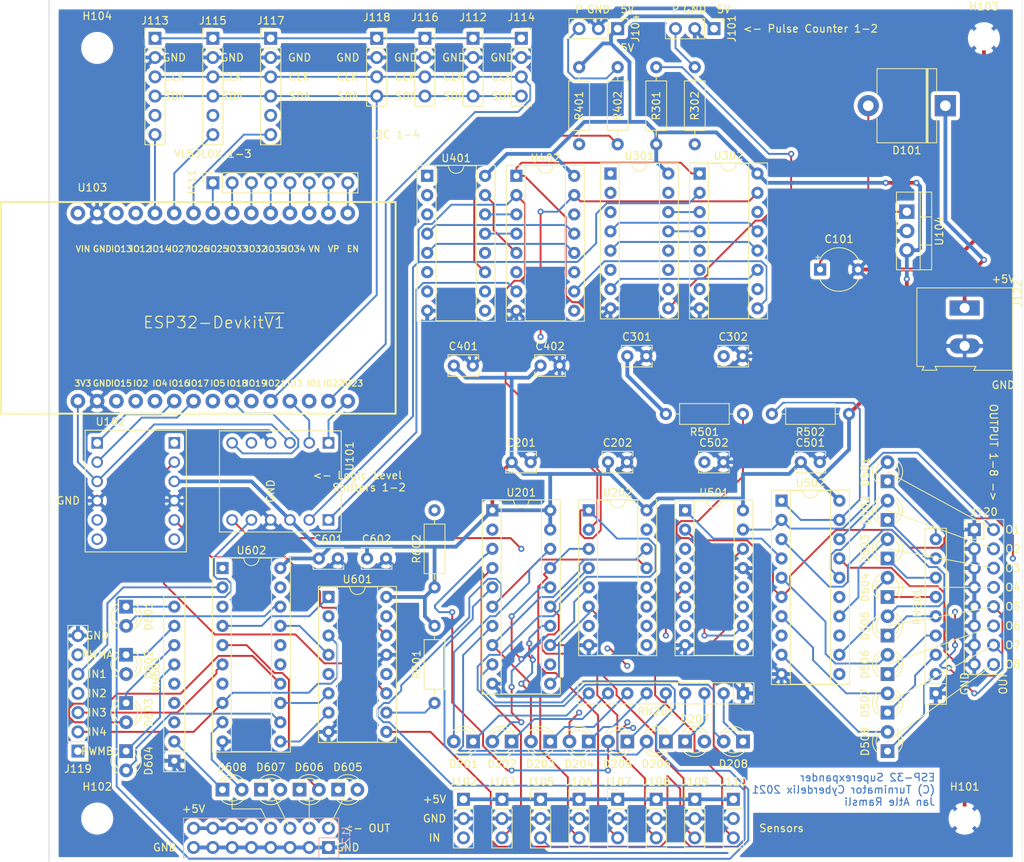
<source format=kicad_pcb>
(kicad_pcb (version 20171130) (host pcbnew 5.1.5+dfsg1-2build2)
  (layers (0 F.Cu signal) (1 In1.Cu signal) (2 In2.Cu signal) (31 B.Cu signal hide) (35 F.Paste user hide) (37 F.SilkS user) (39 F.Mask user hide) (44 Edge.Cuts user hide))
  (net 0 "")
  (net 1 GND)
  (net 2 5V)
  (net 3 I2C_SDA)
  (net 4 I2C_SCL)
  (net 5 +3V)
  (net 6 XSHUT1)
  (net 7 XSHUT2)
  (net 8 M_PWMA)
  (net 9 IN1)
  (net 10 IN2)
  (net 11 IN3)
  (net 12 IN4)
  (net 13 M_PWMB)
  (net 14 XSHUT3)
  (net 15 EN)
  (net 16 VP)
  (net 17 VN)
  (net 18 IO34)
  (net 19 IO35)
  (net 20 IO32)
  (net 21 IO33)
  (net 22 IO25)
  (net 23 CNT1_IN)
  (net 24 S2P_LATCH)
  (net 25 S2P_SCL)
  (net 26 S2P_SDA)
  (net 27 3VCNT_RESET)
  (net 28 3VP2S_SDA)
  (net 29 3VP2S_SCK)
  (net 30 3VP2S_SHLD)
  (net 31 3VP2S_CE)
  (net 32 3VS2P_SCL)
  (net 33 3VS2P_LATCH)
  (net 34 3VS2P_SDA)
  (net 35 P2S_CE)
  (net 36 P2S_SHLD)
  (net 37 P2S_SCK)
  (net 38 P2S_SDA)
  (net 39 CNT_RESET)
  (net 40 CNT2_IN)
  (net 41 "Net-(D201-Pad2)")
  (net 42 "Net-(D201-Pad1)")
  (net 43 "Net-(D202-Pad2)")
  (net 44 "Net-(D202-Pad1)")
  (net 45 "Net-(D203-Pad2)")
  (net 46 "Net-(D203-Pad1)")
  (net 47 "Net-(D204-Pad2)")
  (net 48 "Net-(D204-Pad1)")
  (net 49 "Net-(D205-Pad2)")
  (net 50 "Net-(D205-Pad1)")
  (net 51 "Net-(D206-Pad2)")
  (net 52 "Net-(D206-Pad1)")
  (net 53 "Net-(D207-Pad2)")
  (net 54 "Net-(D207-Pad1)")
  (net 55 "Net-(D208-Pad2)")
  (net 56 "Net-(D208-Pad1)")
  (net 57 "Net-(R301-Pad2)")
  (net 58 "Net-(R302-Pad2)")
  (net 59 "Net-(U301-Pad15)")
  (net 60 "Net-(U301-Pad7)")
  (net 61 "Net-(U301-Pad14)")
  (net 62 "Net-(U301-Pad6)")
  (net 63 "Net-(U301-Pad13)")
  (net 64 "Net-(U301-Pad5)")
  (net 65 "Net-(U301-Pad4)")
  (net 66 "Net-(U301-Pad1)")
  (net 67 /Counter1/CASC_IN)
  (net 68 "Net-(R401-Pad2)")
  (net 69 "Net-(R402-Pad2)")
  (net 70 "Net-(U401-Pad15)")
  (net 71 "Net-(U401-Pad7)")
  (net 72 "Net-(U401-Pad14)")
  (net 73 "Net-(U401-Pad6)")
  (net 74 "Net-(U401-Pad13)")
  (net 75 "Net-(U401-Pad5)")
  (net 76 "Net-(U401-Pad4)")
  (net 77 "Net-(U401-Pad1)")
  (net 78 /Counter2/CASC_IN)
  (net 79 "Net-(D501-Pad2)")
  (net 80 "Net-(D501-Pad1)")
  (net 81 "Net-(D502-Pad2)")
  (net 82 "Net-(D502-Pad1)")
  (net 83 "Net-(D503-Pad2)")
  (net 84 "Net-(D503-Pad1)")
  (net 85 "Net-(D504-Pad2)")
  (net 86 "Net-(D504-Pad1)")
  (net 87 "Net-(D505-Pad2)")
  (net 88 "Net-(D505-Pad1)")
  (net 89 "Net-(D506-Pad2)")
  (net 90 "Net-(D506-Pad1)")
  (net 91 "Net-(D507-Pad2)")
  (net 92 "Net-(D507-Pad1)")
  (net 93 "Net-(D508-Pad2)")
  (net 94 "Net-(D508-Pad1)")
  (net 95 SENSOR0)
  (net 96 SENSOR1)
  (net 97 SENSOR2)
  (net 98 SENSOR3)
  (net 99 SENSOR4)
  (net 100 SENSOR5)
  (net 101 SENSOR6)
  (net 102 SENSOR7)
  (net 103 "Net-(R501-Pad1)")
  (net 104 "Net-(R502-Pad2)")
  (net 105 /Actuator1/OUT0)
  (net 106 /Actuator1/OUT7)
  (net 107 /Actuator1/SER_IN)
  (net 108 /Actuator1/OUT6)
  (net 109 /Actuator1/OUT5)
  (net 110 /Actuator1/OUT4)
  (net 111 /Actuator1/OUT3)
  (net 112 /Actuator1/OUT2)
  (net 113 /Actuator1/OUT1)
  (net 114 "Net-(D601-Pad2)")
  (net 115 "Net-(D601-Pad1)")
  (net 116 "Net-(D602-Pad2)")
  (net 117 "Net-(D602-Pad1)")
  (net 118 "Net-(D603-Pad2)")
  (net 119 "Net-(D603-Pad1)")
  (net 120 "Net-(D604-Pad2)")
  (net 121 "Net-(D604-Pad1)")
  (net 122 "Net-(D605-Pad2)")
  (net 123 "Net-(D605-Pad1)")
  (net 124 "Net-(D606-Pad2)")
  (net 125 "Net-(D606-Pad1)")
  (net 126 "Net-(D607-Pad2)")
  (net 127 "Net-(D607-Pad1)")
  (net 128 "Net-(D608-Pad2)")
  (net 129 "Net-(D608-Pad1)")
  (net 130 "Net-(R601-Pad1)")
  (net 131 "Net-(R602-Pad2)")
  (net 132 "/Motor Control/OUT7")
  (net 133 "/Motor Control/OUT6")
  (net 134 "/Motor Control/OUT5")
  (net 135 "/Motor Control/OUT4")
  (net 136 +5V)
  (net 137 "Net-(C101-Pad1)")
  (module Package_TO_SOT_THT:TO-220-3_Vertical (layer F.Cu) (at 125.73 41.91 270)
    (fp_text reference U104 (at 2.54 -4.27 90) (layer F.SilkS))
    (fp_text value L7805)
    (pad 3 thru_hole oval (at 5.08 0 270) (size 1.905 2) (drill 1.1) (layers *.Cu *.Mask) (net 2 5V))
    (pad 2 thru_hole oval (at 2.54 0 270) (size 1.905 2) (drill 1.1) (layers *.Cu *.Mask) (net 1 GND))
    (pad 1 thru_hole rect (at 0 0 270) (size 1.905 2) (drill 1.1) (layers *.Cu *.Mask) (net 137 "Net-(C101-Pad1)"))
  )
  (module Connector_PinHeader_2.54mm:PinHeader_2x08_P2.54mm_Vertical (layer B.Cu) (at 49.53 125.73 90)
    (fp_text reference J121 (at 1.27 2.33 270) (layer B.SilkS) (effects (justify mirror)))
    (fp_text value Conn_02x08_Odd_Even)
    (pad 16 thru_hole oval (at 2.54 -17.78 90) (size 1.7 1.7) (drill 1) (layers *.Cu *.Mask) (net 2 5V))
    (pad 15 thru_hole oval (at 0 -17.78 90) (size 1.7 1.7) (drill 1) (layers *.Cu *.Mask) (net 1 GND))
    (pad 14 thru_hole oval (at 2.54 -15.24 90) (size 1.7 1.7) (drill 1) (layers *.Cu *.Mask) (net 2 5V))
    (pad 13 thru_hole oval (at 0 -15.24 90) (size 1.7 1.7) (drill 1) (layers *.Cu *.Mask) (net 1 GND))
    (pad 12 thru_hole oval (at 2.54 -12.7 90) (size 1.7 1.7) (drill 1) (layers *.Cu *.Mask) (net 2 5V))
    (pad 11 thru_hole oval (at 0 -12.7 90) (size 1.7 1.7) (drill 1) (layers *.Cu *.Mask) (net 1 GND))
    (pad 10 thru_hole oval (at 2.54 -10.16 90) (size 1.7 1.7) (drill 1) (layers *.Cu *.Mask) (net 2 5V))
    (pad 9 thru_hole oval (at 0 -10.16 90) (size 1.7 1.7) (drill 1) (layers *.Cu *.Mask) (net 1 GND))
    (pad 8 thru_hole oval (at 2.54 -7.62 90) (size 1.7 1.7) (drill 1) (layers *.Cu *.Mask) (net 132 "/Motor Control/OUT7"))
    (pad 7 thru_hole oval (at 0 -7.62 90) (size 1.7 1.7) (drill 1) (layers *.Cu *.Mask) (net 1 GND))
    (pad 6 thru_hole oval (at 2.54 -5.08 90) (size 1.7 1.7) (drill 1) (layers *.Cu *.Mask) (net 133 "/Motor Control/OUT6"))
    (pad 5 thru_hole oval (at 0 -5.08 90) (size 1.7 1.7) (drill 1) (layers *.Cu *.Mask) (net 1 GND))
    (pad 4 thru_hole oval (at 2.54 -2.54 90) (size 1.7 1.7) (drill 1) (layers *.Cu *.Mask) (net 134 "/Motor Control/OUT5"))
    (pad 3 thru_hole oval (at 0 -2.54 90) (size 1.7 1.7) (drill 1) (layers *.Cu *.Mask) (net 1 GND))
    (pad 2 thru_hole oval (at 2.54 0 90) (size 1.7 1.7) (drill 1) (layers *.Cu *.Mask) (net 135 "/Motor Control/OUT4"))
    (pad 1 thru_hole rect (at 0 0 90) (size 1.7 1.7) (drill 1) (layers *.Cu *.Mask) (net 1 GND))
  )
  (module Package_DIP:DIP-20_W7.62mm_Socket (layer F.Cu) (at 35.56 88.9)
    (fp_text reference U602 (at 3.81 -2.33) (layer F.SilkS))
    (fp_text value 74HC244)
    (pad 20 thru_hole oval (at 7.62 0) (size 1.6 1.6) (drill 0.8) (layers *.Cu *.Mask) (net 2 5V))
    (pad 10 thru_hole oval (at 0 22.86) (size 1.6 1.6) (drill 0.8) (layers *.Cu *.Mask) (net 1 GND))
    (pad 19 thru_hole oval (at 7.62 2.54) (size 1.6 1.6) (drill 0.8) (layers *.Cu *.Mask) (net 131 "Net-(R602-Pad2)"))
    (pad 9 thru_hole oval (at 0 20.32) (size 1.6 1.6) (drill 0.8) (layers *.Cu *.Mask) (net 128 "Net-(D608-Pad2)"))
    (pad 18 thru_hole oval (at 7.62 5.08) (size 1.6 1.6) (drill 0.8) (layers *.Cu *.Mask) (net 114 "Net-(D601-Pad2)"))
    (pad 8 thru_hole oval (at 0 17.78) (size 1.6 1.6) (drill 0.8) (layers *.Cu *.Mask) (net 12 IN4))
    (pad 17 thru_hole oval (at 7.62 7.62) (size 1.6 1.6) (drill 0.8) (layers *.Cu *.Mask) (net 135 "/Motor Control/OUT4"))
    (pad 7 thru_hole oval (at 0 15.24) (size 1.6 1.6) (drill 0.8) (layers *.Cu *.Mask) (net 126 "Net-(D607-Pad2)"))
    (pad 16 thru_hole oval (at 7.62 10.16) (size 1.6 1.6) (drill 0.8) (layers *.Cu *.Mask) (net 116 "Net-(D602-Pad2)"))
    (pad 6 thru_hole oval (at 0 12.7) (size 1.6 1.6) (drill 0.8) (layers *.Cu *.Mask) (net 11 IN3))
    (pad 15 thru_hole oval (at 7.62 12.7) (size 1.6 1.6) (drill 0.8) (layers *.Cu *.Mask) (net 134 "/Motor Control/OUT5"))
    (pad 5 thru_hole oval (at 0 10.16) (size 1.6 1.6) (drill 0.8) (layers *.Cu *.Mask) (net 124 "Net-(D606-Pad2)"))
    (pad 14 thru_hole oval (at 7.62 15.24) (size 1.6 1.6) (drill 0.8) (layers *.Cu *.Mask) (net 118 "Net-(D603-Pad2)"))
    (pad 4 thru_hole oval (at 0 7.62) (size 1.6 1.6) (drill 0.8) (layers *.Cu *.Mask) (net 10 IN2))
    (pad 13 thru_hole oval (at 7.62 17.78) (size 1.6 1.6) (drill 0.8) (layers *.Cu *.Mask) (net 133 "/Motor Control/OUT6"))
    (pad 3 thru_hole oval (at 0 5.08) (size 1.6 1.6) (drill 0.8) (layers *.Cu *.Mask) (net 122 "Net-(D605-Pad2)"))
    (pad 12 thru_hole oval (at 7.62 20.32) (size 1.6 1.6) (drill 0.8) (layers *.Cu *.Mask) (net 120 "Net-(D604-Pad2)"))
    (pad 2 thru_hole oval (at 0 2.54) (size 1.6 1.6) (drill 0.8) (layers *.Cu *.Mask) (net 9 IN1))
    (pad 11 thru_hole oval (at 7.62 22.86) (size 1.6 1.6) (drill 0.8) (layers *.Cu *.Mask) (net 132 "/Motor Control/OUT7"))
    (pad 1 thru_hole rect (at 0 0) (size 1.6 1.6) (drill 0.8) (layers *.Cu *.Mask) (net 131 "Net-(R602-Pad2)"))
  )
  (module Package_DIP:DIP-16_W7.62mm_Socket (layer F.Cu) (at 49.53 92.71)
    (fp_text reference U601 (at 3.81 -2.33) (layer F.SilkS))
    (fp_text value 74LS595)
    (pad 16 thru_hole oval (at 7.62 0) (size 1.6 1.6) (drill 0.8) (layers *.Cu *.Mask) (net 2 5V))
    (pad 8 thru_hole oval (at 0 17.78) (size 1.6 1.6) (drill 0.8) (layers *.Cu *.Mask) (net 1 GND))
    (pad 15 thru_hole oval (at 7.62 2.54) (size 1.6 1.6) (drill 0.8) (layers *.Cu *.Mask) (net 9 IN1))
    (pad 7 thru_hole oval (at 0 15.24) (size 1.6 1.6) (drill 0.8) (layers *.Cu *.Mask) (net 132 "/Motor Control/OUT7"))
    (pad 14 thru_hole oval (at 7.62 5.08) (size 1.6 1.6) (drill 0.8) (layers *.Cu *.Mask) (net 26 S2P_SDA))
    (pad 6 thru_hole oval (at 0 12.7) (size 1.6 1.6) (drill 0.8) (layers *.Cu *.Mask) (net 133 "/Motor Control/OUT6"))
    (pad 13 thru_hole oval (at 7.62 7.62) (size 1.6 1.6) (drill 0.8) (layers *.Cu *.Mask) (net 1 GND))
    (pad 5 thru_hole oval (at 0 10.16) (size 1.6 1.6) (drill 0.8) (layers *.Cu *.Mask) (net 134 "/Motor Control/OUT5"))
    (pad 12 thru_hole oval (at 7.62 10.16) (size 1.6 1.6) (drill 0.8) (layers *.Cu *.Mask) (net 24 S2P_LATCH))
    (pad 4 thru_hole oval (at 0 7.62) (size 1.6 1.6) (drill 0.8) (layers *.Cu *.Mask) (net 135 "/Motor Control/OUT4"))
    (pad 11 thru_hole oval (at 7.62 12.7) (size 1.6 1.6) (drill 0.8) (layers *.Cu *.Mask) (net 25 S2P_SCL))
    (pad 3 thru_hole oval (at 0 5.08) (size 1.6 1.6) (drill 0.8) (layers *.Cu *.Mask) (net 12 IN4))
    (pad 10 thru_hole oval (at 7.62 15.24) (size 1.6 1.6) (drill 0.8) (layers *.Cu *.Mask) (net 130 "Net-(R601-Pad1)"))
    (pad 2 thru_hole oval (at 0 2.54) (size 1.6 1.6) (drill 0.8) (layers *.Cu *.Mask) (net 11 IN3))
    (pad 9 thru_hole oval (at 7.62 17.78) (size 1.6 1.6) (drill 0.8) (layers *.Cu *.Mask) (net 107 /Actuator1/SER_IN))
    (pad 1 thru_hole rect (at 0 0) (size 1.6 1.6) (drill 0.8) (layers *.Cu *.Mask) (net 10 IN2))
  )
  (module Resistor_THT:R_Array_SIP9 (layer F.Cu) (at 29.21 114.3 90)
    (fp_text reference RN601 (at 11.43 -2.4 90) (layer F.SilkS))
    (fp_text value "220 R")
    (pad 9 thru_hole oval (at 20.32 0 90) (size 1.6 1.6) (drill 0.8) (layers *.Cu *.Mask) (net 115 "Net-(D601-Pad1)"))
    (pad 8 thru_hole oval (at 17.78 0 90) (size 1.6 1.6) (drill 0.8) (layers *.Cu *.Mask) (net 117 "Net-(D602-Pad1)"))
    (pad 7 thru_hole oval (at 15.24 0 90) (size 1.6 1.6) (drill 0.8) (layers *.Cu *.Mask) (net 119 "Net-(D603-Pad1)"))
    (pad 6 thru_hole oval (at 12.7 0 90) (size 1.6 1.6) (drill 0.8) (layers *.Cu *.Mask) (net 121 "Net-(D604-Pad1)"))
    (pad 5 thru_hole oval (at 10.16 0 90) (size 1.6 1.6) (drill 0.8) (layers *.Cu *.Mask) (net 123 "Net-(D605-Pad1)"))
    (pad 4 thru_hole oval (at 7.62 0 90) (size 1.6 1.6) (drill 0.8) (layers *.Cu *.Mask) (net 125 "Net-(D606-Pad1)"))
    (pad 3 thru_hole oval (at 5.08 0 90) (size 1.6 1.6) (drill 0.8) (layers *.Cu *.Mask) (net 127 "Net-(D607-Pad1)"))
    (pad 2 thru_hole oval (at 2.54 0 90) (size 1.6 1.6) (drill 0.8) (layers *.Cu *.Mask) (net 129 "Net-(D608-Pad1)"))
    (pad 1 thru_hole rect (at 0 0 90) (size 1.6 1.6) (drill 0.8) (layers *.Cu *.Mask) (net 1 GND))
  )
  (module Resistor_THT:R_Axial_DIN0207_L6.3mm_D2.5mm_P10.16mm_Horizontal (layer F.Cu) (at 63.5 91.44 90)
    (fp_text reference R602 (at 5.08 -2.37 90) (layer F.SilkS))
    (fp_text value 10k)
    (pad 2 thru_hole oval (at 10.16 0 90) (size 1.6 1.6) (drill 0.8) (layers *.Cu *.Mask) (net 131 "Net-(R602-Pad2)"))
    (pad 1 thru_hole circle (at 0 0 90) (size 1.6 1.6) (drill 0.8) (layers *.Cu *.Mask) (net 2 5V))
  )
  (module Resistor_THT:R_Axial_DIN0207_L6.3mm_D2.5mm_P10.16mm_Horizontal (layer F.Cu) (at 63.5 106.68 90)
    (fp_text reference R601 (at 5.08 -2.37 90) (layer F.SilkS))
    (fp_text value 10k)
    (pad 2 thru_hole oval (at 10.16 0 90) (size 1.6 1.6) (drill 0.8) (layers *.Cu *.Mask) (net 2 5V))
    (pad 1 thru_hole circle (at 0 0 90) (size 1.6 1.6) (drill 0.8) (layers *.Cu *.Mask) (net 130 "Net-(R601-Pad1)"))
  )
  (module LED_THT:LED_D3.0mm (layer F.Cu) (at 35.56 118.11)
    (fp_text reference D608 (at 1.27 -2.96) (layer F.SilkS))
    (fp_text value LED)
    (pad 2 thru_hole circle (at 2.54 0) (size 1.8 1.8) (drill 0.9) (layers *.Cu *.Mask) (net 128 "Net-(D608-Pad2)"))
    (pad 1 thru_hole rect (at 0 0) (size 1.8 1.8) (drill 0.9) (layers *.Cu *.Mask) (net 129 "Net-(D608-Pad1)"))
  )
  (module LED_THT:LED_D3.0mm (layer F.Cu) (at 40.64 118.11)
    (fp_text reference D607 (at 1.27 -2.96) (layer F.SilkS))
    (fp_text value LED)
    (pad 2 thru_hole circle (at 2.54 0) (size 1.8 1.8) (drill 0.9) (layers *.Cu *.Mask) (net 126 "Net-(D607-Pad2)"))
    (pad 1 thru_hole rect (at 0 0) (size 1.8 1.8) (drill 0.9) (layers *.Cu *.Mask) (net 127 "Net-(D607-Pad1)"))
  )
  (module LED_THT:LED_D3.0mm (layer F.Cu) (at 45.72 118.11)
    (fp_text reference D606 (at 1.27 -2.96) (layer F.SilkS))
    (fp_text value LED)
    (pad 2 thru_hole circle (at 2.54 0) (size 1.8 1.8) (drill 0.9) (layers *.Cu *.Mask) (net 124 "Net-(D606-Pad2)"))
    (pad 1 thru_hole rect (at 0 0) (size 1.8 1.8) (drill 0.9) (layers *.Cu *.Mask) (net 125 "Net-(D606-Pad1)"))
  )
  (module LED_THT:LED_D3.0mm (layer F.Cu) (at 50.8 118.11)
    (fp_text reference D605 (at 1.27 -2.96) (layer F.SilkS))
    (fp_text value LED)
    (pad 2 thru_hole circle (at 2.54 0) (size 1.8 1.8) (drill 0.9) (layers *.Cu *.Mask) (net 122 "Net-(D605-Pad2)"))
    (pad 1 thru_hole rect (at 0 0) (size 1.8 1.8) (drill 0.9) (layers *.Cu *.Mask) (net 123 "Net-(D605-Pad1)"))
  )
  (module LED_THT:LED_D3.0mm (layer F.Cu) (at 22.86 113.03 270)
    (fp_text reference D604 (at 1.27 -2.96 90) (layer F.SilkS))
    (fp_text value LED)
    (pad 2 thru_hole circle (at 2.54 0 270) (size 1.8 1.8) (drill 0.9) (layers *.Cu *.Mask) (net 120 "Net-(D604-Pad2)"))
    (pad 1 thru_hole rect (at 0 0 270) (size 1.8 1.8) (drill 0.9) (layers *.Cu *.Mask) (net 121 "Net-(D604-Pad1)"))
  )
  (module LED_THT:LED_D3.0mm (layer F.Cu) (at 22.86 106.68 270)
    (fp_text reference D603 (at 1.27 -2.96 90) (layer F.SilkS))
    (fp_text value LED)
    (pad 2 thru_hole circle (at 2.54 0 270) (size 1.8 1.8) (drill 0.9) (layers *.Cu *.Mask) (net 118 "Net-(D603-Pad2)"))
    (pad 1 thru_hole rect (at 0 0 270) (size 1.8 1.8) (drill 0.9) (layers *.Cu *.Mask) (net 119 "Net-(D603-Pad1)"))
  )
  (module LED_THT:LED_D3.0mm (layer F.Cu) (at 22.86 100.33 270)
    (fp_text reference D602 (at 1.27 -2.96 90) (layer F.SilkS))
    (fp_text value LED)
    (pad 2 thru_hole circle (at 2.54 0 270) (size 1.8 1.8) (drill 0.9) (layers *.Cu *.Mask) (net 116 "Net-(D602-Pad2)"))
    (pad 1 thru_hole rect (at 0 0 270) (size 1.8 1.8) (drill 0.9) (layers *.Cu *.Mask) (net 117 "Net-(D602-Pad1)"))
  )
  (module LED_THT:LED_D3.0mm (layer F.Cu) (at 22.86 93.98 270)
    (fp_text reference D601 (at 1.27 -2.96 90) (layer F.SilkS))
    (fp_text value LED)
    (pad 2 thru_hole circle (at 2.54 0 270) (size 1.8 1.8) (drill 0.9) (layers *.Cu *.Mask) (net 114 "Net-(D601-Pad2)"))
    (pad 1 thru_hole rect (at 0 0 270) (size 1.8 1.8) (drill 0.9) (layers *.Cu *.Mask) (net 115 "Net-(D601-Pad1)"))
  )
  (module Capacitor_THT:C_Disc_D3.8mm_W2.6mm_P2.50mm (layer F.Cu) (at 54.61 87.63)
    (fp_text reference C602 (at 1.25 -2.55) (layer F.SilkS))
    (fp_text value 0.10uF)
    (pad 2 thru_hole circle (at 2.5 0) (size 1.6 1.6) (drill 0.8) (layers *.Cu *.Mask) (net 1 GND))
    (pad 1 thru_hole circle (at 0 0) (size 1.6 1.6) (drill 0.8) (layers *.Cu *.Mask) (net 2 5V))
  )
  (module Capacitor_THT:C_Disc_D3.8mm_W2.6mm_P2.50mm (layer F.Cu) (at 48.26 87.63)
    (fp_text reference C601 (at 1.25 -2.55) (layer F.SilkS))
    (fp_text value 0.10uF)
    (pad 2 thru_hole circle (at 2.5 0) (size 1.6 1.6) (drill 0.8) (layers *.Cu *.Mask) (net 1 GND))
    (pad 1 thru_hole circle (at 0 0) (size 1.6 1.6) (drill 0.8) (layers *.Cu *.Mask) (net 2 5V))
  )
  (module Package_DIP:DIP-20_W7.62mm_Socket (layer F.Cu) (at 109.22 80.01)
    (fp_text reference U502 (at 3.81 -2.33) (layer F.SilkS))
    (fp_text value 74HC244)
    (pad 20 thru_hole oval (at 7.62 0) (size 1.6 1.6) (drill 0.8) (layers *.Cu *.Mask) (net 2 5V))
    (pad 10 thru_hole oval (at 0 22.86) (size 1.6 1.6) (drill 0.8) (layers *.Cu *.Mask) (net 1 GND))
    (pad 19 thru_hole oval (at 7.62 2.54) (size 1.6 1.6) (drill 0.8) (layers *.Cu *.Mask) (net 104 "Net-(R502-Pad2)"))
    (pad 9 thru_hole oval (at 0 20.32) (size 1.6 1.6) (drill 0.8) (layers *.Cu *.Mask) (net 93 "Net-(D508-Pad2)"))
    (pad 18 thru_hole oval (at 7.62 5.08) (size 1.6 1.6) (drill 0.8) (layers *.Cu *.Mask) (net 79 "Net-(D501-Pad2)"))
    (pad 8 thru_hole oval (at 0 17.78) (size 1.6 1.6) (drill 0.8) (layers *.Cu *.Mask) (net 111 /Actuator1/OUT3))
    (pad 17 thru_hole oval (at 7.62 7.62) (size 1.6 1.6) (drill 0.8) (layers *.Cu *.Mask) (net 110 /Actuator1/OUT4))
    (pad 7 thru_hole oval (at 0 15.24) (size 1.6 1.6) (drill 0.8) (layers *.Cu *.Mask) (net 91 "Net-(D507-Pad2)"))
    (pad 16 thru_hole oval (at 7.62 10.16) (size 1.6 1.6) (drill 0.8) (layers *.Cu *.Mask) (net 81 "Net-(D502-Pad2)"))
    (pad 6 thru_hole oval (at 0 12.7) (size 1.6 1.6) (drill 0.8) (layers *.Cu *.Mask) (net 112 /Actuator1/OUT2))
    (pad 15 thru_hole oval (at 7.62 12.7) (size 1.6 1.6) (drill 0.8) (layers *.Cu *.Mask) (net 109 /Actuator1/OUT5))
    (pad 5 thru_hole oval (at 0 10.16) (size 1.6 1.6) (drill 0.8) (layers *.Cu *.Mask) (net 89 "Net-(D506-Pad2)"))
    (pad 14 thru_hole oval (at 7.62 15.24) (size 1.6 1.6) (drill 0.8) (layers *.Cu *.Mask) (net 83 "Net-(D503-Pad2)"))
    (pad 4 thru_hole oval (at 0 7.62) (size 1.6 1.6) (drill 0.8) (layers *.Cu *.Mask) (net 113 /Actuator1/OUT1))
    (pad 13 thru_hole oval (at 7.62 17.78) (size 1.6 1.6) (drill 0.8) (layers *.Cu *.Mask) (net 108 /Actuator1/OUT6))
    (pad 3 thru_hole oval (at 0 5.08) (size 1.6 1.6) (drill 0.8) (layers *.Cu *.Mask) (net 87 "Net-(D505-Pad2)"))
    (pad 12 thru_hole oval (at 7.62 20.32) (size 1.6 1.6) (drill 0.8) (layers *.Cu *.Mask) (net 85 "Net-(D504-Pad2)"))
    (pad 2 thru_hole oval (at 0 2.54) (size 1.6 1.6) (drill 0.8) (layers *.Cu *.Mask) (net 105 /Actuator1/OUT0))
    (pad 11 thru_hole oval (at 7.62 22.86) (size 1.6 1.6) (drill 0.8) (layers *.Cu *.Mask) (net 106 /Actuator1/OUT7))
    (pad 1 thru_hole rect (at 0 0) (size 1.6 1.6) (drill 0.8) (layers *.Cu *.Mask) (net 104 "Net-(R502-Pad2)"))
  )
  (module Package_DIP:DIP-16_W7.62mm_Socket (layer F.Cu) (at 96.52 81.28)
    (fp_text reference U501 (at 3.81 -2.33) (layer F.SilkS))
    (fp_text value 74LS595)
    (pad 16 thru_hole oval (at 7.62 0) (size 1.6 1.6) (drill 0.8) (layers *.Cu *.Mask) (net 2 5V))
    (pad 8 thru_hole oval (at 0 17.78) (size 1.6 1.6) (drill 0.8) (layers *.Cu *.Mask) (net 1 GND))
    (pad 15 thru_hole oval (at 7.62 2.54) (size 1.6 1.6) (drill 0.8) (layers *.Cu *.Mask) (net 105 /Actuator1/OUT0))
    (pad 7 thru_hole oval (at 0 15.24) (size 1.6 1.6) (drill 0.8) (layers *.Cu *.Mask) (net 106 /Actuator1/OUT7))
    (pad 14 thru_hole oval (at 7.62 5.08) (size 1.6 1.6) (drill 0.8) (layers *.Cu *.Mask) (net 107 /Actuator1/SER_IN))
    (pad 6 thru_hole oval (at 0 12.7) (size 1.6 1.6) (drill 0.8) (layers *.Cu *.Mask) (net 108 /Actuator1/OUT6))
    (pad 13 thru_hole oval (at 7.62 7.62) (size 1.6 1.6) (drill 0.8) (layers *.Cu *.Mask) (net 1 GND))
    (pad 5 thru_hole oval (at 0 10.16) (size 1.6 1.6) (drill 0.8) (layers *.Cu *.Mask) (net 109 /Actuator1/OUT5))
    (pad 12 thru_hole oval (at 7.62 10.16) (size 1.6 1.6) (drill 0.8) (layers *.Cu *.Mask) (net 24 S2P_LATCH))
    (pad 4 thru_hole oval (at 0 7.62) (size 1.6 1.6) (drill 0.8) (layers *.Cu *.Mask) (net 110 /Actuator1/OUT4))
    (pad 11 thru_hole oval (at 7.62 12.7) (size 1.6 1.6) (drill 0.8) (layers *.Cu *.Mask) (net 25 S2P_SCL))
    (pad 3 thru_hole oval (at 0 5.08) (size 1.6 1.6) (drill 0.8) (layers *.Cu *.Mask) (net 111 /Actuator1/OUT3))
    (pad 10 thru_hole oval (at 7.62 15.24) (size 1.6 1.6) (drill 0.8) (layers *.Cu *.Mask) (net 103 "Net-(R501-Pad1)"))
    (pad 2 thru_hole oval (at 0 2.54) (size 1.6 1.6) (drill 0.8) (layers *.Cu *.Mask) (net 112 /Actuator1/OUT2))
    (pad 9 thru_hole oval (at 7.62 17.78) (size 1.6 1.6) (drill 0.8) (layers *.Cu *.Mask))
    (pad 1 thru_hole rect (at 0 0) (size 1.6 1.6) (drill 0.8) (layers *.Cu *.Mask) (net 113 /Actuator1/OUT1))
  )
  (module Resistor_THT:R_Array_SIP9 (layer F.Cu) (at 129.54 105.41 90)
    (fp_text reference RN501 (at 11.43 -2.4 90) (layer F.SilkS))
    (fp_text value "220 R")
    (pad 9 thru_hole oval (at 20.32 0 90) (size 1.6 1.6) (drill 0.8) (layers *.Cu *.Mask) (net 80 "Net-(D501-Pad1)"))
    (pad 8 thru_hole oval (at 17.78 0 90) (size 1.6 1.6) (drill 0.8) (layers *.Cu *.Mask) (net 82 "Net-(D502-Pad1)"))
    (pad 7 thru_hole oval (at 15.24 0 90) (size 1.6 1.6) (drill 0.8) (layers *.Cu *.Mask) (net 84 "Net-(D503-Pad1)"))
    (pad 6 thru_hole oval (at 12.7 0 90) (size 1.6 1.6) (drill 0.8) (layers *.Cu *.Mask) (net 86 "Net-(D504-Pad1)"))
    (pad 5 thru_hole oval (at 10.16 0 90) (size 1.6 1.6) (drill 0.8) (layers *.Cu *.Mask) (net 88 "Net-(D505-Pad1)"))
    (pad 4 thru_hole oval (at 7.62 0 90) (size 1.6 1.6) (drill 0.8) (layers *.Cu *.Mask) (net 90 "Net-(D506-Pad1)"))
    (pad 3 thru_hole oval (at 5.08 0 90) (size 1.6 1.6) (drill 0.8) (layers *.Cu *.Mask) (net 92 "Net-(D507-Pad1)"))
    (pad 2 thru_hole oval (at 2.54 0 90) (size 1.6 1.6) (drill 0.8) (layers *.Cu *.Mask) (net 94 "Net-(D508-Pad1)"))
    (pad 1 thru_hole rect (at 0 0 90) (size 1.6 1.6) (drill 0.8) (layers *.Cu *.Mask) (net 1 GND))
  )
  (module Resistor_THT:R_Axial_DIN0207_L6.3mm_D2.5mm_P10.16mm_Horizontal (layer F.Cu) (at 118.11 68.58 180)
    (fp_text reference R502 (at 5.08 -2.37) (layer F.SilkS))
    (fp_text value 10k)
    (pad 2 thru_hole oval (at 10.16 0 180) (size 1.6 1.6) (drill 0.8) (layers *.Cu *.Mask) (net 104 "Net-(R502-Pad2)"))
    (pad 1 thru_hole circle (at 0 0 180) (size 1.6 1.6) (drill 0.8) (layers *.Cu *.Mask) (net 2 5V))
  )
  (module Resistor_THT:R_Axial_DIN0207_L6.3mm_D2.5mm_P10.16mm_Horizontal (layer F.Cu) (at 104.14 68.58 180)
    (fp_text reference R501 (at 5.08 -2.37) (layer F.SilkS))
    (fp_text value 10k)
    (pad 2 thru_hole oval (at 10.16 0 180) (size 1.6 1.6) (drill 0.8) (layers *.Cu *.Mask) (net 2 5V))
    (pad 1 thru_hole circle (at 0 0 180) (size 1.6 1.6) (drill 0.8) (layers *.Cu *.Mask) (net 103 "Net-(R501-Pad1)"))
  )
  (module Connector_PinHeader_2.54mm:PinHeader_1x03_P2.54mm_Vertical (layer F.Cu) (at 102.87 119.38)
    (fp_text reference J110 (at 0 -2.33) (layer F.SilkS))
    (fp_text value S8)
    (pad 3 thru_hole oval (at 0 5.08) (size 1.7 1.7) (drill 1) (layers *.Cu *.Mask) (net 102 SENSOR7))
    (pad 2 thru_hole oval (at 0 2.54) (size 1.7 1.7) (drill 1) (layers *.Cu *.Mask) (net 1 GND))
    (pad 1 thru_hole rect (at 0 0) (size 1.7 1.7) (drill 1) (layers *.Cu *.Mask) (net 2 5V))
  )
  (module Connector_PinHeader_2.54mm:PinHeader_1x03_P2.54mm_Vertical (layer F.Cu) (at 97.79 119.38)
    (fp_text reference J109 (at 0 -2.33) (layer F.SilkS))
    (fp_text value S7)
    (pad 3 thru_hole oval (at 0 5.08) (size 1.7 1.7) (drill 1) (layers *.Cu *.Mask) (net 101 SENSOR6))
    (pad 2 thru_hole oval (at 0 2.54) (size 1.7 1.7) (drill 1) (layers *.Cu *.Mask) (net 1 GND))
    (pad 1 thru_hole rect (at 0 0) (size 1.7 1.7) (drill 1) (layers *.Cu *.Mask) (net 2 5V))
  )
  (module Connector_PinHeader_2.54mm:PinHeader_1x03_P2.54mm_Vertical (layer F.Cu) (at 92.71 119.38)
    (fp_text reference J108 (at 0 -2.33) (layer F.SilkS))
    (fp_text value S6)
    (pad 3 thru_hole oval (at 0 5.08) (size 1.7 1.7) (drill 1) (layers *.Cu *.Mask) (net 100 SENSOR5))
    (pad 2 thru_hole oval (at 0 2.54) (size 1.7 1.7) (drill 1) (layers *.Cu *.Mask) (net 1 GND))
    (pad 1 thru_hole rect (at 0 0) (size 1.7 1.7) (drill 1) (layers *.Cu *.Mask) (net 2 5V))
  )
  (module Connector_PinHeader_2.54mm:PinHeader_1x03_P2.54mm_Vertical (layer F.Cu) (at 87.63 119.38)
    (fp_text reference J107 (at 0 -2.33) (layer F.SilkS))
    (fp_text value S5)
    (pad 3 thru_hole oval (at 0 5.08) (size 1.7 1.7) (drill 1) (layers *.Cu *.Mask) (net 99 SENSOR4))
    (pad 2 thru_hole oval (at 0 2.54) (size 1.7 1.7) (drill 1) (layers *.Cu *.Mask) (net 1 GND))
    (pad 1 thru_hole rect (at 0 0) (size 1.7 1.7) (drill 1) (layers *.Cu *.Mask) (net 2 5V))
  )
  (module Connector_PinHeader_2.54mm:PinHeader_1x03_P2.54mm_Vertical (layer F.Cu) (at 82.55 119.38)
    (fp_text reference J106 (at 0 -2.33) (layer F.SilkS))
    (fp_text value S4)
    (pad 3 thru_hole oval (at 0 5.08) (size 1.7 1.7) (drill 1) (layers *.Cu *.Mask) (net 98 SENSOR3))
    (pad 2 thru_hole oval (at 0 2.54) (size 1.7 1.7) (drill 1) (layers *.Cu *.Mask) (net 1 GND))
    (pad 1 thru_hole rect (at 0 0) (size 1.7 1.7) (drill 1) (layers *.Cu *.Mask) (net 2 5V))
  )
  (module Connector_PinHeader_2.54mm:PinHeader_1x03_P2.54mm_Vertical (layer F.Cu) (at 77.47 119.38)
    (fp_text reference J105 (at 0 -2.33) (layer F.SilkS))
    (fp_text value S3)
    (pad 3 thru_hole oval (at 0 5.08) (size 1.7 1.7) (drill 1) (layers *.Cu *.Mask) (net 97 SENSOR2))
    (pad 2 thru_hole oval (at 0 2.54) (size 1.7 1.7) (drill 1) (layers *.Cu *.Mask) (net 1 GND))
    (pad 1 thru_hole rect (at 0 0) (size 1.7 1.7) (drill 1) (layers *.Cu *.Mask) (net 2 5V))
  )
  (module Connector_PinHeader_2.54mm:PinHeader_1x03_P2.54mm_Vertical (layer F.Cu) (at 72.39 119.38)
    (fp_text reference J103 (at 0 -2.33) (layer F.SilkS))
    (fp_text value S2)
    (pad 3 thru_hole oval (at 0 5.08) (size 1.7 1.7) (drill 1) (layers *.Cu *.Mask) (net 96 SENSOR1))
    (pad 2 thru_hole oval (at 0 2.54) (size 1.7 1.7) (drill 1) (layers *.Cu *.Mask) (net 1 GND))
    (pad 1 thru_hole rect (at 0 0) (size 1.7 1.7) (drill 1) (layers *.Cu *.Mask) (net 2 5V))
  )
  (module LED_THT:LED_D3.0mm (layer F.Cu) (at 123.19 113.03 90)
    (fp_text reference D508 (at 1.27 -2.96 90) (layer F.SilkS))
    (fp_text value LED)
    (pad 2 thru_hole circle (at 2.54 0 90) (size 1.8 1.8) (drill 0.9) (layers *.Cu *.Mask) (net 93 "Net-(D508-Pad2)"))
    (pad 1 thru_hole rect (at 0 0 90) (size 1.8 1.8) (drill 0.9) (layers *.Cu *.Mask) (net 94 "Net-(D508-Pad1)"))
  )
  (module LED_THT:LED_D3.0mm (layer F.Cu) (at 123.19 107.95 90)
    (fp_text reference D507 (at 1.27 -2.96 90) (layer F.SilkS))
    (fp_text value LED)
    (pad 2 thru_hole circle (at 2.54 0 90) (size 1.8 1.8) (drill 0.9) (layers *.Cu *.Mask) (net 91 "Net-(D507-Pad2)"))
    (pad 1 thru_hole rect (at 0 0 90) (size 1.8 1.8) (drill 0.9) (layers *.Cu *.Mask) (net 92 "Net-(D507-Pad1)"))
  )
  (module LED_THT:LED_D3.0mm (layer F.Cu) (at 123.19 102.87 90)
    (fp_text reference D506 (at 1.27 -2.96 90) (layer F.SilkS))
    (fp_text value LED)
    (pad 2 thru_hole circle (at 2.54 0 90) (size 1.8 1.8) (drill 0.9) (layers *.Cu *.Mask) (net 89 "Net-(D506-Pad2)"))
    (pad 1 thru_hole rect (at 0 0 90) (size 1.8 1.8) (drill 0.9) (layers *.Cu *.Mask) (net 90 "Net-(D506-Pad1)"))
  )
  (module LED_THT:LED_D3.0mm (layer F.Cu) (at 123.19 97.79 90)
    (fp_text reference D505 (at 1.27 -2.96 90) (layer F.SilkS))
    (fp_text value LED)
    (pad 2 thru_hole circle (at 2.54 0 90) (size 1.8 1.8) (drill 0.9) (layers *.Cu *.Mask) (net 87 "Net-(D505-Pad2)"))
    (pad 1 thru_hole rect (at 0 0 90) (size 1.8 1.8) (drill 0.9) (layers *.Cu *.Mask) (net 88 "Net-(D505-Pad1)"))
  )
  (module LED_THT:LED_D3.0mm (layer F.Cu) (at 123.19 92.71 90)
    (fp_text reference D504 (at 1.27 -2.96 90) (layer F.SilkS))
    (fp_text value LED)
    (pad 2 thru_hole circle (at 2.54 0 90) (size 1.8 1.8) (drill 0.9) (layers *.Cu *.Mask) (net 85 "Net-(D504-Pad2)"))
    (pad 1 thru_hole rect (at 0 0 90) (size 1.8 1.8) (drill 0.9) (layers *.Cu *.Mask) (net 86 "Net-(D504-Pad1)"))
  )
  (module LED_THT:LED_D3.0mm (layer F.Cu) (at 123.19 87.63 90)
    (fp_text reference D503 (at 1.27 -2.96 90) (layer F.SilkS))
    (fp_text value LED)
    (pad 2 thru_hole circle (at 2.54 0 90) (size 1.8 1.8) (drill 0.9) (layers *.Cu *.Mask) (net 83 "Net-(D503-Pad2)"))
    (pad 1 thru_hole rect (at 0 0 90) (size 1.8 1.8) (drill 0.9) (layers *.Cu *.Mask) (net 84 "Net-(D503-Pad1)"))
  )
  (module LED_THT:LED_D3.0mm (layer F.Cu) (at 123.19 82.55 90)
    (fp_text reference D502 (at 1.27 -2.96 90) (layer F.SilkS))
    (fp_text value LED)
    (pad 2 thru_hole circle (at 2.54 0 90) (size 1.8 1.8) (drill 0.9) (layers *.Cu *.Mask) (net 81 "Net-(D502-Pad2)"))
    (pad 1 thru_hole rect (at 0 0 90) (size 1.8 1.8) (drill 0.9) (layers *.Cu *.Mask) (net 82 "Net-(D502-Pad1)"))
  )
  (module LED_THT:LED_D3.0mm (layer F.Cu) (at 123.19 77.47 90)
    (fp_text reference D501 (at 1.27 -2.96 90) (layer F.SilkS))
    (fp_text value LED)
    (pad 2 thru_hole circle (at 2.54 0 90) (size 1.8 1.8) (drill 0.9) (layers *.Cu *.Mask) (net 79 "Net-(D501-Pad2)"))
    (pad 1 thru_hole rect (at 0 0 90) (size 1.8 1.8) (drill 0.9) (layers *.Cu *.Mask) (net 80 "Net-(D501-Pad1)"))
  )
  (module Capacitor_THT:C_Disc_D3.8mm_W2.6mm_P2.50mm (layer F.Cu) (at 99.06 74.93)
    (fp_text reference C502 (at 1.25 -2.55) (layer F.SilkS))
    (fp_text value 0.10uF)
    (pad 2 thru_hole circle (at 2.5 0) (size 1.6 1.6) (drill 0.8) (layers *.Cu *.Mask) (net 1 GND))
    (pad 1 thru_hole circle (at 0 0) (size 1.6 1.6) (drill 0.8) (layers *.Cu *.Mask) (net 2 5V))
  )
  (module Capacitor_THT:C_Disc_D3.8mm_W2.6mm_P2.50mm (layer F.Cu) (at 111.76 74.93)
    (fp_text reference C501 (at 1.25 -2.55) (layer F.SilkS))
    (fp_text value 0.10uF)
    (pad 2 thru_hole circle (at 2.5 0) (size 1.6 1.6) (drill 0.8) (layers *.Cu *.Mask) (net 1 GND))
    (pad 1 thru_hole circle (at 0 0) (size 1.6 1.6) (drill 0.8) (layers *.Cu *.Mask) (net 2 5V))
  )
  (module Capacitor_THT:C_Disc_D3.8mm_W2.6mm_P2.50mm (layer F.Cu) (at 77.47 62.205)
    (fp_text reference C402 (at 1.25 -2.55) (layer F.SilkS))
    (fp_text value 0.10uF)
    (pad 2 thru_hole circle (at 2.5 0) (size 1.6 1.6) (drill 0.8) (layers *.Cu *.Mask) (net 1 GND))
    (pad 1 thru_hole circle (at 0 0) (size 1.6 1.6) (drill 0.8) (layers *.Cu *.Mask) (net 2 5V))
  )
  (module Capacitor_THT:C_Disc_D3.8mm_W2.6mm_P2.50mm (layer F.Cu) (at 66.04 62.205)
    (fp_text reference C401 (at 1.25 -2.55) (layer F.SilkS))
    (fp_text value 0.10uF)
    (pad 2 thru_hole circle (at 2.5 0) (size 1.6 1.6) (drill 0.8) (layers *.Cu *.Mask) (net 1 GND))
    (pad 1 thru_hole circle (at 0 0) (size 1.6 1.6) (drill 0.8) (layers *.Cu *.Mask) (net 2 5V))
  )
  (module Capacitor_THT:C_Disc_D3.8mm_W2.6mm_P2.50mm (layer F.Cu) (at 101.6 60.96)
    (fp_text reference C302 (at 1.25 -2.55) (layer F.SilkS))
    (fp_text value 0.10uF)
    (pad 2 thru_hole circle (at 2.5 0) (size 1.6 1.6) (drill 0.8) (layers *.Cu *.Mask) (net 1 GND))
    (pad 1 thru_hole circle (at 0 0) (size 1.6 1.6) (drill 0.8) (layers *.Cu *.Mask) (net 2 5V))
  )
  (module Capacitor_THT:C_Disc_D3.8mm_W2.6mm_P2.50mm (layer F.Cu) (at 88.9 60.96)
    (fp_text reference C301 (at 1.25 -2.55) (layer F.SilkS))
    (fp_text value 0.10uF)
    (pad 2 thru_hole circle (at 2.5 0) (size 1.6 1.6) (drill 0.8) (layers *.Cu *.Mask) (net 1 GND))
    (pad 1 thru_hole circle (at 0 0) (size 1.6 1.6) (drill 0.8) (layers *.Cu *.Mask) (net 2 5V))
  )
  (module Package_DIP:DIP-16_W7.62mm_Socket (layer F.Cu) (at 74.285 37.185)
    (fp_text reference U402 (at 3.81 -2.33) (layer F.SilkS))
    (fp_text value 74LS165)
    (pad 16 thru_hole oval (at 7.62 0) (size 1.6 1.6) (drill 0.8) (layers *.Cu *.Mask) (net 2 5V))
    (pad 8 thru_hole oval (at 0 17.78) (size 1.6 1.6) (drill 0.8) (layers *.Cu *.Mask) (net 1 GND))
    (pad 15 thru_hole oval (at 7.62 2.54) (size 1.6 1.6) (drill 0.8) (layers *.Cu *.Mask) (net 35 P2S_CE))
    (pad 7 thru_hole oval (at 0 15.24) (size 1.6 1.6) (drill 0.8) (layers *.Cu *.Mask) (net 38 P2S_SDA))
    (pad 14 thru_hole oval (at 7.62 5.08) (size 1.6 1.6) (drill 0.8) (layers *.Cu *.Mask) (net 73 "Net-(U401-Pad6)"))
    (pad 6 thru_hole oval (at 0 12.7) (size 1.6 1.6) (drill 0.8) (layers *.Cu *.Mask) (net 77 "Net-(U401-Pad1)"))
    (pad 13 thru_hole oval (at 7.62 7.62) (size 1.6 1.6) (drill 0.8) (layers *.Cu *.Mask) (net 76 "Net-(U401-Pad4)"))
    (pad 5 thru_hole oval (at 0 10.16) (size 1.6 1.6) (drill 0.8) (layers *.Cu *.Mask) (net 70 "Net-(U401-Pad15)"))
    (pad 12 thru_hole oval (at 7.62 10.16) (size 1.6 1.6) (drill 0.8) (layers *.Cu *.Mask) (net 75 "Net-(U401-Pad5)"))
    (pad 4 thru_hole oval (at 0 7.62) (size 1.6 1.6) (drill 0.8) (layers *.Cu *.Mask) (net 74 "Net-(U401-Pad13)"))
    (pad 11 thru_hole oval (at 7.62 12.7) (size 1.6 1.6) (drill 0.8) (layers *.Cu *.Mask) (net 71 "Net-(U401-Pad7)"))
    (pad 3 thru_hole oval (at 0 5.08) (size 1.6 1.6) (drill 0.8) (layers *.Cu *.Mask) (net 72 "Net-(U401-Pad14)"))
    (pad 10 thru_hole oval (at 7.62 15.24) (size 1.6 1.6) (drill 0.8) (layers *.Cu *.Mask) (net 78 /Counter2/CASC_IN))
    (pad 2 thru_hole oval (at 0 2.54) (size 1.6 1.6) (drill 0.8) (layers *.Cu *.Mask) (net 37 P2S_SCK))
    (pad 9 thru_hole oval (at 7.62 17.78) (size 1.6 1.6) (drill 0.8) (layers *.Cu *.Mask))
    (pad 1 thru_hole rect (at 0 0) (size 1.6 1.6) (drill 0.8) (layers *.Cu *.Mask) (net 36 P2S_SHLD))
  )
  (module Package_DIP:DIP-16_W7.62mm_Socket (layer F.Cu) (at 62.535 37.185)
    (fp_text reference U401 (at 3.81 -2.33) (layer F.SilkS))
    (fp_text value CD4060BE)
    (pad 16 thru_hole oval (at 7.62 0) (size 1.6 1.6) (drill 0.8) (layers *.Cu *.Mask) (net 2 5V))
    (pad 8 thru_hole oval (at 0 17.78) (size 1.6 1.6) (drill 0.8) (layers *.Cu *.Mask) (net 1 GND))
    (pad 15 thru_hole oval (at 7.62 2.54) (size 1.6 1.6) (drill 0.8) (layers *.Cu *.Mask) (net 70 "Net-(U401-Pad15)"))
    (pad 7 thru_hole oval (at 0 15.24) (size 1.6 1.6) (drill 0.8) (layers *.Cu *.Mask) (net 71 "Net-(U401-Pad7)"))
    (pad 14 thru_hole oval (at 7.62 5.08) (size 1.6 1.6) (drill 0.8) (layers *.Cu *.Mask) (net 72 "Net-(U401-Pad14)"))
    (pad 6 thru_hole oval (at 0 12.7) (size 1.6 1.6) (drill 0.8) (layers *.Cu *.Mask) (net 73 "Net-(U401-Pad6)"))
    (pad 13 thru_hole oval (at 7.62 7.62) (size 1.6 1.6) (drill 0.8) (layers *.Cu *.Mask) (net 74 "Net-(U401-Pad13)"))
    (pad 5 thru_hole oval (at 0 10.16) (size 1.6 1.6) (drill 0.8) (layers *.Cu *.Mask) (net 75 "Net-(U401-Pad5)"))
    (pad 12 thru_hole oval (at 7.62 10.16) (size 1.6 1.6) (drill 0.8) (layers *.Cu *.Mask) (net 39 CNT_RESET))
    (pad 4 thru_hole oval (at 0 7.62) (size 1.6 1.6) (drill 0.8) (layers *.Cu *.Mask) (net 76 "Net-(U401-Pad4)"))
    (pad 11 thru_hole oval (at 7.62 12.7) (size 1.6 1.6) (drill 0.8) (layers *.Cu *.Mask) (net 69 "Net-(R402-Pad2)"))
    (pad 3 thru_hole oval (at 0 5.08) (size 1.6 1.6) (drill 0.8) (layers *.Cu *.Mask))
    (pad 10 thru_hole oval (at 7.62 15.24) (size 1.6 1.6) (drill 0.8) (layers *.Cu *.Mask))
    (pad 2 thru_hole oval (at 0 2.54) (size 1.6 1.6) (drill 0.8) (layers *.Cu *.Mask))
    (pad 9 thru_hole oval (at 7.62 17.78) (size 1.6 1.6) (drill 0.8) (layers *.Cu *.Mask) (net 68 "Net-(R401-Pad2)"))
    (pad 1 thru_hole rect (at 0 0) (size 1.6 1.6) (drill 0.8) (layers *.Cu *.Mask) (net 77 "Net-(U401-Pad1)"))
  )
  (module Resistor_THT:R_Axial_DIN0207_L6.3mm_D2.5mm_P10.16mm_Horizontal (layer F.Cu) (at 87.63 22.86 270)
    (fp_text reference R402 (at 5.08 0 90) (layer F.SilkS))
    (fp_text value 10k)
    (pad 2 thru_hole oval (at 10.16 0 270) (size 1.6 1.6) (drill 0.8) (layers *.Cu *.Mask) (net 69 "Net-(R402-Pad2)"))
    (pad 1 thru_hole circle (at 0 0 270) (size 1.6 1.6) (drill 0.8) (layers *.Cu *.Mask) (net 40 CNT2_IN))
  )
  (module Resistor_THT:R_Axial_DIN0207_L6.3mm_D2.5mm_P10.16mm_Horizontal (layer F.Cu) (at 82.55 22.86 270)
    (fp_text reference R401 (at 5.08 0 90) (layer F.SilkS))
    (fp_text value 10k)
    (pad 2 thru_hole oval (at 10.16 0 270) (size 1.6 1.6) (drill 0.8) (layers *.Cu *.Mask) (net 68 "Net-(R401-Pad2)"))
    (pad 1 thru_hole circle (at 0 0 270) (size 1.6 1.6) (drill 0.8) (layers *.Cu *.Mask) (net 2 5V))
  )
  (module Package_DIP:DIP-16_W7.62mm_Socket (layer F.Cu) (at 98.43 36.88)
    (fp_text reference U302 (at 3.81 -2.33) (layer F.SilkS))
    (fp_text value 74LS165)
    (pad 16 thru_hole oval (at 7.62 0) (size 1.6 1.6) (drill 0.8) (layers *.Cu *.Mask) (net 2 5V))
    (pad 8 thru_hole oval (at 0 17.78) (size 1.6 1.6) (drill 0.8) (layers *.Cu *.Mask) (net 1 GND))
    (pad 15 thru_hole oval (at 7.62 2.54) (size 1.6 1.6) (drill 0.8) (layers *.Cu *.Mask) (net 35 P2S_CE))
    (pad 7 thru_hole oval (at 0 15.24) (size 1.6 1.6) (drill 0.8) (layers *.Cu *.Mask))
    (pad 14 thru_hole oval (at 7.62 5.08) (size 1.6 1.6) (drill 0.8) (layers *.Cu *.Mask) (net 62 "Net-(U301-Pad6)"))
    (pad 6 thru_hole oval (at 0 12.7) (size 1.6 1.6) (drill 0.8) (layers *.Cu *.Mask) (net 66 "Net-(U301-Pad1)"))
    (pad 13 thru_hole oval (at 7.62 7.62) (size 1.6 1.6) (drill 0.8) (layers *.Cu *.Mask) (net 65 "Net-(U301-Pad4)"))
    (pad 5 thru_hole oval (at 0 10.16) (size 1.6 1.6) (drill 0.8) (layers *.Cu *.Mask) (net 59 "Net-(U301-Pad15)"))
    (pad 12 thru_hole oval (at 7.62 10.16) (size 1.6 1.6) (drill 0.8) (layers *.Cu *.Mask) (net 64 "Net-(U301-Pad5)"))
    (pad 4 thru_hole oval (at 0 7.62) (size 1.6 1.6) (drill 0.8) (layers *.Cu *.Mask) (net 63 "Net-(U301-Pad13)"))
    (pad 11 thru_hole oval (at 7.62 12.7) (size 1.6 1.6) (drill 0.8) (layers *.Cu *.Mask) (net 60 "Net-(U301-Pad7)"))
    (pad 3 thru_hole oval (at 0 5.08) (size 1.6 1.6) (drill 0.8) (layers *.Cu *.Mask) (net 61 "Net-(U301-Pad14)"))
    (pad 10 thru_hole oval (at 7.62 15.24) (size 1.6 1.6) (drill 0.8) (layers *.Cu *.Mask) (net 67 /Counter1/CASC_IN))
    (pad 2 thru_hole oval (at 0 2.54) (size 1.6 1.6) (drill 0.8) (layers *.Cu *.Mask) (net 37 P2S_SCK))
    (pad 9 thru_hole oval (at 7.62 17.78) (size 1.6 1.6) (drill 0.8) (layers *.Cu *.Mask) (net 78 /Counter2/CASC_IN))
    (pad 1 thru_hole rect (at 0 0) (size 1.6 1.6) (drill 0.8) (layers *.Cu *.Mask) (net 36 P2S_SHLD))
  )
  (module Package_DIP:DIP-16_W7.62mm_Socket (layer F.Cu) (at 86.68 36.88)
    (fp_text reference U301 (at 3.81 -2.33) (layer F.SilkS))
    (fp_text value CD4060BE)
    (pad 16 thru_hole oval (at 7.62 0) (size 1.6 1.6) (drill 0.8) (layers *.Cu *.Mask) (net 2 5V))
    (pad 8 thru_hole oval (at 0 17.78) (size 1.6 1.6) (drill 0.8) (layers *.Cu *.Mask) (net 1 GND))
    (pad 15 thru_hole oval (at 7.62 2.54) (size 1.6 1.6) (drill 0.8) (layers *.Cu *.Mask) (net 59 "Net-(U301-Pad15)"))
    (pad 7 thru_hole oval (at 0 15.24) (size 1.6 1.6) (drill 0.8) (layers *.Cu *.Mask) (net 60 "Net-(U301-Pad7)"))
    (pad 14 thru_hole oval (at 7.62 5.08) (size 1.6 1.6) (drill 0.8) (layers *.Cu *.Mask) (net 61 "Net-(U301-Pad14)"))
    (pad 6 thru_hole oval (at 0 12.7) (size 1.6 1.6) (drill 0.8) (layers *.Cu *.Mask) (net 62 "Net-(U301-Pad6)"))
    (pad 13 thru_hole oval (at 7.62 7.62) (size 1.6 1.6) (drill 0.8) (layers *.Cu *.Mask) (net 63 "Net-(U301-Pad13)"))
    (pad 5 thru_hole oval (at 0 10.16) (size 1.6 1.6) (drill 0.8) (layers *.Cu *.Mask) (net 64 "Net-(U301-Pad5)"))
    (pad 12 thru_hole oval (at 7.62 10.16) (size 1.6 1.6) (drill 0.8) (layers *.Cu *.Mask) (net 39 CNT_RESET))
    (pad 4 thru_hole oval (at 0 7.62) (size 1.6 1.6) (drill 0.8) (layers *.Cu *.Mask) (net 65 "Net-(U301-Pad4)"))
    (pad 11 thru_hole oval (at 7.62 12.7) (size 1.6 1.6) (drill 0.8) (layers *.Cu *.Mask) (net 58 "Net-(R302-Pad2)"))
    (pad 3 thru_hole oval (at 0 5.08) (size 1.6 1.6) (drill 0.8) (layers *.Cu *.Mask))
    (pad 10 thru_hole oval (at 7.62 15.24) (size 1.6 1.6) (drill 0.8) (layers *.Cu *.Mask))
    (pad 2 thru_hole oval (at 0 2.54) (size 1.6 1.6) (drill 0.8) (layers *.Cu *.Mask))
    (pad 9 thru_hole oval (at 7.62 17.78) (size 1.6 1.6) (drill 0.8) (layers *.Cu *.Mask) (net 57 "Net-(R301-Pad2)"))
    (pad 1 thru_hole rect (at 0 0) (size 1.6 1.6) (drill 0.8) (layers *.Cu *.Mask) (net 66 "Net-(U301-Pad1)"))
  )
  (module Resistor_THT:R_Axial_DIN0207_L6.3mm_D2.5mm_P10.16mm_Horizontal (layer F.Cu) (at 97.79 22.86 270)
    (fp_text reference R302 (at 5.08 0 90) (layer F.SilkS))
    (fp_text value 10k)
    (pad 2 thru_hole oval (at 10.16 0 270) (size 1.6 1.6) (drill 0.8) (layers *.Cu *.Mask) (net 58 "Net-(R302-Pad2)"))
    (pad 1 thru_hole circle (at 0 0 270) (size 1.6 1.6) (drill 0.8) (layers *.Cu *.Mask) (net 23 CNT1_IN))
  )
  (module Resistor_THT:R_Axial_DIN0207_L6.3mm_D2.5mm_P10.16mm_Horizontal (layer F.Cu) (at 92.71 33.02 90)
    (fp_text reference R301 (at 5.08 0 90) (layer F.SilkS))
    (fp_text value 10k)
    (pad 2 thru_hole oval (at 10.16 0 90) (size 1.6 1.6) (drill 0.8) (layers *.Cu *.Mask) (net 57 "Net-(R301-Pad2)"))
    (pad 1 thru_hole circle (at 0 0 90) (size 1.6 1.6) (drill 0.8) (layers *.Cu *.Mask) (net 2 5V))
  )
  (module Capacitor_THT:C_Disc_D3.8mm_W2.6mm_P2.50mm (layer F.Cu) (at 86.36 74.93)
    (fp_text reference C202 (at 1.25 -2.55) (layer F.SilkS))
    (fp_text value "100 nF")
    (pad 2 thru_hole circle (at 2.5 0) (size 1.6 1.6) (drill 0.8) (layers *.Cu *.Mask) (net 1 GND))
    (pad 1 thru_hole circle (at 0 0) (size 1.6 1.6) (drill 0.8) (layers *.Cu *.Mask) (net 2 5V))
  )
  (module Capacitor_THT:C_Disc_D3.8mm_W2.6mm_P2.50mm (layer F.Cu) (at 73.66 74.93)
    (fp_text reference C201 (at 1.25 -2.55) (layer F.SilkS))
    (fp_text value "100 nF")
    (pad 2 thru_hole circle (at 2.5 0) (size 1.6 1.6) (drill 0.8) (layers *.Cu *.Mask) (net 1 GND))
    (pad 1 thru_hole circle (at 0 0) (size 1.6 1.6) (drill 0.8) (layers *.Cu *.Mask) (net 2 5V))
  )
  (module Package_DIP:DIP-16_W7.62mm_Socket (layer F.Cu) (at 83.82 81.28)
    (fp_text reference U202 (at 3.81 -2.33) (layer F.SilkS))
    (fp_text value 74LS165)
    (pad 16 thru_hole oval (at 7.62 0) (size 1.6 1.6) (drill 0.8) (layers *.Cu *.Mask) (net 2 5V))
    (pad 8 thru_hole oval (at 0 17.78) (size 1.6 1.6) (drill 0.8) (layers *.Cu *.Mask) (net 1 GND))
    (pad 15 thru_hole oval (at 7.62 2.54) (size 1.6 1.6) (drill 0.8) (layers *.Cu *.Mask) (net 35 P2S_CE))
    (pad 7 thru_hole oval (at 0 15.24) (size 1.6 1.6) (drill 0.8) (layers *.Cu *.Mask))
    (pad 14 thru_hole oval (at 7.62 5.08) (size 1.6 1.6) (drill 0.8) (layers *.Cu *.Mask) (net 98 SENSOR3))
    (pad 6 thru_hole oval (at 0 12.7) (size 1.6 1.6) (drill 0.8) (layers *.Cu *.Mask) (net 102 SENSOR7))
    (pad 13 thru_hole oval (at 7.62 7.62) (size 1.6 1.6) (drill 0.8) (layers *.Cu *.Mask) (net 97 SENSOR2))
    (pad 5 thru_hole oval (at 0 10.16) (size 1.6 1.6) (drill 0.8) (layers *.Cu *.Mask) (net 101 SENSOR6))
    (pad 12 thru_hole oval (at 7.62 10.16) (size 1.6 1.6) (drill 0.8) (layers *.Cu *.Mask) (net 96 SENSOR1))
    (pad 4 thru_hole oval (at 0 7.62) (size 1.6 1.6) (drill 0.8) (layers *.Cu *.Mask) (net 100 SENSOR5))
    (pad 11 thru_hole oval (at 7.62 12.7) (size 1.6 1.6) (drill 0.8) (layers *.Cu *.Mask) (net 95 SENSOR0))
    (pad 3 thru_hole oval (at 0 5.08) (size 1.6 1.6) (drill 0.8) (layers *.Cu *.Mask) (net 99 SENSOR4))
    (pad 10 thru_hole oval (at 7.62 15.24) (size 1.6 1.6) (drill 0.8) (layers *.Cu *.Mask))
    (pad 2 thru_hole oval (at 0 2.54) (size 1.6 1.6) (drill 0.8) (layers *.Cu *.Mask) (net 37 P2S_SCK))
    (pad 9 thru_hole oval (at 7.62 17.78) (size 1.6 1.6) (drill 0.8) (layers *.Cu *.Mask) (net 67 /Counter1/CASC_IN))
    (pad 1 thru_hole rect (at 0 0) (size 1.6 1.6) (drill 0.8) (layers *.Cu *.Mask) (net 36 P2S_SHLD))
  )
  (module Package_DIP:DIP-20_W7.62mm_Socket (layer F.Cu) (at 71.12 81.28)
    (fp_text reference U201 (at 3.81 -2.33) (layer F.SilkS))
    (fp_text value 74HC244)
    (pad 20 thru_hole oval (at 7.62 0) (size 1.6 1.6) (drill 0.8) (layers *.Cu *.Mask) (net 2 5V))
    (pad 10 thru_hole oval (at 0 22.86) (size 1.6 1.6) (drill 0.8) (layers *.Cu *.Mask) (net 1 GND))
    (pad 19 thru_hole oval (at 7.62 2.54) (size 1.6 1.6) (drill 0.8) (layers *.Cu *.Mask) (net 2 5V))
    (pad 9 thru_hole oval (at 0 20.32) (size 1.6 1.6) (drill 0.8) (layers *.Cu *.Mask) (net 55 "Net-(D208-Pad2)"))
    (pad 18 thru_hole oval (at 7.62 5.08) (size 1.6 1.6) (drill 0.8) (layers *.Cu *.Mask) (net 41 "Net-(D201-Pad2)"))
    (pad 8 thru_hole oval (at 0 17.78) (size 1.6 1.6) (drill 0.8) (layers *.Cu *.Mask) (net 98 SENSOR3))
    (pad 17 thru_hole oval (at 7.62 7.62) (size 1.6 1.6) (drill 0.8) (layers *.Cu *.Mask) (net 99 SENSOR4))
    (pad 7 thru_hole oval (at 0 15.24) (size 1.6 1.6) (drill 0.8) (layers *.Cu *.Mask) (net 53 "Net-(D207-Pad2)"))
    (pad 16 thru_hole oval (at 7.62 10.16) (size 1.6 1.6) (drill 0.8) (layers *.Cu *.Mask) (net 43 "Net-(D202-Pad2)"))
    (pad 6 thru_hole oval (at 0 12.7) (size 1.6 1.6) (drill 0.8) (layers *.Cu *.Mask) (net 97 SENSOR2))
    (pad 15 thru_hole oval (at 7.62 12.7) (size 1.6 1.6) (drill 0.8) (layers *.Cu *.Mask) (net 100 SENSOR5))
    (pad 5 thru_hole oval (at 0 10.16) (size 1.6 1.6) (drill 0.8) (layers *.Cu *.Mask) (net 51 "Net-(D206-Pad2)"))
    (pad 14 thru_hole oval (at 7.62 15.24) (size 1.6 1.6) (drill 0.8) (layers *.Cu *.Mask) (net 45 "Net-(D203-Pad2)"))
    (pad 4 thru_hole oval (at 0 7.62) (size 1.6 1.6) (drill 0.8) (layers *.Cu *.Mask) (net 96 SENSOR1))
    (pad 13 thru_hole oval (at 7.62 17.78) (size 1.6 1.6) (drill 0.8) (layers *.Cu *.Mask) (net 101 SENSOR6))
    (pad 3 thru_hole oval (at 0 5.08) (size 1.6 1.6) (drill 0.8) (layers *.Cu *.Mask) (net 49 "Net-(D205-Pad2)"))
    (pad 12 thru_hole oval (at 7.62 20.32) (size 1.6 1.6) (drill 0.8) (layers *.Cu *.Mask) (net 47 "Net-(D204-Pad2)"))
    (pad 2 thru_hole oval (at 0 2.54) (size 1.6 1.6) (drill 0.8) (layers *.Cu *.Mask) (net 95 SENSOR0))
    (pad 11 thru_hole oval (at 7.62 22.86) (size 1.6 1.6) (drill 0.8) (layers *.Cu *.Mask) (net 102 SENSOR7))
    (pad 1 thru_hole rect (at 0 0) (size 1.6 1.6) (drill 0.8) (layers *.Cu *.Mask) (net 2 5V))
  )
  (module Resistor_THT:R_Array_SIP9 (layer F.Cu) (at 104.14 105.41 180)
    (fp_text reference RN201 (at 11.43 -2.4) (layer F.SilkS))
    (fp_text value "220 R")
    (pad 9 thru_hole oval (at 20.32 0 180) (size 1.6 1.6) (drill 0.8) (layers *.Cu *.Mask) (net 42 "Net-(D201-Pad1)"))
    (pad 8 thru_hole oval (at 17.78 0 180) (size 1.6 1.6) (drill 0.8) (layers *.Cu *.Mask) (net 44 "Net-(D202-Pad1)"))
    (pad 7 thru_hole oval (at 15.24 0 180) (size 1.6 1.6) (drill 0.8) (layers *.Cu *.Mask) (net 46 "Net-(D203-Pad1)"))
    (pad 6 thru_hole oval (at 12.7 0 180) (size 1.6 1.6) (drill 0.8) (layers *.Cu *.Mask) (net 48 "Net-(D204-Pad1)"))
    (pad 5 thru_hole oval (at 10.16 0 180) (size 1.6 1.6) (drill 0.8) (layers *.Cu *.Mask) (net 50 "Net-(D205-Pad1)"))
    (pad 4 thru_hole oval (at 7.62 0 180) (size 1.6 1.6) (drill 0.8) (layers *.Cu *.Mask) (net 52 "Net-(D206-Pad1)"))
    (pad 3 thru_hole oval (at 5.08 0 180) (size 1.6 1.6) (drill 0.8) (layers *.Cu *.Mask) (net 54 "Net-(D207-Pad1)"))
    (pad 2 thru_hole oval (at 2.54 0 180) (size 1.6 1.6) (drill 0.8) (layers *.Cu *.Mask) (net 56 "Net-(D208-Pad1)"))
    (pad 1 thru_hole rect (at 0 0 180) (size 1.6 1.6) (drill 0.8) (layers *.Cu *.Mask) (net 1 GND))
  )
  (module LED_THT:LED_D3.0mm (layer F.Cu) (at 96.52 111.76)
    (fp_text reference D207 (at 1.27 -2.96) (layer F.SilkS))
    (fp_text value LED)
    (pad 2 thru_hole circle (at 2.54 0) (size 1.8 1.8) (drill 0.9) (layers *.Cu *.Mask) (net 53 "Net-(D207-Pad2)"))
    (pad 1 thru_hole rect (at 0 0) (size 1.8 1.8) (drill 0.9) (layers *.Cu *.Mask) (net 54 "Net-(D207-Pad1)"))
  )
  (module LED_THT:LED_D3.0mm (layer F.Cu) (at 93.98 111.76 180)
    (fp_text reference D206 (at 1.27 -2.96) (layer F.SilkS))
    (fp_text value LED)
    (pad 2 thru_hole circle (at 2.54 0 180) (size 1.8 1.8) (drill 0.9) (layers *.Cu *.Mask) (net 51 "Net-(D206-Pad2)"))
    (pad 1 thru_hole rect (at 0 0 180) (size 1.8 1.8) (drill 0.9) (layers *.Cu *.Mask) (net 52 "Net-(D206-Pad1)"))
  )
  (module LED_THT:LED_D3.0mm (layer F.Cu) (at 68.58 111.76 180)
    (fp_text reference D201 (at 1.27 -2.96) (layer F.SilkS))
    (fp_text value LED)
    (pad 2 thru_hole circle (at 2.54 0 180) (size 1.8 1.8) (drill 0.9) (layers *.Cu *.Mask) (net 41 "Net-(D201-Pad2)"))
    (pad 1 thru_hole rect (at 0 0 180) (size 1.8 1.8) (drill 0.9) (layers *.Cu *.Mask) (net 42 "Net-(D201-Pad1)"))
  )
  (module LED_THT:LED_D3.0mm (layer F.Cu) (at 73.66 111.76 180)
    (fp_text reference D202 (at 1.27 -2.96) (layer F.SilkS))
    (fp_text value LED)
    (pad 2 thru_hole circle (at 2.54 0 180) (size 1.8 1.8) (drill 0.9) (layers *.Cu *.Mask) (net 43 "Net-(D202-Pad2)"))
    (pad 1 thru_hole rect (at 0 0 180) (size 1.8 1.8) (drill 0.9) (layers *.Cu *.Mask) (net 44 "Net-(D202-Pad1)"))
  )
  (module LED_THT:LED_D3.0mm (layer F.Cu) (at 104.14 111.76 180)
    (fp_text reference D208 (at 1.27 -2.96) (layer F.SilkS))
    (fp_text value LED)
    (pad 2 thru_hole circle (at 2.54 0 180) (size 1.8 1.8) (drill 0.9) (layers *.Cu *.Mask) (net 55 "Net-(D208-Pad2)"))
    (pad 1 thru_hole rect (at 0 0 180) (size 1.8 1.8) (drill 0.9) (layers *.Cu *.Mask) (net 56 "Net-(D208-Pad1)"))
  )
  (module LED_THT:LED_D3.0mm (layer F.Cu) (at 88.9 111.76 180)
    (fp_text reference D205 (at 1.27 -2.96) (layer F.SilkS))
    (fp_text value LED)
    (pad 2 thru_hole circle (at 2.54 0 180) (size 1.8 1.8) (drill 0.9) (layers *.Cu *.Mask) (net 49 "Net-(D205-Pad2)"))
    (pad 1 thru_hole rect (at 0 0 180) (size 1.8 1.8) (drill 0.9) (layers *.Cu *.Mask) (net 50 "Net-(D205-Pad1)"))
  )
  (module LED_THT:LED_D3.0mm (layer F.Cu) (at 83.82 111.76 180)
    (fp_text reference D204 (at 1.27 -2.96) (layer F.SilkS))
    (fp_text value LED)
    (pad 2 thru_hole circle (at 2.54 0 180) (size 1.8 1.8) (drill 0.9) (layers *.Cu *.Mask) (net 47 "Net-(D204-Pad2)"))
    (pad 1 thru_hole rect (at 0 0 180) (size 1.8 1.8) (drill 0.9) (layers *.Cu *.Mask) (net 48 "Net-(D204-Pad1)"))
  )
  (module LED_THT:LED_D3.0mm (layer F.Cu) (at 78.74 111.76 180)
    (fp_text reference D203 (at 1.27 -2.96) (layer F.SilkS))
    (fp_text value LED)
    (pad 2 thru_hole circle (at 2.54 0 180) (size 1.8 1.8) (drill 0.9) (layers *.Cu *.Mask) (net 45 "Net-(D203-Pad2)"))
    (pad 1 thru_hole rect (at 0 0 180) (size 1.8 1.8) (drill 0.9) (layers *.Cu *.Mask) (net 46 "Net-(D203-Pad1)"))
  )
  (module Connector_PinHeader_2.54mm:PinHeader_2x08_P2.54mm_Vertical (layer F.Cu) (at 134.62 83.82)
    (fp_text reference J120 (at 1.27 -2.33) (layer F.SilkS))
    (fp_text value OUTPUT->)
    (pad 16 thru_hole oval (at 2.54 17.78) (size 1.7 1.7) (drill 1) (layers *.Cu *.Mask) (net 106 /Actuator1/OUT7))
    (pad 15 thru_hole oval (at 0 17.78) (size 1.7 1.7) (drill 1) (layers *.Cu *.Mask) (net 1 GND))
    (pad 14 thru_hole oval (at 2.54 15.24) (size 1.7 1.7) (drill 1) (layers *.Cu *.Mask) (net 108 /Actuator1/OUT6))
    (pad 13 thru_hole oval (at 0 15.24) (size 1.7 1.7) (drill 1) (layers *.Cu *.Mask) (net 1 GND))
    (pad 12 thru_hole oval (at 2.54 12.7) (size 1.7 1.7) (drill 1) (layers *.Cu *.Mask) (net 109 /Actuator1/OUT5))
    (pad 11 thru_hole oval (at 0 12.7) (size 1.7 1.7) (drill 1) (layers *.Cu *.Mask) (net 1 GND))
    (pad 10 thru_hole oval (at 2.54 10.16) (size 1.7 1.7) (drill 1) (layers *.Cu *.Mask) (net 110 /Actuator1/OUT4))
    (pad 9 thru_hole oval (at 0 10.16) (size 1.7 1.7) (drill 1) (layers *.Cu *.Mask) (net 1 GND))
    (pad 8 thru_hole oval (at 2.54 7.62) (size 1.7 1.7) (drill 1) (layers *.Cu *.Mask) (net 111 /Actuator1/OUT3))
    (pad 7 thru_hole oval (at 0 7.62) (size 1.7 1.7) (drill 1) (layers *.Cu *.Mask) (net 1 GND))
    (pad 6 thru_hole oval (at 2.54 5.08) (size 1.7 1.7) (drill 1) (layers *.Cu *.Mask) (net 112 /Actuator1/OUT2))
    (pad 5 thru_hole oval (at 0 5.08) (size 1.7 1.7) (drill 1) (layers *.Cu *.Mask) (net 1 GND))
    (pad 4 thru_hole oval (at 2.54 2.54) (size 1.7 1.7) (drill 1) (layers *.Cu *.Mask) (net 113 /Actuator1/OUT1))
    (pad 3 thru_hole oval (at 0 2.54) (size 1.7 1.7) (drill 1) (layers *.Cu *.Mask) (net 1 GND))
    (pad 2 thru_hole oval (at 2.54 0) (size 1.7 1.7) (drill 1) (layers *.Cu *.Mask) (net 105 /Actuator1/OUT0))
    (pad 1 thru_hole rect (at 0 0) (size 1.7 1.7) (drill 1) (layers *.Cu *.Mask) (net 1 GND))
  )
  (module TerminalBlock:TerminalBlock_Altech_AK300-2_P5.00mm (layer F.Cu) (at 133.35 54.61 270)
    (fp_text reference J122 (at -1.92 -6.99 90) (layer F.SilkS))
    (fp_text value "5V POWER")
    (pad 2 thru_hole oval (at 5 0 270) (size 1.98 3.96) (drill 1.32) (layers *.Cu *.Mask) (net 1 GND))
    (pad 1 thru_hole rect (at 0 0 270) (size 1.98 3.96) (drill 1.32) (layers *.Cu *.Mask) (net 136 +5V))
  )
  (module Diode_THT:D_5KP_P10.16mm_Horizontal (layer F.Cu) (at 130.81 27.94 180)
    (fp_text reference D101 (at 5.08 -5.885) (layer F.SilkS))
    (fp_text value DIODE)
    (pad 2 thru_hole oval (at 10.16 0 180) (size 2.8 2.8) (drill 1.4) (layers *.Cu *.Mask) (net 137 "Net-(C101-Pad1)"))
    (pad 1 thru_hole rect (at 0 0 180) (size 2.8 2.8) (drill 1.4) (layers *.Cu *.Mask) (net 136 +5V))
  )
  (module MountingHole:MountingHole_3.2mm_M3 (layer F.Cu) (at 135.89 19.05)
    (fp_text reference H103 (at 0 -4.2) (layer F.SilkS))
    (fp_text value GND)
    (pad 1 np_thru_hole circle (at 0 0) (size 3.2 3.2) (drill 3.2) (layers *.Cu *.Mask) (net 1 GND))
  )
  (module Connector_PinHeader_2.54mm:PinHeader_1x03_P2.54mm_Vertical (layer F.Cu) (at 87.63 17.78 270)
    (fp_text reference J104 (at 0 -2.33 90) (layer F.SilkS))
    (fp_text value CNT2_in)
    (pad 3 thru_hole oval (at 0 5.08 270) (size 1.7 1.7) (drill 1) (layers *.Cu *.Mask) (net 40 CNT2_IN))
    (pad 2 thru_hole oval (at 0 2.54 270) (size 1.7 1.7) (drill 1) (layers *.Cu *.Mask) (net 1 GND))
    (pad 1 thru_hole rect (at 0 0 270) (size 1.7 1.7) (drill 1) (layers *.Cu *.Mask) (net 2 5V))
  )
  (module Connector_PinHeader_2.54mm:PinHeader_1x03_P2.54mm_Vertical (layer F.Cu) (at 100.33 17.78 270)
    (fp_text reference J101 (at 0 -2.33 90) (layer F.SilkS))
    (fp_text value CNT1_in)
    (pad 3 thru_hole oval (at 0 5.08 270) (size 1.7 1.7) (drill 1) (layers *.Cu *.Mask) (net 23 CNT1_IN))
    (pad 2 thru_hole oval (at 0 2.54 270) (size 1.7 1.7) (drill 1) (layers *.Cu *.Mask) (net 1 GND))
    (pad 1 thru_hole rect (at 0 0 270) (size 1.7 1.7) (drill 1) (layers *.Cu *.Mask) (net 2 5V))
  )
  (module Connector_PinSocket_2.54mm:PinSocket_1x04_P2.54mm_Vertical (layer F.Cu) (at 55.88 19.05)
    (fp_text reference J118 (at 0 -2.77) (layer F.SilkS))
    (fp_text value I2C)
    (pad 4 thru_hole oval (at 0 7.62) (size 1.7 1.7) (drill 1) (layers *.Cu *.Mask) (net 3 I2C_SDA))
    (pad 3 thru_hole oval (at 0 5.08) (size 1.7 1.7) (drill 1) (layers *.Cu *.Mask) (net 4 I2C_SCL))
    (pad 2 thru_hole oval (at 0 2.54) (size 1.7 1.7) (drill 1) (layers *.Cu *.Mask) (net 1 GND))
    (pad 1 thru_hole rect (at 0 0) (size 1.7 1.7) (drill 1) (layers *.Cu *.Mask) (net 5 +3V))
  )
  (module Connector_PinSocket_2.54mm:PinSocket_1x08_P2.54mm_Vertical (layer F.Cu) (at 34.29 38.1 90)
    (fp_text reference J111 (at 0 -2.77 90) (layer F.SilkS))
    (fp_text value "EN VP VN 34 35 32 33 25" hide)
    (pad 8 thru_hole oval (at 0 17.78 90) (size 1.7 1.7) (drill 1) (layers *.Cu *.Mask) (net 15 EN))
    (pad 7 thru_hole oval (at 0 15.24 90) (size 1.7 1.7) (drill 1) (layers *.Cu *.Mask) (net 16 VP))
    (pad 6 thru_hole oval (at 0 12.7 90) (size 1.7 1.7) (drill 1) (layers *.Cu *.Mask) (net 17 VN))
    (pad 5 thru_hole oval (at 0 10.16 90) (size 1.7 1.7) (drill 1) (layers *.Cu *.Mask) (net 18 IO34))
    (pad 4 thru_hole oval (at 0 7.62 90) (size 1.7 1.7) (drill 1) (layers *.Cu *.Mask) (net 19 IO35))
    (pad 3 thru_hole oval (at 0 5.08 90) (size 1.7 1.7) (drill 1) (layers *.Cu *.Mask) (net 20 IO32))
    (pad 2 thru_hole oval (at 0 2.54 90) (size 1.7 1.7) (drill 1) (layers *.Cu *.Mask) (net 21 IO33))
    (pad 1 thru_hole rect (at 0 0 90) (size 1.7 1.7) (drill 1) (layers *.Cu *.Mask) (net 22 IO25))
  )
  (module Connector_PinHeader_2.54mm:PinHeader_1x06_P2.54mm_Vertical (layer F.Cu) (at 41.91 19.05)
    (fp_text reference J117 (at 0 -2.33) (layer F.SilkS))
    (fp_text value VL53L0X_3)
    (pad 6 thru_hole oval (at 0 12.7) (size 1.7 1.7) (drill 1) (layers *.Cu *.Mask) (net 14 XSHUT3))
    (pad 5 thru_hole oval (at 0 10.16) (size 1.7 1.7) (drill 1) (layers *.Cu *.Mask))
    (pad 4 thru_hole oval (at 0 7.62) (size 1.7 1.7) (drill 1) (layers *.Cu *.Mask) (net 3 I2C_SDA))
    (pad 3 thru_hole oval (at 0 5.08) (size 1.7 1.7) (drill 1) (layers *.Cu *.Mask) (net 4 I2C_SCL))
    (pad 2 thru_hole oval (at 0 2.54) (size 1.7 1.7) (drill 1) (layers *.Cu *.Mask) (net 1 GND))
    (pad 1 thru_hole rect (at 0 0) (size 1.7 1.7) (drill 1) (layers *.Cu *.Mask) (net 5 +3V))
  )
  (module Connector_PinHeader_2.54mm:PinHeader_1x07_P2.54mm_Vertical (layer F.Cu) (at 16.51 113.03 180)
    (fp_text reference J119 (at 0 -2.33) (layer F.SilkS))
    (fp_text value L298)
    (pad 7 thru_hole oval (at 0 15.24 180) (size 1.7 1.7) (drill 1) (layers *.Cu *.Mask) (net 1 GND))
    (pad 6 thru_hole oval (at 0 12.7 180) (size 1.7 1.7) (drill 1) (layers *.Cu *.Mask) (net 8 M_PWMA))
    (pad 5 thru_hole oval (at 0 10.16 180) (size 1.7 1.7) (drill 1) (layers *.Cu *.Mask) (net 9 IN1))
    (pad 4 thru_hole oval (at 0 7.62 180) (size 1.7 1.7) (drill 1) (layers *.Cu *.Mask) (net 10 IN2))
    (pad 3 thru_hole oval (at 0 5.08 180) (size 1.7 1.7) (drill 1) (layers *.Cu *.Mask) (net 11 IN3))
    (pad 2 thru_hole oval (at 0 2.54 180) (size 1.7 1.7) (drill 1) (layers *.Cu *.Mask) (net 12 IN4))
    (pad 1 thru_hole rect (at 0 0 180) (size 1.7 1.7) (drill 1) (layers *.Cu *.Mask) (net 13 M_PWMB))
  )
  (module Connector_PinSocket_2.54mm:PinSocket_1x04_P2.54mm_Vertical (layer F.Cu) (at 62.23 19.05)
    (fp_text reference J116 (at 0 -2.77) (layer F.SilkS))
    (fp_text value I2C)
    (pad 4 thru_hole oval (at 0 7.62) (size 1.7 1.7) (drill 1) (layers *.Cu *.Mask) (net 3 I2C_SDA))
    (pad 3 thru_hole oval (at 0 5.08) (size 1.7 1.7) (drill 1) (layers *.Cu *.Mask) (net 4 I2C_SCL))
    (pad 2 thru_hole oval (at 0 2.54) (size 1.7 1.7) (drill 1) (layers *.Cu *.Mask) (net 1 GND))
    (pad 1 thru_hole rect (at 0 0) (size 1.7 1.7) (drill 1) (layers *.Cu *.Mask) (net 5 +3V))
  )
  (module Connector_PinHeader_2.54mm:PinHeader_1x06_P2.54mm_Vertical (layer F.Cu) (at 34.29 19.05)
    (fp_text reference J115 (at 0 -2.33) (layer F.SilkS))
    (fp_text value VL53L0X_2)
    (pad 6 thru_hole oval (at 0 12.7) (size 1.7 1.7) (drill 1) (layers *.Cu *.Mask) (net 7 XSHUT2))
    (pad 5 thru_hole oval (at 0 10.16) (size 1.7 1.7) (drill 1) (layers *.Cu *.Mask))
    (pad 4 thru_hole oval (at 0 7.62) (size 1.7 1.7) (drill 1) (layers *.Cu *.Mask) (net 3 I2C_SDA))
    (pad 3 thru_hole oval (at 0 5.08) (size 1.7 1.7) (drill 1) (layers *.Cu *.Mask) (net 4 I2C_SCL))
    (pad 2 thru_hole oval (at 0 2.54) (size 1.7 1.7) (drill 1) (layers *.Cu *.Mask) (net 1 GND))
    (pad 1 thru_hole rect (at 0 0) (size 1.7 1.7) (drill 1) (layers *.Cu *.Mask) (net 5 +3V))
  )
  (module Connector_PinSocket_2.54mm:PinSocket_1x04_P2.54mm_Vertical (layer F.Cu) (at 74.93 19.05)
    (fp_text reference J114 (at 0 -2.77) (layer F.SilkS))
    (fp_text value i2C)
    (pad 4 thru_hole oval (at 0 7.62) (size 1.7 1.7) (drill 1) (layers *.Cu *.Mask) (net 3 I2C_SDA))
    (pad 3 thru_hole oval (at 0 5.08) (size 1.7 1.7) (drill 1) (layers *.Cu *.Mask) (net 4 I2C_SCL))
    (pad 2 thru_hole oval (at 0 2.54) (size 1.7 1.7) (drill 1) (layers *.Cu *.Mask) (net 1 GND))
    (pad 1 thru_hole rect (at 0 0) (size 1.7 1.7) (drill 1) (layers *.Cu *.Mask) (net 5 +3V))
  )
  (module Connector_PinHeader_2.54mm:PinHeader_1x06_P2.54mm_Vertical (layer F.Cu) (at 26.67 19.05)
    (fp_text reference J113 (at 0 -2.33) (layer F.SilkS))
    (fp_text value VL53L0X_1)
    (pad 6 thru_hole oval (at 0 12.7) (size 1.7 1.7) (drill 1) (layers *.Cu *.Mask) (net 6 XSHUT1))
    (pad 5 thru_hole oval (at 0 10.16) (size 1.7 1.7) (drill 1) (layers *.Cu *.Mask))
    (pad 4 thru_hole oval (at 0 7.62) (size 1.7 1.7) (drill 1) (layers *.Cu *.Mask) (net 3 I2C_SDA))
    (pad 3 thru_hole oval (at 0 5.08) (size 1.7 1.7) (drill 1) (layers *.Cu *.Mask) (net 4 I2C_SCL))
    (pad 2 thru_hole oval (at 0 2.54) (size 1.7 1.7) (drill 1) (layers *.Cu *.Mask) (net 1 GND))
    (pad 1 thru_hole rect (at 0 0) (size 1.7 1.7) (drill 1) (layers *.Cu *.Mask) (net 5 +3V))
  )
  (module Connector_PinSocket_2.54mm:PinSocket_1x04_P2.54mm_Vertical (layer F.Cu) (at 68.58 19.05)
    (fp_text reference J112 (at 0 -2.77) (layer F.SilkS))
    (fp_text value I2C)
    (pad 4 thru_hole oval (at 0 7.62) (size 1.7 1.7) (drill 1) (layers *.Cu *.Mask) (net 3 I2C_SDA))
    (pad 3 thru_hole oval (at 0 5.08) (size 1.7 1.7) (drill 1) (layers *.Cu *.Mask) (net 4 I2C_SCL))
    (pad 2 thru_hole oval (at 0 2.54) (size 1.7 1.7) (drill 1) (layers *.Cu *.Mask) (net 1 GND))
    (pad 1 thru_hole rect (at 0 0) (size 1.7 1.7) (drill 1) (layers *.Cu *.Mask) (net 5 +3V))
  )
  (module Connector_PinHeader_2.54mm:PinHeader_1x03_P2.54mm_Vertical (layer F.Cu) (at 67.31 119.38)
    (fp_text reference J102 (at 0 -2.33) (layer F.SilkS))
    (fp_text value S1)
    (pad 3 thru_hole oval (at 0 5.08) (size 1.7 1.7) (drill 1) (layers *.Cu *.Mask) (net 95 SENSOR0))
    (pad 2 thru_hole oval (at 0 2.54) (size 1.7 1.7) (drill 1) (layers *.Cu *.Mask) (net 1 GND))
    (pad 1 thru_hole rect (at 0 0) (size 1.7 1.7) (drill 1) (layers *.Cu *.Mask) (net 2 5V))
  )
  (module MountingHole:MountingHole_3.2mm_M3 (layer F.Cu) (at 19.05 20.32)
    (fp_text reference H104 (at 0 -4.2) (layer F.SilkS))
    (fp_text value NC)
    (pad "" np_thru_hole circle (at 0 0) (size 3.2 3.2) (drill 3.2) (layers *.Mask B.Cu))
  )
  (module MountingHole:MountingHole_3.2mm_M3 (layer F.Cu) (at 19.05 121.92)
    (fp_text reference H102 (at 0 -4.2) (layer F.SilkS))
    (fp_text value NC)
    (pad "" np_thru_hole circle (at 0 0) (size 3.2 3.2) (drill 3.2) (layers *.Mask B.Cu))
  )
  (module MountingHole:MountingHole_3.2mm_M3 (layer F.Cu) (at 133.35 121.92)
    (fp_text reference H101 (at 0 -4.2) (layer F.SilkS))
    (fp_text value NC)
    (pad 1 np_thru_hole circle (at 0 0) (size 3.2 3.2) (drill 3.2) (layers *.Cu *.Mask) (net 1 GND))
  )
  (module Capacitor_THT:CP_Radial_Tantal_D5.5mm_P5.00mm (layer F.Cu) (at 114.3 49.53)
    (fp_text reference C101 (at 2.5 -4) (layer F.SilkS))
    (fp_text value 100uF)
    (pad 2 thru_hole circle (at 5 0) (size 1.6 1.6) (drill 0.8) (layers *.Cu *.Mask) (net 1 GND))
    (pad 1 thru_hole rect (at 0 0) (size 1.6 1.6) (drill 0.8) (layers *.Cu *.Mask) (net 137 "Net-(C101-Pad1)"))
  )
  (module BOB-12009:CONV_BOB-12009 (layer F.Cu) (at 24.13 78.74)
    (fp_text reference U102 (at -3.325 -9.135) (layer F.SilkS))
    (fp_text value BOB-12009)
    (pad HV4 thru_hole circle (at 5.08 6.35) (size 1.524 1.524) (drill 1.016) (layers *.Cu *.Mask) (net 39 CNT_RESET))
    (pad HV3 thru_hole circle (at 5.08 3.81) (size 1.524 1.524) (drill 1.016) (layers *.Cu *.Mask) (net 26 S2P_SDA))
    (pad GND_1 thru_hole circle (at 5.08 1.27) (size 1.524 1.524) (drill 1.016) (layers *.Cu *.Mask) (net 1 GND))
    (pad HV thru_hole circle (at 5.08 -1.27) (size 1.524 1.524) (drill 1.016) (layers *.Cu *.Mask) (net 2 5V))
    (pad HV2 thru_hole circle (at 5.08 -3.81) (size 1.524 1.524) (drill 1.016) (layers *.Cu *.Mask) (net 25 S2P_SCL))
    (pad HV1 thru_hole rect (at 5.08 -6.35) (size 1.524 1.524) (drill 1.016) (layers *.Cu *.Mask) (net 24 S2P_LATCH))
    (pad LV4 thru_hole circle (at -5.08 6.35) (size 1.524 1.524) (drill 1.016) (layers *.Cu *.Mask) (net 27 3VCNT_RESET))
    (pad LV3 thru_hole circle (at -5.08 3.81) (size 1.524 1.524) (drill 1.016) (layers *.Cu *.Mask) (net 34 3VS2P_SDA))
    (pad GND_2 thru_hole circle (at -5.08 1.27) (size 1.524 1.524) (drill 1.016) (layers *.Cu *.Mask) (net 1 GND))
    (pad LV thru_hole circle (at -5.08 -1.27) (size 1.524 1.524) (drill 1.016) (layers *.Cu *.Mask) (net 5 +3V))
    (pad LV2 thru_hole circle (at -5.08 -3.81) (size 1.524 1.524) (drill 1.016) (layers *.Cu *.Mask) (net 32 3VS2P_SCL))
    (pad LV1 thru_hole rect (at -5.08 -6.35) (size 1.524 1.524) (drill 1.016) (layers *.Cu *.Mask) (net 33 3VS2P_LATCH))
  )
  (module BOB-12009:CONV_BOB-12009 (layer F.Cu) (at 43.18 77.47 270)
    (fp_text reference U101 (at -3.325 -9.135 90) (layer F.SilkS))
    (fp_text value BOB-12009)
    (pad HV4 thru_hole circle (at 5.08 6.35 270) (size 1.524 1.524) (drill 1.016) (layers *.Cu *.Mask) (net 35 P2S_CE))
    (pad HV3 thru_hole circle (at 5.08 3.81 270) (size 1.524 1.524) (drill 1.016) (layers *.Cu *.Mask) (net 36 P2S_SHLD))
    (pad GND_1 thru_hole circle (at 5.08 1.27 270) (size 1.524 1.524) (drill 1.016) (layers *.Cu *.Mask) (net 1 GND))
    (pad HV thru_hole circle (at 5.08 -1.27 270) (size 1.524 1.524) (drill 1.016) (layers *.Cu *.Mask) (net 2 5V))
    (pad HV2 thru_hole circle (at 5.08 -3.81 270) (size 1.524 1.524) (drill 1.016) (layers *.Cu *.Mask) (net 37 P2S_SCK))
    (pad HV1 thru_hole rect (at 5.08 -6.35 270) (size 1.524 1.524) (drill 1.016) (layers *.Cu *.Mask) (net 38 P2S_SDA))
    (pad LV4 thru_hole circle (at -5.08 6.35 270) (size 1.524 1.524) (drill 1.016) (layers *.Cu *.Mask) (net 31 3VP2S_CE))
    (pad LV3 thru_hole circle (at -5.08 3.81 270) (size 1.524 1.524) (drill 1.016) (layers *.Cu *.Mask) (net 30 3VP2S_SHLD))
    (pad GND_2 thru_hole circle (at -5.08 1.27 270) (size 1.524 1.524) (drill 1.016) (layers *.Cu *.Mask) (net 1 GND))
    (pad LV thru_hole circle (at -5.08 -1.27 270) (size 1.524 1.524) (drill 1.016) (layers *.Cu *.Mask) (net 5 +3V))
    (pad LV2 thru_hole circle (at -5.08 -3.81 270) (size 1.524 1.524) (drill 1.016) (layers *.Cu *.Mask) (net 29 3VP2S_SCK))
    (pad LV1 thru_hole rect (at -5.08 -6.35 270) (size 1.524 1.524) (drill 1.016) (layers *.Cu *.Mask) (net 28 3VP2S_SDA))
  )
  (module ESP32DEVKITV1:ESP32-DEVKITV1 (layer F.Cu) (at 39.37 53.34)
    (fp_text reference U103 (at -20.955 -14.605) (layer F.SilkS))
    (fp_text value ESP32DEVKITV1)
    (fp_text user ESP32-Devkit~V1 (at -4.93 3.18) (layer F.SilkS) (effects (font (size 1.52 1.52))))
    (fp_text user EN (at 13.37 -6.52) (layer F.SilkS) (effects (font (size 0.8 0.8))))
    (fp_text user VP (at 10.83 -6.52) (layer F.SilkS) (effects (font (size 0.8 0.8))))
    (fp_text user VN (at 8.29 -6.52) (layer F.SilkS) (effects (font (size 0.8 0.8))))
    (fp_text user IO34 (at 5.75 -6.52) (layer F.SilkS) (effects (font (size 0.8 0.8))))
    (fp_text user IO35 (at 3.21 -6.52) (layer F.SilkS) (effects (font (size 0.8 0.8))))
    (fp_text user IO32 (at 0.67 -6.52) (layer F.SilkS) (effects (font (size 0.8 0.8))))
    (fp_text user IO33 (at -1.87 -6.52) (layer F.SilkS) (effects (font (size 0.8 0.8))))
    (fp_text user IO25 (at -4.41 -6.52) (layer F.SilkS) (effects (font (size 0.8 0.8))))
    (fp_text user IO26 (at -6.95 -6.52) (layer F.SilkS) (effects (font (size 0.8 0.8))))
    (fp_text user IO27 (at -9.49 -6.52) (layer F.SilkS) (effects (font (size 0.8 0.8))))
    (fp_text user IO14 (at -12.03 -6.52) (layer F.SilkS) (effects (font (size 0.8 0.8))))
    (fp_text user IO12 (at -14.57 -6.52) (layer F.SilkS) (effects (font (size 0.8 0.8))))
    (fp_text user IO13 (at -17.11 -6.52) (layer F.SilkS) (effects (font (size 0.8 0.8))))
    (fp_text user GND (at -19.65 -6.52) (layer F.SilkS) (effects (font (size 0.8 0.8))))
    (fp_text user VIN (at -22.19 -6.52) (layer F.SilkS) (effects (font (size 0.8 0.8))))
    (fp_text user IO23 (at 13.35 11.2) (layer F.SilkS) (effects (font (size 0.8 0.8))))
    (fp_text user IO22 (at 10.81 11.2) (layer F.SilkS) (effects (font (size 0.8 0.8))))
    (fp_text user IO1 (at 8.27 11.2) (layer F.SilkS) (effects (font (size 0.8 0.8))))
    (fp_text user IO3 (at 5.73 11.2) (layer F.SilkS) (effects (font (size 0.8 0.8))))
    (fp_text user IO21 (at 3.19 11.2) (layer F.SilkS) (effects (font (size 0.8 0.8))))
    (fp_text user IO19 (at 0.65 11.2) (layer F.SilkS) (effects (font (size 0.8 0.8))))
    (fp_text user IO18 (at -1.89 11.2) (layer F.SilkS) (effects (font (size 0.8 0.8))))
    (fp_text user IO5 (at -4.43 11.2) (layer F.SilkS) (effects (font (size 0.8 0.8))))
    (fp_text user IO17 (at -6.97 11.2) (layer F.SilkS) (effects (font (size 0.8 0.8))))
    (fp_text user IO16 (at -9.51 11.2) (layer F.SilkS) (effects (font (size 0.8 0.8))))
    (fp_text user IO4 (at -12.05 11.2) (layer F.SilkS) (effects (font (size 0.8 0.8))))
    (fp_text user IO2 (at -14.59 11.2) (layer F.SilkS) (effects (font (size 0.8 0.8))))
    (fp_text user IO15 (at -17.13 11.2) (layer F.SilkS) (effects (font (size 0.8 0.8))))
    (fp_text user GND (at -19.67 11.2) (layer F.SilkS) (effects (font (size 0.8 0.8))))
    (fp_text user 3V3 (at -22.21 11.2) (layer F.SilkS) (effects (font (size 0.8 0.8))))
    (pad 16 thru_hole circle (at 12.69 -11.23) (size 1.9304 1.9304) (drill 1) (layers *.Cu *.Mask) (net 15 EN))
    (pad 17 thru_hole circle (at 10.15 -11.23) (size 1.9304 1.9304) (drill 1) (layers *.Cu *.Mask) (net 16 VP))
    (pad 18 thru_hole circle (at 7.61 -11.23) (size 1.9304 1.9304) (drill 1) (layers *.Cu *.Mask) (net 17 VN))
    (pad 19 thru_hole circle (at 5.07 -11.23) (size 1.9304 1.9304) (drill 1) (layers *.Cu *.Mask) (net 18 IO34))
    (pad 20 thru_hole circle (at 2.53 -11.23) (size 1.9304 1.9304) (drill 1) (layers *.Cu *.Mask) (net 19 IO35))
    (pad 21 thru_hole circle (at -0.01 -11.23) (size 1.9304 1.9304) (drill 1) (layers *.Cu *.Mask) (net 20 IO32))
    (pad 22 thru_hole circle (at -2.55 -11.23) (size 1.9304 1.9304) (drill 1) (layers *.Cu *.Mask) (net 21 IO33))
    (pad 23 thru_hole circle (at -5.09 -11.23) (size 1.9304 1.9304) (drill 1) (layers *.Cu *.Mask) (net 22 IO25))
    (pad 24 thru_hole circle (at -7.63 -11.23) (size 1.9304 1.9304) (drill 1) (layers *.Cu *.Mask) (net 14 XSHUT3))
    (pad 25 thru_hole circle (at -10.17 -11.23) (size 1.9304 1.9304) (drill 1) (layers *.Cu *.Mask) (net 7 XSHUT2))
    (pad 26 thru_hole circle (at -12.71 -11.23) (size 1.9304 1.9304) (drill 1) (layers *.Cu *.Mask) (net 6 XSHUT1))
    (pad 27 thru_hole circle (at -15.25 -11.23) (size 1.9304 1.9304) (drill 1) (layers *.Cu *.Mask))
    (pad 28 thru_hole circle (at -17.79 -11.23) (size 1.9304 1.9304) (drill 1) (layers *.Cu *.Mask) (net 27 3VCNT_RESET))
    (pad 29 thru_hole circle (at -20.33 -11.23) (size 1.9304 1.9304) (drill 1) (layers *.Cu *.Mask) (net 1 GND))
    (pad 30 thru_hole circle (at -22.87 -11.23) (size 1.9304 1.9304) (drill 1) (layers *.Cu *.Mask) (net 2 5V))
    (pad 15 thru_hole circle (at 12.69 13.54) (size 1.9304 1.9304) (drill 1) (layers *.Cu *.Mask) (net 28 3VP2S_SDA))
    (pad 14 thru_hole circle (at 10.15 13.54) (size 1.9304 1.9304) (drill 1) (layers *.Cu *.Mask) (net 4 I2C_SCL))
    (pad 13 thru_hole circle (at 7.61 13.54) (size 1.9304 1.9304) (drill 1) (layers *.Cu *.Mask))
    (pad 12 thru_hole circle (at 5.07 13.54) (size 1.9304 1.9304) (drill 1) (layers *.Cu *.Mask) (net 29 3VP2S_SCK))
    (pad 11 thru_hole circle (at 2.53 13.54) (size 1.9304 1.9304) (drill 1) (layers *.Cu *.Mask) (net 3 I2C_SDA))
    (pad 10 thru_hole circle (at -0.01 13.54) (size 1.9304 1.9304) (drill 1) (layers *.Cu *.Mask) (net 30 3VP2S_SHLD))
    (pad 9 thru_hole circle (at -2.55 13.54) (size 1.9304 1.9304) (drill 1) (layers *.Cu *.Mask) (net 31 3VP2S_CE))
    (pad 8 thru_hole circle (at -5.09 13.54) (size 1.9304 1.9304) (drill 1) (layers *.Cu *.Mask) (net 13 M_PWMB))
    (pad 7 thru_hole circle (at -7.63 13.54) (size 1.9304 1.9304) (drill 1) (layers *.Cu *.Mask) (net 32 3VS2P_SCL))
    (pad 6 thru_hole circle (at -10.17 13.54) (size 1.9304 1.9304) (drill 1) (layers *.Cu *.Mask) (net 33 3VS2P_LATCH))
    (pad 5 thru_hole circle (at -12.71 13.54) (size 1.9304 1.9304) (drill 1) (layers *.Cu *.Mask) (net 34 3VS2P_SDA))
    (pad 4 thru_hole circle (at -15.25 13.54) (size 1.9304 1.9304) (drill 1) (layers *.Cu *.Mask))
    (pad 3 thru_hole circle (at -17.79 13.54) (size 1.9304 1.9304) (drill 1) (layers *.Cu *.Mask) (net 8 M_PWMA))
    (pad 2 thru_hole circle (at -20.33 13.54) (size 1.9304 1.9304) (drill 1) (layers *.Cu *.Mask) (net 1 GND))
    (pad 1 thru_hole circle (at -22.87 13.54) (size 1.9304 1.9304) (drill 1) (layers *.Cu *.Mask) (net 5 +3V))
  )
  (gr_text "<- Logic Level\n    Shifters 1-2" (at 53.34 77.47) (layer F.SilkS) (effects (font (size 1 1))))
  (gr_text "OUTPUT 1-8 ->" (at 137.16 73.66 270) (layer F.SilkS) (effects (font (size 1 1))))
  (gr_text "<- Pulse Counter 1-2" (at 113.03 17.78) (layer F.SilkS) (effects (font (size 1 1))))
  (gr_text "I2C 1-4" (at 58.42 31.75) (layer F.SilkS) (effects (font (size 1 1))))
  (gr_text "VL53L0X 1-3" (at 34.29 34.29) (layer F.SilkS) (effects (font (size 1 1))))
  (gr_text "<- OUT" (at 54.61 123.19) (layer F.SilkS) (effects (font (size 1 1))))
  (gr_text Sensors (at 109.22 123.19) (layer F.SilkS) (effects (font (size 1 1))))
  (gr_text SDA (at 29.21 26.67) (layer F.SilkS) (effects (font (size 1 1))))
  (gr_text SDA (at 36.83 26.67) (layer F.SilkS) (effects (font (size 1 1))))
  (gr_text SDA (at 45.72 26.67) (layer F.SilkS) (effects (font (size 1 1))))
  (gr_text SDA (at 72.39 26.67) (layer F.SilkS) (effects (font (size 1 1))))
  (gr_text SDA (at 66.04 26.67) (layer F.SilkS) (effects (font (size 1 1))))
  (gr_text SDA (at 59.69 26.67) (layer F.SilkS) (effects (font (size 1 1))))
  (gr_text SDA (at 52.07 26.67) (layer F.SilkS) (effects (font (size 1 1))))
  (gr_text CLK (at 72.39 24.13) (layer F.SilkS) (effects (font (size 1 1))))
  (gr_text CLK (at 66.04 24.13) (layer F.SilkS) (effects (font (size 1 1))))
  (gr_text CLK (at 59.69 24.13) (layer F.SilkS) (effects (font (size 1 1))))
  (gr_text CLK (at 29.21 24.13) (layer F.SilkS) (effects (font (size 1 1))))
  (gr_text CLK (at 36.83 24.13) (layer F.SilkS) (effects (font (size 1 1))))
  (gr_text CLK (at 52.07 24.13) (layer F.SilkS) (effects (font (size 1 1))))
  (gr_text CLK (at 45.72 24.13) (layer F.SilkS) (effects (font (size 1 1))))
  (gr_text P (at 82.55 15.24) (layer F.SilkS) (effects (font (size 1 1))))
  (gr_text 5V (at 88.9 15.24) (layer F.SilkS) (effects (font (size 1 1))))
  (gr_text GND (at 85.09 15.24) (layer F.SilkS) (effects (font (size 1 1))))
  (gr_text P (at 95.25 15.24) (layer F.SilkS) (effects (font (size 1 1))))
  (gr_text GND (at 97.79 15.24) (layer F.SilkS) (effects (font (size 1 1))))
  (gr_text "5V\n" (at 88.9 20.32) (layer F.SilkS) (effects (font (size 1 1))))
  (gr_text 5V (at 101.6 15.24) (layer F.SilkS) (effects (font (size 1 1))))
  (gr_text GND (at 138.43 64.77) (layer F.SilkS) (effects (font (size 1 1))))
  (gr_text +5V (at 138.43 50.8) (layer F.SilkS) (effects (font (size 1 1))))
  (gr_text GND (at 72.39 21.59) (layer F.SilkS) (effects (font (size 1 1))))
  (gr_text GND (at 66.04 21.59) (layer F.SilkS) (effects (font (size 1 1))))
  (gr_text GND (at 59.69 21.59) (layer F.SilkS) (effects (font (size 1 1))))
  (gr_text GND (at 52.07 21.59) (layer F.SilkS) (effects (font (size 1 1))))
  (gr_text GND (at 29.21 21.59) (layer F.SilkS) (effects (font (size 1 1))))
  (gr_text GND (at 36.83 21.59) (layer F.SilkS) (effects (font (size 1 1))))
  (gr_text GND (at 45.72 21.59) (layer F.SilkS) (effects (font (size 1 1))))
  (gr_text GND (at 41.91 78.74 90) (layer F.SilkS) (effects (font (size 1 1))))
  (gr_text GND (at 15.24 80.01) (layer F.SilkS) (effects (font (size 1 1))))
  (gr_line (start 123.19 111.76) (end 137.16 101.6) (layer F.SilkS) (width 0.12))
  (gr_line (start 123.19 106.68) (end 137.16 99.06) (layer F.SilkS) (width 0.12))
  (gr_line (start 123.19 101.6) (end 137.16 96.52) (layer F.SilkS) (width 0.12))
  (gr_line (start 123.19 96.52) (end 137.16 93.98) (layer F.SilkS) (width 0.12))
  (gr_line (start 123.19 91.44) (end 137.16 91.44) (layer F.SilkS) (width 0.12))
  (gr_line (start 123.19 86.36) (end 137.16 88.9) (layer F.SilkS) (width 0.12))
  (gr_line (start 123.19 81.28) (end 137.16 86.36) (layer F.SilkS) (width 0.12))
  (gr_line (start 123.19 76.2) (end 137.16 83.82) (layer F.SilkS) (width 0.12))
  (gr_text O8 (at 139.7 101.6) (layer F.SilkS) (effects (font (size 1 1))))
  (gr_text O7 (at 139.7 99.06) (layer F.SilkS) (effects (font (size 1 1))))
  (gr_text O6 (at 139.7 96.52) (layer F.SilkS) (effects (font (size 1 1))))
  (gr_text O5 (at 139.7 93.98) (layer F.SilkS) (effects (font (size 1 1))))
  (gr_text O4 (at 139.7 91.44) (layer F.SilkS) (effects (font (size 1 1))))
  (gr_text O3 (at 139.7 88.9) (layer F.SilkS) (effects (font (size 1 1))))
  (gr_text O2 (at 139.7 86.36) (layer F.SilkS) (effects (font (size 1 1))))
  (gr_text O1 (at 139.7 83.82) (layer F.SilkS) (effects (font (size 1 1))))
  (gr_text OUT (at 138.43 104.14 90) (layer F.SilkS) (effects (font (size 1 1))))
  (gr_text GND (at 133.35 104.14 90) (layer F.SilkS) (effects (font (size 1 1))))
  (gr_line (start 52.07 118.11) (end 49.53 123.19) (layer F.SilkS) (width 0.12))
  (gr_line (start 46.99 118.11) (end 46.99 123.19) (layer F.SilkS) (width 0.12))
  (gr_line (start 41.91 118.11) (end 44.45 123.19) (layer F.SilkS) (width 0.12))
  (gr_line (start 40.64 120.65) (end 41.91 123.19) (layer F.SilkS) (width 0.12))
  (gr_line (start 36.83 120.65) (end 40.64 120.65) (layer F.SilkS) (width 0.12))
  (gr_line (start 36.83 119.38) (end 36.83 120.65) (layer F.SilkS) (width 0.12))
  (gr_text GND (at 52.07 125.73) (layer F.SilkS) (effects (font (size 1 1))))
  (gr_text GND (at 27.94 125.73) (layer F.SilkS) (effects (font (size 1 1))))
  (gr_text +5V (at 31.75 120.65) (layer F.SilkS) (effects (font (size 1 1))))
  (gr_text PWMB (at 19.05 113.03) (layer F.SilkS) (effects (font (size 1 1))))
  (gr_text IN4 (at 19.05 110.49) (layer F.SilkS) (effects (font (size 1 1))))
  (gr_text IN3 (at 19.05 107.95) (layer F.SilkS) (effects (font (size 1 1))))
  (gr_text IN2 (at 19.05 105.41) (layer F.SilkS) (effects (font (size 1 1))))
  (gr_text IN1 (at 19.05 102.87) (layer F.SilkS) (effects (font (size 1 1))))
  (gr_text PWMA (at 19.05 100.33) (layer F.SilkS) (effects (font (size 1 1))))
  (gr_text GND (at 19.05 97.79) (layer F.SilkS) (effects (font (size 1 1))))
  (gr_text IN (at 63.5 124.46) (layer F.SilkS) (effects (font (size 1 1))))
  (gr_text GND (at 63.5 121.92) (layer F.SilkS) (effects (font (size 1 1))))
  (gr_text +5V (at 63.5 119.38) (layer F.SilkS) (effects (font (size 1 1))))
  (gr_text "ESP-32 Superexpander\n(C) Turnimator Cyberdelix 2021\nJan Atle Ramsli" (at 129.54 118.11) (layer B.Cu) (effects (font (size 1 1)) (justify left mirror)))
  (gr_line (start 140.97 128.27) (end 12.7 128.27) (layer Edge.Cuts) (width 0.05))
  (gr_line (start 140.97 13.97) (end 140.97 128.27) (layer Edge.Cuts) (width 0.05))
  (gr_line (start 12.7 13.97) (end 140.97 13.97) (layer Edge.Cuts) (width 0.05))
  (gr_line (start 12.7 128.27) (end 12.7 13.97) (layer Edge.Cuts) (width 0.1))
  (segment (start 16.4532 65.1532) (end 15.7992 65.1532) (width 0.5) (layer B.Cu) (net 1))
  (segment (start 15.7992 65.1532) (end 14.7692 66.1832) (width 0.5) (layer B.Cu) (net 1))
  (segment (start 14.7692 66.1832) (end 14.7692 78.2692) (width 0.5) (layer B.Cu) (net 1))
  (segment (start 14.7692 78.2692) (end 16.51 80.01) (width 0.5) (layer B.Cu) (net 1))
  (segment (start 19.04 66.88) (end 17.3132 65.1532) (width 0.5) (layer B.Cu) (net 1))
  (segment (start 17.3132 65.1532) (end 16.4532 65.1532) (width 0.5) (layer B.Cu) (net 1))
  (segment (start 16.4532 65.1532) (end 16.4532 43.8755) (width 0.5) (layer B.Cu) (net 1))
  (segment (start 16.4532 43.8755) (end 15.8349 43.8755) (width 0.5) (layer B.Cu) (net 1))
  (segment (start 15.8349 43.8755) (end 14.7405 42.7811) (width 0.5) (layer B.Cu) (net 1))
  (segment (start 14.7405 42.7811) (end 14.7405 21.2313) (width 0.5) (layer B.Cu) (net 1))
  (segment (start 14.7405 21.2313) (end 19.8029 16.1689) (width 0.5) (layer B.Cu) (net 1))
  (segment (start 19.8029 16.1689) (end 83.4789 16.1689) (width 0.5) (layer B.Cu) (net 1))
  (segment (start 83.4789 16.1689) (end 85.09 17.78) (width 0.5) (layer B.Cu) (net 1))
  (segment (start 19.04 42.11) (end 17.2745 43.8755) (width 0.5) (layer B.Cu) (net 1))
  (segment (start 17.2745 43.8755) (end 16.4532 43.8755) (width 0.5) (layer B.Cu) (net 1))
  (segment (start 106.045 60.96) (end 107.87 60.96) (width 0.5) (layer B.Cu) (net 1))
  (segment (start 107.87 60.96) (end 119.3 49.53) (width 0.5) (layer B.Cu) (net 1))
  (segment (start 104.1 60.96) (end 106.045 60.96) (width 0.5) (layer B.Cu) (net 1))
  (segment (start 106.045 60.96) (end 106.045 74.93) (width 0.5) (layer B.Cu) (net 1))
  (segment (start 101.56 74.93) (end 106.045 74.93) (width 0.5) (layer B.Cu) (net 1))
  (segment (start 16.51 80.01) (end 19.05 80.01) (width 0.5) (layer B.Cu) (net 1))
  (segment (start 16.51 80.01) (end 16.51 97.79) (width 0.5) (layer B.Cu) (net 1))
  (segment (start 83.82 100.6428) (end 83.82 101.2565) (width 0.5) (layer B.Cu) (net 1))
  (segment (start 83.82 101.2565) (end 79.3449 105.7316) (width 0.5) (layer B.Cu) (net 1))
  (segment (start 79.3449 105.7316) (end 72.7116 105.7316) (width 0.5) (layer B.Cu) (net 1))
  (segment (start 72.7116 105.7316) (end 71.12 104.14) (width 0.5) (layer B.Cu) (net 1))
  (segment (start 55.0277 121.92) (end 51.2177 125.73) (width 0.5) (layer B.Cu) (net 1))
  (segment (start 51.2177 125.73) (end 49.53 125.73) (width 0.5) (layer B.Cu) (net 1))
  (segment (start 55.0277 119.7706) (end 55.0277 121.92) (width 0.5) (layer B.Cu) (net 1))
  (segment (start 55.0277 121.92) (end 67.31 121.92) (width 0.5) (layer B.Cu) (net 1))
  (segment (start 68.54 60.97) (end 68.1748 60.6048) (width 0.5) (layer B.Cu) (net 1))
  (segment (start 68.1748 60.6048) (end 64.4813 60.6048) (width 0.5) (layer B.Cu) (net 1))
  (segment (start 64.4813 60.6048) (end 62.535 58.6585) (width 0.5) (layer B.Cu) (net 1))
  (segment (start 62.535 58.6585) (end 62.535 54.965) (width 0.5) (layer B.Cu) (net 1))
  (segment (start 49.53 112.1477) (end 49.7175 112.1477) (width 0.5) (layer B.Cu) (net 1))
  (segment (start 49.7175 112.1477) (end 55.0277 117.4579) (width 0.5) (layer B.Cu) (net 1))
  (segment (start 55.0277 117.4579) (end 55.0277 119.7706) (width 0.5) (layer B.Cu) (net 1))
  (segment (start 55.0277 119.7706) (end 34.3595 119.7706) (width 0.5) (layer B.Cu) (net 1))
  (segment (start 34.3595 119.7706) (end 29.21 114.6211) (width 0.5) (layer B.Cu) (net 1))
  (segment (start 29.21 114.6211) (end 29.21 114.3) (width 0.5) (layer B.Cu) (net 1))
  (segment (start 29.21 80.01) (end 22.0242 80.01) (width 0.5) (layer B.Cu) (net 1))
  (segment (start 22.0242 80.01) (end 20.5371 78.5229) (width 0.5) (layer B.Cu) (net 1))
  (segment (start 41.91 82.55) (end 39.37 80.01) (width 0.5) (layer B.Cu) (net 1))
  (segment (start 39.37 80.01) (end 29.21 80.01) (width 0.5) (layer B.Cu) (net 1))
  (segment (start 20.5371 78.5229) (end 20.5371 78.4413) (width 0.5) (layer B.Cu) (net 1))
  (segment (start 20.5371 78.4413) (end 28.1351 70.8433) (width 0.5) (layer B.Cu) (net 1))
  (segment (start 28.1351 70.8433) (end 40.3633 70.8433) (width 0.5) (layer B.Cu) (net 1))
  (segment (start 40.3633 70.8433) (end 41.91 72.39) (width 0.5) (layer B.Cu) (net 1))
  (segment (start 19.05 80.01) (end 20.5371 78.5229) (width 0.5) (layer B.Cu) (net 1))
  (segment (start 77.47 121.92) (end 72.39 121.92) (width 0.5) (layer B.Cu) (net 1))
  (segment (start 49.53 112.1477) (end 49.53 110.49) (width 0.5) (layer B.Cu) (net 1))
  (segment (start 46.99 125.73) (end 49.53 125.73) (width 0.5) (layer B.Cu) (net 1))
  (segment (start 26.67 21.59) (end 19.04 29.22) (width 0.5) (layer B.Cu) (net 1))
  (segment (start 19.04 29.22) (end 19.04 42.11) (width 0.5) (layer B.Cu) (net 1))
  (segment (start 81.855 69.235) (end 83.165 69.235) (width 0.5) (layer B.Cu) (net 1))
  (segment (start 83.165 69.235) (end 88.86 74.93) (width 0.5) (layer B.Cu) (net 1))
  (segment (start 129.54 105.41) (end 133.35 101.6) (width 0.5) (layer B.Cu) (net 1))
  (segment (start 133.35 101.6) (end 134.62 101.6) (width 0.5) (layer B.Cu) (net 1))
  (segment (start 109.22 102.87) (end 121.0955 114.7455) (width 0.5) (layer B.Cu) (net 1))
  (segment (start 121.0955 114.7455) (end 124.3356 114.7455) (width 0.5) (layer B.Cu) (net 1))
  (segment (start 124.3356 114.7455) (end 129.54 109.5411) (width 0.5) (layer B.Cu) (net 1))
  (segment (start 129.54 109.5411) (end 129.54 105.41) (width 0.5) (layer B.Cu) (net 1))
  (segment (start 72.39 121.92) (end 67.31 121.92) (width 0.5) (layer B.Cu) (net 1))
  (segment (start 34.29 125.73) (end 31.75 125.73) (width 0.5) (layer B.Cu) (net 1))
  (segment (start 50.76 87.63) (end 52.3103 89.1803) (width 0.5) (layer B.Cu) (net 1))
  (segment (start 52.3103 89.1803) (end 55.5597 89.1803) (width 0.5) (layer B.Cu) (net 1))
  (segment (start 55.5597 89.1803) (end 57.11 87.63) (width 0.5) (layer B.Cu) (net 1))
  (segment (start 119.3 49.53) (end 129.38 59.61) (width 0.5) (layer B.Cu) (net 1))
  (segment (start 129.38 59.61) (end 133.35 59.61) (width 0.5) (layer B.Cu) (net 1))
  (segment (start 104.14 88.9) (end 106.5365 91.2965) (width 0.5) (layer B.Cu) (net 1))
  (segment (start 106.5365 91.2965) (end 106.5365 100.1865) (width 0.5) (layer B.Cu) (net 1))
  (segment (start 106.5365 100.1865) (end 109.22 102.87) (width 0.5) (layer B.Cu) (net 1))
  (segment (start 68.54 60.97) (end 68.54 62.205) (width 0.5) (layer B.Cu) (net 1))
  (segment (start 74.415 55.095) (end 68.54 60.97) (width 0.5) (layer B.Cu) (net 1))
  (segment (start 57.15 100.33) (end 53.34 104.14) (width 0.5) (layer B.Cu) (net 1))
  (segment (start 53.34 104.14) (end 53.34 106.68) (width 0.5) (layer B.Cu) (net 1))
  (segment (start 53.34 106.68) (end 49.53 110.49) (width 0.5) (layer B.Cu) (net 1))
  (segment (start 76.16 74.93) (end 81.855 69.235) (width 0.5) (layer B.Cu) (net 1))
  (segment (start 79.97 62.205) (end 79.97 67.35) (width 0.5) (layer B.Cu) (net 1))
  (segment (start 79.97 67.35) (end 81.855 69.235) (width 0.5) (layer B.Cu) (net 1))
  (segment (start 97.79 121.92) (end 102.87 121.92) (width 0.5) (layer B.Cu) (net 1))
  (segment (start 101.9456 19.4471) (end 108.8539 19.4471) (width 0.5) (layer B.Cu) (net 1))
  (segment (start 108.8539 19.4471) (end 124.0923 34.6855) (width 0.5) (layer B.Cu) (net 1))
  (segment (start 97.79 17.78) (end 97.79 18.0011) (width 0.5) (layer B.Cu) (net 1))
  (segment (start 97.79 18.0011) (end 99.236 19.4471) (width 0.5) (layer B.Cu) (net 1))
  (segment (start 99.236 19.4471) (end 101.9456 19.4471) (width 0.5) (layer B.Cu) (net 1))
  (segment (start 101.9456 19.4471) (end 101.9456 16.627) (width 0.5) (layer B.Cu) (net 1))
  (segment (start 101.9456 16.627) (end 100.4291 15.1105) (width 0.5) (layer B.Cu) (net 1))
  (segment (start 100.4291 15.1105) (end 87.4686 15.1105) (width 0.5) (layer B.Cu) (net 1))
  (segment (start 87.4686 15.1105) (end 85.09 17.4891) (width 0.5) (layer B.Cu) (net 1))
  (segment (start 85.09 17.4891) (end 85.09 17.78) (width 0.5) (layer B.Cu) (net 1))
  (segment (start 68.58 21.59) (end 74.93 21.59) (width 0.5) (layer B.Cu) (net 1))
  (segment (start 74.415 55.095) (end 74.285 54.965) (width 0.5) (layer B.Cu) (net 1))
  (segment (start 79.97 56.5199) (end 75.8399 56.5199) (width 0.5) (layer B.Cu) (net 1))
  (segment (start 75.8399 56.5199) (end 74.415 55.095) (width 0.5) (layer B.Cu) (net 1))
  (segment (start 104.14 105.41) (end 106.68 105.41) (width 0.5) (layer B.Cu) (net 1))
  (segment (start 106.68 105.41) (end 109.22 102.87) (width 0.5) (layer B.Cu) (net 1))
  (segment (start 79.97 56.5199) (end 79.97 62.205) (width 0.5) (layer B.Cu) (net 1))
  (segment (start 34.29 21.59) (end 26.67 21.59) (width 0.5) (layer B.Cu) (net 1))
  (segment (start 134.62 83.82) (end 134.62 86.36) (width 0.5) (layer B.Cu) (net 1))
  (segment (start 134.62 96.52) (end 134.62 99.06) (width 0.5) (layer B.Cu) (net 1))
  (segment (start 134.62 93.98) (end 134.62 96.52) (width 0.5) (layer B.Cu) (net 1))
  (segment (start 134.62 91.44) (end 134.62 93.98) (width 0.5) (layer B.Cu) (net 1))
  (segment (start 134.62 88.9) (end 134.62 91.44) (width 0.5) (layer B.Cu) (net 1))
  (segment (start 134.62 86.36) (end 134.62 88.9) (width 0.5) (layer B.Cu) (net 1))
  (segment (start 134.62 101.6) (end 134.62 99.06) (width 0.5) (layer B.Cu) (net 1))
  (segment (start 86.68 54.66) (end 84.8201 56.5199) (width 0.5) (layer B.Cu) (net 1))
  (segment (start 84.8201 56.5199) (end 79.97 56.5199) (width 0.5) (layer B.Cu) (net 1))
  (segment (start 104.14 105.41) (end 97.79 99.06) (width 0.5) (layer B.Cu) (net 1))
  (segment (start 97.79 99.06) (end 96.52 99.06) (width 0.5) (layer B.Cu) (net 1))
  (segment (start 83.82 99.06) (end 83.82 100.6428) (width 0.5) (layer B.Cu) (net 1))
  (segment (start 96.52 99.06) (end 94.9372 100.6428) (width 0.5) (layer B.Cu) (net 1))
  (segment (start 94.9372 100.6428) (end 83.82 100.6428) (width 0.5) (layer B.Cu) (net 1))
  (segment (start 62.23 21.59) (end 55.88 21.59) (width 0.5) (layer B.Cu) (net 1))
  (segment (start 68.58 21.59) (end 62.23 21.59) (width 0.5) (layer B.Cu) (net 1))
  (segment (start 55.88 21.59) (end 41.91 21.59) (width 0.5) (layer B.Cu) (net 1))
  (segment (start 34.29 21.59) (end 41.91 21.59) (width 0.5) (layer B.Cu) (net 1))
  (segment (start 36.83 125.73) (end 34.29 125.73) (width 0.5) (layer B.Cu) (net 1))
  (segment (start 39.37 125.73) (end 36.83 125.73) (width 0.5) (layer B.Cu) (net 1))
  (segment (start 41.91 125.73) (end 39.37 125.73) (width 0.5) (layer B.Cu) (net 1))
  (segment (start 44.45 125.73) (end 41.91 125.73) (width 0.5) (layer B.Cu) (net 1))
  (segment (start 46.99 125.73) (end 44.45 125.73) (width 0.5) (layer B.Cu) (net 1))
  (segment (start 92.71 121.92) (end 97.79 121.92) (width 0.5) (layer B.Cu) (net 1))
  (segment (start 87.63 121.92) (end 92.71 121.92) (width 0.5) (layer B.Cu) (net 1))
  (segment (start 82.55 121.92) (end 87.63 121.92) (width 0.5) (layer B.Cu) (net 1))
  (segment (start 77.47 121.92) (end 82.55 121.92) (width 0.5) (layer B.Cu) (net 1))
  (segment (start 26.340001 21.919999) (end 26.67 21.59) (width 0.5) (layer B.Cu) (net 1))
  (segment (start 130.84 105.41) (end 129.54 105.41) (width 0.5) (layer F.Cu) (net 1))
  (segment (start 133.35 107.92) (end 130.84 105.41) (width 0.5) (layer F.Cu) (net 1))
  (segment (start 133.35 121.92) (end 133.35 107.92) (width 0.5) (layer F.Cu) (net 1))
  (segment (start 130.81 49.53) (end 121.92 49.53) (width 0.5) (layer F.Cu) (net 1))
  (segment (start 135.89 44.45) (end 130.81 49.53) (width 0.5) (layer F.Cu) (net 1))
  (segment (start 135.89 19.05) (end 135.89 44.45) (width 0.5) (layer F.Cu) (net 1))
  (segment (start 121.92 49.53) (end 119.3 49.53) (width 0.5) (layer F.Cu) (net 1))
  (segment (start 122.260002 49.53) (end 121.92 49.53) (width 0.5) (layer F.Cu) (net 1))
  (segment (start 124.092301 38.652001) (end 123.374302 39.37) (width 0.5) (layer B.Cu) (net 1))
  (segment (start 124.0923 34.6855) (end 124.092301 38.652001) (width 0.5) (layer B.Cu) (net 1))
  (segment (start 123.374302 45.535698) (end 123.19 45.72) (width 0.5) (layer B.Cu) (net 1))
  (segment (start 123.374302 39.37) (end 123.374302 45.535698) (width 0.5) (layer B.Cu) (net 1))
  (segment (start 123.19 45.72) (end 119.3 49.53) (width 0.5) (layer B.Cu) (net 1))
  (segment (start 63.5 86.0797) (end 66.3203 86.0797) (width 0.5) (layer B.Cu) (net 2))
  (segment (start 66.3203 86.0797) (end 71.12 81.28) (width 0.5) (layer B.Cu) (net 2))
  (segment (start 54.61 86.0797) (end 63.5 86.0797) (width 0.5) (layer B.Cu) (net 2))
  (segment (start 63.5 86.0797) (end 63.5 91.44) (width 0.5) (layer B.Cu) (net 2))
  (segment (start 78.74 76.4871) (end 86.36 76.4871) (width 0.5) (layer B.Cu) (net 2))
  (segment (start 73.66 74.93) (end 75.2171 76.4871) (width 0.5) (layer B.Cu) (net 2))
  (segment (start 75.2171 76.4871) (end 78.74 76.4871) (width 0.5) (layer B.Cu) (net 2))
  (segment (start 78.74 76.4871) (end 78.74 81.28) (width 0.5) (layer B.Cu) (net 2))
  (segment (start 34.29 123.19) (end 31.75 123.19) (width 0.5) (layer B.Cu) (net 2))
  (segment (start 29.21 77.47) (end 39.37 77.47) (width 0.5) (layer B.Cu) (net 2))
  (segment (start 39.37 77.47) (end 44.45 82.55) (width 0.5) (layer B.Cu) (net 2))
  (segment (start 72.39 119.38) (end 77.47 119.38) (width 0.5) (layer B.Cu) (net 2))
  (segment (start 78.74 81.28) (end 71.12 81.28) (width 0.5) (layer B.Cu) (net 2))
  (segment (start 97.79 119.38) (end 102.87 119.38) (width 0.5) (layer B.Cu) (net 2))
  (segment (start 48.26 87.63) (end 44.45 87.63) (width 0.5) (layer B.Cu) (net 2))
  (segment (start 44.45 87.63) (end 43.18 88.9) (width 0.5) (layer B.Cu) (net 2))
  (segment (start 49.8103 86.0797) (end 48.26 87.63) (width 0.5) (layer B.Cu) (net 2))
  (segment (start 72.39 119.38) (end 67.31 119.38) (width 0.5) (layer B.Cu) (net 2))
  (segment (start 62.23 92.71) (end 63.5 91.44) (width 0.5) (layer B.Cu) (net 2))
  (segment (start 57.15 92.71) (end 62.23 92.71) (width 0.5) (layer B.Cu) (net 2))
  (segment (start 62.23 92.71) (end 62.23 95.25) (width 0.5) (layer B.Cu) (net 2))
  (segment (start 62.23 95.25) (end 63.5 96.52) (width 0.5) (layer B.Cu) (net 2))
  (segment (start 92.71 31.4525) (end 92.71 33.02) (width 0.5) (layer B.Cu) (net 2))
  (segment (start 89.1838 30.0695) (end 91.327 30.0695) (width 0.5) (layer B.Cu) (net 2))
  (segment (start 91.327 30.0695) (end 92.71 31.4525) (width 0.5) (layer B.Cu) (net 2))
  (segment (start 92.71 31.4525) (end 100.6225 31.4525) (width 0.5) (layer B.Cu) (net 2))
  (segment (start 100.6225 31.4525) (end 106.05 36.88) (width 0.5) (layer B.Cu) (net 2))
  (segment (start 114.1098 77.2798) (end 116.84 80.01) (width 0.5) (layer B.Cu) (net 2))
  (segment (start 111.76 74.93) (end 114.1098 77.2798) (width 0.5) (layer B.Cu) (net 2))
  (segment (start 114.1098 77.2798) (end 118.11 73.2796) (width 0.5) (layer B.Cu) (net 2))
  (segment (start 118.11 73.2796) (end 118.11 68.58) (width 0.5) (layer B.Cu) (net 2))
  (segment (start 36.83 123.19) (end 39.37 123.19) (width 0.5) (layer B.Cu) (net 2))
  (segment (start 54.61 86.0797) (end 49.8103 86.0797) (width 0.5) (layer B.Cu) (net 2))
  (segment (start 44.45 82.55) (end 47.9796 86.0796) (width 0.5) (layer B.Cu) (net 2))
  (segment (start 47.9796 86.0796) (end 49.8103 86.0796) (width 0.5) (layer B.Cu) (net 2))
  (segment (start 49.8103 86.0796) (end 49.8103 86.0797) (width 0.5) (layer B.Cu) (net 2))
  (segment (start 86.7466 19.7278) (end 89.1838 22.165) (width 0.5) (layer B.Cu) (net 2))
  (segment (start 89.1838 22.165) (end 89.1838 30.0695) (width 0.5) (layer B.Cu) (net 2))
  (segment (start 100.33 17.78) (end 98.708 16.158) (width 0.5) (layer B.Cu) (net 2))
  (segment (start 98.708 16.158) (end 89.252 16.158) (width 0.5) (layer B.Cu) (net 2))
  (segment (start 89.252 16.158) (end 87.63 17.78) (width 0.5) (layer B.Cu) (net 2))
  (segment (start 73.66 63.7961) (end 75.8789 63.7961) (width 0.5) (layer B.Cu) (net 2))
  (segment (start 75.8789 63.7961) (end 77.47 62.205) (width 0.5) (layer B.Cu) (net 2))
  (segment (start 73.66 63.7961) (end 73.66 74.93) (width 0.5) (layer B.Cu) (net 2))
  (segment (start 66.04 62.205) (end 67.6311 63.7961) (width 0.5) (layer B.Cu) (net 2))
  (segment (start 67.6311 63.7961) (end 73.66 63.7961) (width 0.5) (layer B.Cu) (net 2))
  (segment (start 78.74 83.82) (end 78.74 81.28) (width 0.5) (layer B.Cu) (net 2))
  (segment (start 86.36 76.4871) (end 86.6471 76.4871) (width 0.5) (layer B.Cu) (net 2))
  (segment (start 86.6471 76.4871) (end 91.44 81.28) (width 0.5) (layer B.Cu) (net 2))
  (segment (start 86.36 74.93) (end 86.36 76.4871) (width 0.5) (layer B.Cu) (net 2))
  (segment (start 104.14 79.721) (end 92.999 79.721) (width 0.5) (layer B.Cu) (net 2))
  (segment (start 92.999 79.721) (end 91.44 81.28) (width 0.5) (layer B.Cu) (net 2))
  (segment (start 104.14 79.721) (end 104.14 76.489) (width 0.5) (layer B.Cu) (net 2))
  (segment (start 104.14 81.28) (end 104.14 79.721) (width 0.5) (layer B.Cu) (net 2))
  (segment (start 94.3 36.88) (end 92.71 35.29) (width 0.5) (layer B.Cu) (net 2))
  (segment (start 92.71 35.29) (end 92.71 33.02) (width 0.5) (layer B.Cu) (net 2))
  (segment (start 54.61 87.63) (end 54.61 86.0797) (width 0.5) (layer B.Cu) (net 2))
  (segment (start 111.76 74.93) (end 110.201 76.489) (width 0.5) (layer B.Cu) (net 2))
  (segment (start 110.201 76.489) (end 104.14 76.489) (width 0.5) (layer B.Cu) (net 2))
  (segment (start 36.83 123.19) (end 34.29 123.19) (width 0.5) (layer B.Cu) (net 2))
  (segment (start 79.0134 34.2934) (end 81.905 37.185) (width 0.5) (layer B.Cu) (net 2))
  (segment (start 70.155 37.185) (end 73.0466 34.2934) (width 0.5) (layer B.Cu) (net 2))
  (segment (start 73.0466 34.2934) (end 79.0134 34.2934) (width 0.5) (layer B.Cu) (net 2))
  (segment (start 89.1838 30.0695) (end 83.2373 30.0695) (width 0.5) (layer B.Cu) (net 2))
  (segment (start 83.2373 30.0695) (end 79.0134 34.2934) (width 0.5) (layer B.Cu) (net 2))
  (segment (start 82.55 22.86) (end 85.6822 19.7278) (width 0.5) (layer B.Cu) (net 2))
  (segment (start 85.6822 19.7278) (end 86.7466 19.7278) (width 0.5) (layer B.Cu) (net 2))
  (segment (start 86.7466 19.7278) (end 86.7466 18.6634) (width 0.5) (layer B.Cu) (net 2))
  (segment (start 86.7466 18.6634) (end 87.63 17.78) (width 0.5) (layer B.Cu) (net 2))
  (segment (start 92.71 119.38) (end 97.79 119.38) (width 0.5) (layer B.Cu) (net 2))
  (segment (start 87.63 119.38) (end 92.71 119.38) (width 0.5) (layer B.Cu) (net 2))
  (segment (start 82.55 119.38) (end 87.63 119.38) (width 0.5) (layer B.Cu) (net 2))
  (segment (start 77.47 119.38) (end 82.55 119.38) (width 0.5) (layer B.Cu) (net 2))
  (segment (start 88.9 63.5) (end 93.98 68.58) (width 0.5) (layer B.Cu) (net 2))
  (segment (start 88.9 60.96) (end 88.9 63.5) (width 0.5) (layer B.Cu) (net 2))
  (segment (start 71.12 77.47) (end 73.66 74.93) (width 0.5) (layer F.Cu) (net 2))
  (segment (start 71.12 81.28) (end 71.12 77.47) (width 0.5) (layer F.Cu) (net 2))
  (via (at 127 38.1) (size 0.8) (drill 0.4) (layers F.Cu B.Cu) (net 2))
  (segment (start 127.48001 38.58001) (end 127 38.1) (width 0.5) (layer B.Cu) (net 2))
  (segment (start 127.48001 46.73999) (end 127.48001 38.58001) (width 0.5) (layer B.Cu) (net 2))
  (segment (start 127.23 46.99) (end 127.48001 46.73999) (width 0.5) (layer B.Cu) (net 2))
  (segment (start 125.73 46.99) (end 127.23 46.99) (width 0.5) (layer B.Cu) (net 2))
  (via (at 122.9423 38.1) (size 0.8) (drill 0.4) (layers F.Cu B.Cu) (net 2))
  (segment (start 127 38.1) (end 122.9423 38.1) (width 0.5) (layer F.Cu) (net 2))
  (segment (start 107.27 38.1) (end 106.05 36.88) (width 0.5) (layer B.Cu) (net 2))
  (segment (start 122.9423 38.1) (end 107.27 38.1) (width 0.5) (layer B.Cu) (net 2))
  (via (at 125.73 50.8) (size 0.8) (drill 0.4) (layers F.Cu B.Cu) (net 2))
  (segment (start 125.73 46.99) (end 125.73 50.8) (width 0.5) (layer B.Cu) (net 2))
  (segment (start 125.73 60.96) (end 118.11 68.58) (width 0.5) (layer F.Cu) (net 2))
  (segment (start 125.73 50.8) (end 125.73 60.96) (width 0.5) (layer F.Cu) (net 2))
  (segment (start 55.88 26.67) (end 55.88 52.9) (width 0.25) (layer B.Cu) (net 3))
  (segment (start 55.88 52.9) (end 41.9 66.88) (width 0.25) (layer B.Cu) (net 3))
  (segment (start 41.91 26.67) (end 55.88 26.67) (width 0.25) (layer B.Cu) (net 3))
  (segment (start 34.29 26.67) (end 26.67 26.67) (width 0.25) (layer B.Cu) (net 3))
  (segment (start 34.29 26.67) (end 41.91 26.67) (width 0.25) (layer B.Cu) (net 3))
  (segment (start 55.88 26.67) (end 62.23 26.67) (width 0.25) (layer B.Cu) (net 3))
  (segment (start 68.58 26.67) (end 74.93 26.67) (width 0.25) (layer B.Cu) (net 3))
  (segment (start 68.58 26.67) (end 62.23 26.67) (width 0.25) (layer B.Cu) (net 3))
  (segment (start 74.93 24.13) (end 76.124 25.324) (width 0.25) (layer B.Cu) (net 4))
  (segment (start 76.124 25.324) (end 76.124 27.1398) (width 0.25) (layer B.Cu) (net 4))
  (segment (start 76.124 27.1398) (end 74.4957 28.7681) (width 0.25) (layer B.Cu) (net 4))
  (segment (start 74.4957 28.7681) (end 68.8365 28.7681) (width 0.25) (layer B.Cu) (net 4))
  (segment (start 68.8365 28.7681) (end 57.0703 40.5343) (width 0.25) (layer B.Cu) (net 4))
  (segment (start 57.0703 40.5343) (end 57.0703 59.3297) (width 0.25) (layer B.Cu) (net 4))
  (segment (start 57.0703 59.3297) (end 49.52 66.88) (width 0.25) (layer B.Cu) (net 4))
  (segment (start 68.58 24.13) (end 74.93 24.13) (width 0.25) (layer B.Cu) (net 4))
  (segment (start 34.29 24.13) (end 26.67 24.13) (width 0.25) (layer B.Cu) (net 4))
  (segment (start 62.23 24.13) (end 55.88 24.13) (width 0.25) (layer B.Cu) (net 4))
  (segment (start 68.58 24.13) (end 62.23 24.13) (width 0.25) (layer B.Cu) (net 4))
  (segment (start 41.91 24.13) (end 55.88 24.13) (width 0.25) (layer B.Cu) (net 4))
  (segment (start 34.29 24.13) (end 41.91 24.13) (width 0.25) (layer B.Cu) (net 4))
  (segment (start 19.05 77.47) (end 26.5615 69.9585) (width 0.25) (layer B.Cu) (net 5))
  (segment (start 26.5615 69.9585) (end 42.0185 69.9585) (width 0.25) (layer B.Cu) (net 5))
  (segment (start 42.0185 69.9585) (end 44.45 72.39) (width 0.25) (layer B.Cu) (net 5))
  (segment (start 16.5 66.88) (end 16.5 74.92) (width 0.25) (layer B.Cu) (net 5))
  (segment (start 16.5 74.92) (end 19.05 77.47) (width 0.25) (layer B.Cu) (net 5))
  (segment (start 68.58 19.05) (end 74.93 19.05) (width 0.25) (layer B.Cu) (net 5))
  (segment (start 34.29 19.05) (end 26.67 19.05) (width 0.25) (layer B.Cu) (net 5))
  (segment (start 55.88 19.05) (end 41.91 19.05) (width 0.25) (layer B.Cu) (net 5))
  (segment (start 62.23 19.05) (end 55.88 19.05) (width 0.25) (layer B.Cu) (net 5))
  (segment (start 68.58 19.05) (end 62.23 19.05) (width 0.25) (layer B.Cu) (net 5))
  (segment (start 34.29 19.05) (end 41.91 19.05) (width 0.25) (layer B.Cu) (net 5))
  (segment (start 26.66 42.11) (end 26.66 31.76) (width 0.25) (layer B.Cu) (net 6))
  (segment (start 26.66 31.76) (end 26.67 31.75) (width 0.25) (layer B.Cu) (net 6))
  (segment (start 29.2 42.11) (end 29.2 36.84) (width 0.25) (layer B.Cu) (net 7))
  (segment (start 29.2 36.84) (end 34.29 31.75) (width 0.25) (layer B.Cu) (net 7))
  (segment (start 16.51 102.87) (end 20.3853 98.9947) (width 0.25) (layer B.Cu) (net 9))
  (segment (start 20.3853 98.9947) (end 20.3853 93.5459) (width 0.25) (layer B.Cu) (net 9))
  (segment (start 20.3853 93.5459) (end 22.4912 91.44) (width 0.25) (layer B.Cu) (net 9))
  (segment (start 22.4912 91.44) (end 35.56 91.44) (width 0.25) (layer B.Cu) (net 9))
  (segment (start 35.56 96.52) (end 40.7151 96.52) (width 0.25) (layer B.Cu) (net 10))
  (segment (start 40.7151 96.52) (end 41.9851 95.25) (width 0.25) (layer B.Cu) (net 10))
  (segment (start 41.9851 95.25) (end 46.99 95.25) (width 0.25) (layer B.Cu) (net 10))
  (segment (start 46.99 95.25) (end 49.53 92.71) (width 0.25) (layer B.Cu) (net 10))
  (segment (start 34.760001 102.399999) (end 35.56 101.6) (width 0.25) (layer F.Cu) (net 11))
  (segment (start 34.760001 102.795001) (end 34.760001 102.399999) (width 0.25) (layer F.Cu) (net 11))
  (segment (start 29.605002 107.95) (end 34.760001 102.795001) (width 0.25) (layer F.Cu) (net 11))
  (segment (start 16.51 107.95) (end 29.605002 107.95) (width 0.25) (layer F.Cu) (net 11))
  (segment (start 49.53 97.79) (end 50.6704 98.9304) (width 0.25) (layer B.Cu) (net 12))
  (segment (start 50.6704 98.9304) (end 50.6704 103.3475) (width 0.25) (layer B.Cu) (net 12))
  (segment (start 50.6704 103.3475) (end 49.8779 104.14) (width 0.25) (layer B.Cu) (net 12))
  (segment (start 49.8779 104.14) (end 48.1169 104.14) (width 0.25) (layer B.Cu) (net 12))
  (segment (start 48.1169 104.14) (end 46.9263 105.3306) (width 0.25) (layer B.Cu) (net 12))
  (segment (start 46.9263 105.3306) (end 36.9094 105.3306) (width 0.25) (layer B.Cu) (net 12))
  (segment (start 36.9094 105.3306) (end 35.56 106.68) (width 0.25) (layer B.Cu) (net 12))
  (segment (start 31.75 110.49) (end 35.56 106.68) (width 0.25) (layer F.Cu) (net 12))
  (segment (start 16.51 110.49) (end 31.75 110.49) (width 0.25) (layer F.Cu) (net 12))
  (segment (start 31.74 42.11) (end 31.74 38.4107) (width 0.25) (layer B.Cu) (net 14))
  (segment (start 31.74 38.4107) (end 38.4007 31.75) (width 0.25) (layer B.Cu) (net 14))
  (segment (start 38.4007 31.75) (end 41.91 31.75) (width 0.25) (layer B.Cu) (net 14))
  (segment (start 52.06 42.11) (end 52.07 42.1) (width 0.25) (layer B.Cu) (net 15))
  (segment (start 52.07 42.1) (end 52.07 38.1) (width 0.25) (layer B.Cu) (net 15))
  (segment (start 49.52 42.11) (end 49.53 42.1) (width 0.25) (layer B.Cu) (net 16))
  (segment (start 49.53 42.1) (end 49.53 38.1) (width 0.25) (layer B.Cu) (net 16))
  (segment (start 46.98 42.11) (end 46.99 42.1) (width 0.25) (layer B.Cu) (net 17))
  (segment (start 46.99 42.1) (end 46.99 38.1) (width 0.25) (layer B.Cu) (net 17))
  (segment (start 44.44 42.11) (end 44.45 42.1) (width 0.25) (layer B.Cu) (net 18))
  (segment (start 44.45 42.1) (end 44.45 38.1) (width 0.25) (layer B.Cu) (net 18))
  (segment (start 41.9 42.11) (end 41.91 42.1) (width 0.25) (layer B.Cu) (net 19))
  (segment (start 41.91 42.1) (end 41.91 38.1) (width 0.25) (layer B.Cu) (net 19))
  (segment (start 39.36 42.11) (end 39.37 42.1) (width 0.25) (layer B.Cu) (net 20))
  (segment (start 39.37 42.1) (end 39.37 38.1) (width 0.25) (layer B.Cu) (net 20))
  (segment (start 36.82 42.11) (end 36.83 42.1) (width 0.25) (layer B.Cu) (net 21))
  (segment (start 36.83 42.1) (end 36.83 38.1) (width 0.25) (layer B.Cu) (net 21))
  (segment (start 34.28 42.11) (end 34.28 38.11) (width 0.25) (layer B.Cu) (net 22))
  (segment (start 34.28 38.11) (end 34.29 38.1) (width 0.25) (layer B.Cu) (net 22))
  (segment (start 95.25 17.78) (end 95.25 20.32) (width 0.25) (layer B.Cu) (net 23))
  (segment (start 95.25 20.32) (end 97.79 22.86) (width 0.25) (layer B.Cu) (net 23))
  (segment (start 27.822999 76.317001) (end 29.21 74.93) (width 0.25) (layer F.Cu) (net 25))
  (segment (start 34.540003 97.645001) (end 27.822999 90.927997) (width 0.25) (layer F.Cu) (net 25))
  (segment (start 48.989999 101.455001) (end 45.179999 97.645001) (width 0.25) (layer F.Cu) (net 25))
  (segment (start 27.822999 90.927997) (end 27.822999 76.317001) (width 0.25) (layer F.Cu) (net 25))
  (segment (start 53.195001 101.455001) (end 48.989999 101.455001) (width 0.25) (layer F.Cu) (net 25))
  (segment (start 45.179999 97.645001) (end 34.540003 97.645001) (width 0.25) (layer F.Cu) (net 25))
  (segment (start 57.15 105.41) (end 53.195001 101.455001) (width 0.25) (layer F.Cu) (net 25))
  (segment (start 53.484999 94.124999) (end 57.15 97.79) (width 0.25) (layer F.Cu) (net 26))
  (segment (start 48.759997 94.124999) (end 53.484999 94.124999) (width 0.25) (layer F.Cu) (net 26))
  (segment (start 48.404999 93.770001) (end 48.759997 94.124999) (width 0.25) (layer F.Cu) (net 26))
  (segment (start 48.404999 92.015997) (end 48.404999 93.770001) (width 0.25) (layer F.Cu) (net 26))
  (segment (start 43.864001 87.474999) (end 48.404999 92.015997) (width 0.25) (layer F.Cu) (net 26))
  (segment (start 34.134999 87.474999) (end 43.864001 87.474999) (width 0.25) (layer F.Cu) (net 26))
  (segment (start 29.21 82.55) (end 34.134999 87.474999) (width 0.25) (layer F.Cu) (net 26))
  (segment (start 52.06 66.88) (end 49.53 69.41) (width 0.25) (layer B.Cu) (net 28))
  (segment (start 49.53 69.41) (end 49.53 72.39) (width 0.25) (layer B.Cu) (net 28))
  (segment (start 44.44 66.88) (end 46.99 69.43) (width 0.25) (layer B.Cu) (net 29))
  (segment (start 46.99 69.43) (end 46.99 72.39) (width 0.25) (layer B.Cu) (net 29))
  (segment (start 36.83 72.39) (end 38.2222 73.7822) (width 0.25) (layer B.Cu) (net 31))
  (segment (start 38.2222 73.7822) (end 44.6651 73.7822) (width 0.25) (layer B.Cu) (net 31))
  (segment (start 44.6651 73.7822) (end 45.5409 72.9064) (width 0.25) (layer B.Cu) (net 31))
  (segment (start 45.5409 72.9064) (end 45.5409 71.8993) (width 0.25) (layer B.Cu) (net 31))
  (segment (start 45.5409 71.8993) (end 42.1689 68.5273) (width 0.25) (layer B.Cu) (net 31))
  (segment (start 42.1689 68.5273) (end 38.4673 68.5273) (width 0.25) (layer B.Cu) (net 31))
  (segment (start 38.4673 68.5273) (end 36.82 66.88) (width 0.25) (layer B.Cu) (net 31))
  (segment (start 31.74 66.88) (end 29.5621 69.0579) (width 0.25) (layer B.Cu) (net 32))
  (segment (start 29.5621 69.0579) (end 24.9221 69.0579) (width 0.25) (layer B.Cu) (net 32))
  (segment (start 24.9221 69.0579) (end 19.05 74.93) (width 0.25) (layer B.Cu) (net 32))
  (segment (start 29.2 66.88) (end 27.4724 68.6076) (width 0.25) (layer B.Cu) (net 33))
  (segment (start 27.4724 68.6076) (end 22.8324 68.6076) (width 0.25) (layer B.Cu) (net 33))
  (segment (start 22.8324 68.6076) (end 19.05 72.39) (width 0.25) (layer B.Cu) (net 33))
  (segment (start 104.924999 40.545001) (end 106.05 39.42) (width 0.25) (layer F.Cu) (net 35))
  (segment (start 82.725001 40.545001) (end 104.924999 40.545001) (width 0.25) (layer F.Cu) (net 35))
  (segment (start 81.905 39.725) (end 82.725001 40.545001) (width 0.25) (layer F.Cu) (net 35))
  (via (at 74.93 86.36) (size 0.8) (drill 0.4) (layers F.Cu B.Cu) (net 35))
  (segment (start 73.515001 84.945001) (end 74.93 86.36) (width 0.25) (layer F.Cu) (net 35))
  (segment (start 39.225001 84.945001) (end 73.515001 84.945001) (width 0.25) (layer F.Cu) (net 35))
  (segment (start 36.83 82.55) (end 39.225001 84.945001) (width 0.25) (layer F.Cu) (net 35))
  (via (at 77.47 58.42) (size 0.8) (drill 0.4) (layers F.Cu B.Cu) (net 35))
  (via (at 77.47 41.91) (size 0.8) (drill 0.4) (layers F.Cu B.Cu) (net 35))
  (segment (start 77.47 58.42) (end 77.47 41.91) (width 0.25) (layer F.Cu) (net 35))
  (segment (start 79.72 41.91) (end 81.905 39.725) (width 0.25) (layer B.Cu) (net 35))
  (segment (start 77.47 41.91) (end 79.72 41.91) (width 0.25) (layer B.Cu) (net 35))
  (segment (start 39.37 82.55) (end 34.4346 87.4854) (width 0.25) (layer B.Cu) (net 36))
  (segment (start 34.4346 87.4854) (end 34.4346 89.9032) (width 0.25) (layer B.Cu) (net 36))
  (segment (start 34.4346 89.9032) (end 34.846 90.3146) (width 0.25) (layer B.Cu) (net 36))
  (segment (start 34.846 90.3146) (end 36.0875 90.3146) (width 0.25) (layer B.Cu) (net 36))
  (segment (start 36.0875 90.3146) (end 36.6882 90.9153) (width 0.25) (layer B.Cu) (net 36))
  (segment (start 36.6882 90.9153) (end 36.6882 91.9369) (width 0.25) (layer B.Cu) (net 36))
  (segment (start 36.6882 91.9369) (end 35.9151 92.71) (width 0.25) (layer B.Cu) (net 36))
  (segment (start 35.9151 92.71) (end 21.8581 92.71) (width 0.25) (layer B.Cu) (net 36))
  (segment (start 21.8581 92.71) (end 21.6104 92.9577) (width 0.25) (layer B.Cu) (net 36))
  (segment (start 21.6104 92.9577) (end 21.6104 117.6916) (width 0.25) (layer B.Cu) (net 36))
  (segment (start 21.6104 117.6916) (end 31.1426 127.2238) (width 0.25) (layer B.Cu) (net 36))
  (segment (start 31.1426 127.2238) (end 102.4221 127.2238) (width 0.25) (layer B.Cu) (net 36))
  (segment (start 102.4221 127.2238) (end 104.8382 124.8077) (width 0.25) (layer B.Cu) (net 36))
  (segment (start 104.8382 124.8077) (end 104.8382 118.0792) (width 0.25) (layer B.Cu) (net 36))
  (segment (start 104.8382 118.0792) (end 102.3799 115.6209) (width 0.25) (layer B.Cu) (net 36))
  (segment (start 102.3799 115.6209) (end 95.5808 115.6209) (width 0.25) (layer B.Cu) (net 36))
  (segment (start 95.5808 115.6209) (end 92.7296 112.7697) (width 0.25) (layer B.Cu) (net 36))
  (segment (start 92.7296 112.7697) (end 92.7296 109.82) (width 0.25) (layer B.Cu) (net 36))
  (segment (start 92.7296 109.82) (end 95.1554 107.3942) (width 0.25) (layer B.Cu) (net 36))
  (segment (start 95.1554 107.3942) (end 95.1554 104.9355) (width 0.25) (layer B.Cu) (net 36))
  (segment (start 95.1554 104.9355) (end 94.4935 104.2736) (width 0.25) (layer B.Cu) (net 36))
  (segment (start 94.4935 104.2736) (end 83.3649 104.2736) (width 0.25) (layer B.Cu) (net 36))
  (segment (start 83.3649 104.2736) (end 80.5759 107.0626) (width 0.25) (layer B.Cu) (net 36))
  (segment (start 80.5759 107.0626) (end 71.3025 107.0626) (width 0.25) (layer B.Cu) (net 36))
  (segment (start 71.3025 107.0626) (end 69.1804 104.9405) (width 0.25) (layer B.Cu) (net 36))
  (segment (start 69.1804 104.9405) (end 69.1804 101.8707) (width 0.25) (layer B.Cu) (net 36))
  (segment (start 69.1804 101.8707) (end 70.7211 100.33) (width 0.25) (layer B.Cu) (net 36))
  (segment (start 70.7211 100.33) (end 72.1617 100.33) (width 0.25) (layer B.Cu) (net 36))
  (segment (start 72.1617 100.33) (end 77.2417 95.25) (width 0.25) (layer B.Cu) (net 36))
  (segment (start 77.2417 95.25) (end 79.1344 95.25) (width 0.25) (layer B.Cu) (net 36))
  (segment (start 79.1344 95.25) (end 80.01 94.3744) (width 0.25) (layer B.Cu) (net 36))
  (segment (start 80.01 94.3744) (end 80.01 93.5753) (width 0.25) (layer B.Cu) (net 36))
  (segment (start 80.01 93.5753) (end 83.5416 90.0437) (width 0.25) (layer B.Cu) (net 36))
  (segment (start 83.5416 90.0437) (end 91.8904 90.0437) (width 0.25) (layer B.Cu) (net 36))
  (segment (start 91.8904 90.0437) (end 92.6196 89.3145) (width 0.25) (layer B.Cu) (net 36))
  (segment (start 92.6196 89.3145) (end 92.6196 85.944) (width 0.25) (layer B.Cu) (net 36))
  (segment (start 92.6196 85.944) (end 91.6851 85.0095) (width 0.25) (layer B.Cu) (net 36))
  (segment (start 91.6851 85.0095) (end 87.5495 85.0095) (width 0.25) (layer B.Cu) (net 36))
  (segment (start 87.5495 85.0095) (end 83.82 81.28) (width 0.25) (layer B.Cu) (net 36))
  (segment (start 82.694999 84.360001) (end 82.694999 81.355001) (width 0.25) (layer F.Cu) (net 36))
  (segment (start 83.279999 84.945001) (end 82.694999 84.360001) (width 0.25) (layer F.Cu) (net 36))
  (segment (start 84.934999 75.854587) (end 85.395011 76.314599) (width 0.25) (layer F.Cu) (net 36))
  (segment (start 85.395011 76.314599) (end 85.395011 83.909991) (width 0.25) (layer F.Cu) (net 36))
  (segment (start 84.934999 56.329997) (end 84.934999 75.854587) (width 0.25) (layer F.Cu) (net 36))
  (segment (start 82.445001 53.839999) (end 84.934999 56.329997) (width 0.25) (layer F.Cu) (net 36))
  (segment (start 82.77 81.28) (end 83.82 81.28) (width 0.25) (layer F.Cu) (net 36))
  (segment (start 85.395011 83.909991) (end 84.360001 84.945001) (width 0.25) (layer F.Cu) (net 36))
  (segment (start 81.654997 53.839999) (end 82.445001 53.839999) (width 0.25) (layer F.Cu) (net 36))
  (segment (start 84.360001 84.945001) (end 83.279999 84.945001) (width 0.25) (layer F.Cu) (net 36))
  (segment (start 80.779999 52.965001) (end 81.654997 53.839999) (width 0.25) (layer F.Cu) (net 36))
  (segment (start 80.779999 42.629999) (end 80.779999 52.965001) (width 0.25) (layer F.Cu) (net 36))
  (segment (start 75.335 37.185) (end 80.779999 42.629999) (width 0.25) (layer F.Cu) (net 36))
  (segment (start 82.694999 81.355001) (end 82.77 81.28) (width 0.25) (layer F.Cu) (net 36))
  (segment (start 74.285 37.185) (end 75.335 37.185) (width 0.25) (layer F.Cu) (net 36))
  (segment (start 74.285 36.135) (end 74.285 37.185) (width 0.25) (layer F.Cu) (net 36))
  (segment (start 74.965001 35.454999) (end 74.285 36.135) (width 0.25) (layer F.Cu) (net 36))
  (segment (start 95.954999 35.454999) (end 74.965001 35.454999) (width 0.25) (layer F.Cu) (net 36))
  (segment (start 97.38 36.88) (end 95.954999 35.454999) (width 0.25) (layer F.Cu) (net 36))
  (segment (start 98.43 36.88) (end 97.38 36.88) (width 0.25) (layer F.Cu) (net 36))
  (segment (start 61.399 48.5352) (end 82.3226 48.5352) (width 0.25) (layer B.Cu) (net 37))
  (segment (start 82.3226 48.5352) (end 84.7965 46.0613) (width 0.25) (layer B.Cu) (net 37))
  (segment (start 84.7965 46.0613) (end 84.7965 42.1989) (width 0.25) (layer B.Cu) (net 37))
  (segment (start 84.7965 42.1989) (end 86.1888 40.8066) (width 0.25) (layer B.Cu) (net 37))
  (segment (start 86.1888 40.8066) (end 97.0434 40.8066) (width 0.25) (layer B.Cu) (net 37))
  (segment (start 97.0434 40.8066) (end 98.43 39.42) (width 0.25) (layer B.Cu) (net 37))
  (segment (start 46.99 82.55) (end 60.6593 68.8807) (width 0.25) (layer B.Cu) (net 37))
  (segment (start 60.6593 68.8807) (end 60.6593 49.2749) (width 0.25) (layer B.Cu) (net 37))
  (segment (start 60.6593 49.2749) (end 61.399 48.5352) (width 0.25) (layer B.Cu) (net 37))
  (segment (start 74.285 39.725) (end 73.015 40.995) (width 0.25) (layer B.Cu) (net 37))
  (segment (start 73.015 40.995) (end 65.7081 40.995) (width 0.25) (layer B.Cu) (net 37))
  (segment (start 65.7081 40.995) (end 63.1681 43.535) (width 0.25) (layer B.Cu) (net 37))
  (segment (start 63.1681 43.535) (end 62.1388 43.535) (width 0.25) (layer B.Cu) (net 37))
  (segment (start 62.1388 43.535) (end 61.399 44.2748) (width 0.25) (layer B.Cu) (net 37))
  (segment (start 61.399 44.2748) (end 61.399 48.5352) (width 0.25) (layer B.Cu) (net 37))
  (segment (start 75.410001 40.850001) (end 74.285 39.725) (width 0.25) (layer F.Cu) (net 37))
  (segment (start 74.825001 51.010001) (end 75.410001 50.425001) (width 0.25) (layer F.Cu) (net 37))
  (segment (start 74.034997 51.010001) (end 74.825001 51.010001) (width 0.25) (layer F.Cu) (net 37))
  (segment (start 75.410001 50.425001) (end 75.410001 40.850001) (width 0.25) (layer F.Cu) (net 37))
  (segment (start 72.859999 52.184999) (end 74.034997 51.010001) (width 0.25) (layer F.Cu) (net 37))
  (segment (start 72.859999 64.415997) (end 72.859999 52.184999) (width 0.25) (layer F.Cu) (net 37))
  (segment (start 84.945001 76.500999) (end 72.859999 64.415997) (width 0.25) (layer F.Cu) (net 37))
  (segment (start 84.945001 82.694999) (end 84.945001 76.500999) (width 0.25) (layer F.Cu) (net 37))
  (segment (start 83.82 83.82) (end 84.945001 82.694999) (width 0.25) (layer F.Cu) (net 37))
  (segment (start 74.285 52.425) (end 73.1548 51.2948) (width 0.25) (layer B.Cu) (net 38))
  (segment (start 73.1548 51.2948) (end 62.022 51.2948) (width 0.25) (layer B.Cu) (net 38))
  (segment (start 62.022 51.2948) (end 61.1097 52.2071) (width 0.25) (layer B.Cu) (net 38))
  (segment (start 61.1097 52.2071) (end 61.1097 70.9703) (width 0.25) (layer B.Cu) (net 38))
  (segment (start 61.1097 70.9703) (end 49.53 82.55) (width 0.25) (layer B.Cu) (net 38))
  (segment (start 82.55 17.78) (end 81.1025 19.2275) (width 0.25) (layer B.Cu) (net 40))
  (segment (start 81.1025 19.2275) (end 81.1025 23.4719) (width 0.25) (layer B.Cu) (net 40))
  (segment (start 81.1025 23.4719) (end 81.9692 24.3386) (width 0.25) (layer B.Cu) (net 40))
  (segment (start 81.9692 24.3386) (end 86.1514 24.3386) (width 0.25) (layer B.Cu) (net 40))
  (segment (start 86.1514 24.3386) (end 87.63 22.86) (width 0.25) (layer B.Cu) (net 40))
  (segment (start 78.74 86.36) (end 75.9746 89.1254) (width 0.25) (layer B.Cu) (net 41))
  (segment (start 75.9746 89.1254) (end 75.9746 90.7973) (width 0.25) (layer B.Cu) (net 41))
  (segment (start 75.9746 90.7973) (end 71.5219 95.25) (width 0.25) (layer B.Cu) (net 41))
  (segment (start 71.5219 95.25) (end 70.7968 95.25) (width 0.25) (layer B.Cu) (net 41))
  (segment (start 70.7968 95.25) (end 66.04 100.0068) (width 0.25) (layer B.Cu) (net 41))
  (segment (start 66.04 100.0068) (end 66.04 111.76) (width 0.25) (layer B.Cu) (net 41))
  (segment (start 68.58 111.76) (end 71.9965 108.3435) (width 0.25) (layer B.Cu) (net 42))
  (segment (start 71.9965 108.3435) (end 80.8865 108.3435) (width 0.25) (layer B.Cu) (net 42))
  (segment (start 80.8865 108.3435) (end 83.82 105.41) (width 0.25) (layer B.Cu) (net 42))
  (segment (start 77.47 91.44) (end 73.66 95.25) (width 0.25) (layer B.Cu) (net 43))
  (via (at 73.66 95.25) (size 0.8) (drill 0.4) (layers F.Cu B.Cu) (net 43))
  (segment (start 78.74 91.44) (end 77.47 91.44) (width 0.25) (layer B.Cu) (net 43))
  (segment (start 73.66 99.640001) (end 74.93 100.910001) (width 0.25) (layer F.Cu) (net 43))
  (via (at 74.93 100.910001) (size 0.8) (drill 0.4) (layers F.Cu B.Cu) (net 43))
  (segment (start 73.66 95.25) (end 73.66 99.640001) (width 0.25) (layer F.Cu) (net 43))
  (via (at 73.66 104.5816) (size 0.8) (drill 0.4) (layers F.Cu B.Cu) (net 43))
  (segment (start 73.66 102.474998) (end 73.66 104.5816) (width 0.25) (layer B.Cu) (net 43))
  (segment (start 78.199999 97.934999) (end 73.66 102.474998) (width 0.25) (layer B.Cu) (net 43))
  (segment (start 77.905002 97.934999) (end 78.199999 97.934999) (width 0.25) (layer B.Cu) (net 43))
  (segment (start 74.93 100.910001) (end 77.905002 97.934999) (width 0.25) (layer B.Cu) (net 43))
  (via (at 74.93 109.22) (size 0.8) (drill 0.4) (layers F.Cu B.Cu) (net 43))
  (segment (start 73.66 107.95) (end 74.93 109.22) (width 0.25) (layer F.Cu) (net 43))
  (segment (start 73.66 104.5816) (end 73.66 107.95) (width 0.25) (layer F.Cu) (net 43))
  (segment (start 73.66 109.22) (end 71.12 111.76) (width 0.25) (layer B.Cu) (net 43))
  (segment (start 74.93 109.22) (end 73.66 109.22) (width 0.25) (layer B.Cu) (net 43))
  (segment (start 73.66 111.76) (end 76.6262 108.7938) (width 0.25) (layer B.Cu) (net 44))
  (segment (start 76.6262 108.7938) (end 82.9762 108.7938) (width 0.25) (layer B.Cu) (net 44))
  (segment (start 82.9762 108.7938) (end 86.36 105.41) (width 0.25) (layer B.Cu) (net 44))
  (via (at 74.93 104.14) (size 0.8) (drill 0.4) (layers F.Cu B.Cu) (net 45))
  (segment (start 76.2 105.41) (end 74.93 104.14) (width 0.25) (layer F.Cu) (net 45))
  (segment (start 76.2 111.76) (end 76.2 105.41) (width 0.25) (layer F.Cu) (net 45))
  (segment (start 76.354688 102.715312) (end 76.354688 100.41672) (width 0.25) (layer B.Cu) (net 45))
  (segment (start 74.93 104.14) (end 76.354688 102.715312) (width 0.25) (layer B.Cu) (net 45))
  (segment (start 76.354688 100.41672) (end 76.320704 100.450704) (width 0.25) (layer B.Cu) (net 45))
  (via (at 76.43999 101.002139) (size 0.8) (drill 0.4) (layers F.Cu B.Cu) (net 45))
  (segment (start 76.43999 100.56999) (end 76.43999 101.002139) (width 0.25) (layer B.Cu) (net 45))
  (segment (start 76.320704 100.450704) (end 76.43999 100.56999) (width 0.25) (layer B.Cu) (net 45))
  (via (at 75.977348 98.837348) (size 0.8) (drill 0.4) (layers F.Cu B.Cu) (net 45))
  (segment (start 75.977348 98.151282) (end 75.977348 98.837348) (width 0.25) (layer B.Cu) (net 45))
  (segment (start 77.60863 96.52) (end 75.977348 98.151282) (width 0.25) (layer B.Cu) (net 45))
  (segment (start 78.74 96.52) (end 77.60863 96.52) (width 0.25) (layer B.Cu) (net 45))
  (segment (start 75.977348 100.539497) (end 76.43999 101.002139) (width 0.25) (layer F.Cu) (net 45))
  (segment (start 75.977348 98.837348) (end 75.977348 100.539497) (width 0.25) (layer F.Cu) (net 45))
  (segment (start 88.9 105.41) (end 84.468 109.842) (width 0.25) (layer B.Cu) (net 46))
  (segment (start 84.468 109.842) (end 80.658 109.842) (width 0.25) (layer B.Cu) (net 46))
  (segment (start 80.658 109.842) (end 78.74 111.76) (width 0.25) (layer B.Cu) (net 46))
  (via (at 82.55 107.95) (size 0.8) (drill 0.4) (layers F.Cu B.Cu) (net 47))
  (segment (start 81.28 109.22) (end 82.55 107.95) (width 0.25) (layer F.Cu) (net 47))
  (segment (start 81.28 111.76) (end 81.28 109.22) (width 0.25) (layer F.Cu) (net 47))
  (segment (start 83.82 111.76) (end 85.7303 109.8497) (width 0.25) (layer B.Cu) (net 48))
  (segment (start 85.7303 109.8497) (end 87.0003 109.8497) (width 0.25) (layer B.Cu) (net 48))
  (segment (start 87.0003 109.8497) (end 91.44 105.41) (width 0.25) (layer B.Cu) (net 48))
  (segment (start 64.10116 94.705) (end 65.827376 94.705) (width 0.25) (layer B.Cu) (net 49))
  (via (at 65.827376 94.705) (size 0.8) (drill 0.4) (layers F.Cu B.Cu) (net 49))
  (segment (start 63.56256 94.1664) (end 64.10116 94.705) (width 0.25) (layer B.Cu) (net 49))
  (segment (start 63.56256 93.7936) (end 63.56256 94.1664) (width 0.25) (layer B.Cu) (net 49))
  (segment (start 70.196161 87.159999) (end 63.56256 93.7936) (width 0.25) (layer B.Cu) (net 49))
  (segment (start 70.320001 87.159999) (end 70.196161 87.159999) (width 0.25) (layer B.Cu) (net 49))
  (segment (start 71.12 86.36) (end 70.320001 87.159999) (width 0.25) (layer B.Cu) (net 49))
  (via (at 73.66 115.57) (size 0.8) (drill 0.4) (layers F.Cu B.Cu) (net 49))
  (segment (start 73.116998 115.57) (end 73.66 115.57) (width 0.25) (layer F.Cu) (net 49))
  (segment (start 69.894999 112.348001) (end 73.116998 115.57) (width 0.25) (layer F.Cu) (net 49))
  (segment (start 69.894999 110.689997) (end 69.894999 112.348001) (width 0.25) (layer F.Cu) (net 49))
  (segment (start 65.827376 106.622374) (end 69.894999 110.689997) (width 0.25) (layer F.Cu) (net 49))
  (segment (start 65.827376 94.705) (end 65.827376 106.622374) (width 0.25) (layer F.Cu) (net 49))
  (via (at 86.36 115.57) (size 0.8) (drill 0.4) (layers F.Cu B.Cu) (net 49))
  (segment (start 73.66 115.57) (end 86.36 115.57) (width 0.25) (layer B.Cu) (net 49))
  (segment (start 86.36 115.57) (end 86.36 111.76) (width 0.25) (layer F.Cu) (net 49))
  (segment (start 93.98 106.68) (end 88.9 111.76) (width 0.25) (layer B.Cu) (net 50))
  (segment (start 93.98 105.41) (end 93.98 106.68) (width 0.25) (layer B.Cu) (net 50))
  (segment (start 71.12 91.44) (end 68.5352 94.0248) (width 0.25) (layer B.Cu) (net 51))
  (segment (start 68.5352 94.0248) (end 68.5352 95.6101) (width 0.25) (layer B.Cu) (net 51))
  (segment (start 68.5352 95.6101) (end 64.8099 99.3354) (width 0.25) (layer B.Cu) (net 51))
  (segment (start 64.8099 99.3354) (end 64.8099 112.2762) (width 0.25) (layer B.Cu) (net 51))
  (segment (start 64.8099 112.2762) (end 66.0143 113.4806) (width 0.25) (layer B.Cu) (net 51))
  (segment (start 66.0143 113.4806) (end 90.1697 113.4806) (width 0.25) (layer B.Cu) (net 51))
  (segment (start 90.1697 113.4806) (end 91.44 112.2103) (width 0.25) (layer B.Cu) (net 51))
  (segment (start 91.44 112.2103) (end 91.44 111.76) (width 0.25) (layer B.Cu) (net 51))
  (segment (start 93.98 111.76) (end 96.52 109.22) (width 0.25) (layer B.Cu) (net 52))
  (segment (start 96.52 109.22) (end 96.52 105.41) (width 0.25) (layer B.Cu) (net 52))
  (via (at 88.9 101.7928) (size 0.8) (drill 0.4) (layers F.Cu B.Cu) (net 53))
  (via (at 86.284846 99.4928) (size 0.8) (drill 0.4) (layers F.Cu B.Cu) (net 53))
  (segment (start 86.6 99.4928) (end 86.284846 99.4928) (width 0.25) (layer F.Cu) (net 53))
  (segment (start 88.9 101.7928) (end 86.6 99.4928) (width 0.25) (layer F.Cu) (net 53))
  (segment (start 66.628001 112.985001) (end 87.609999 112.985001) (width 0.25) (layer B.Cu) (net 53))
  (segment (start 67.265001 112.348001) (end 66.628001 112.985001) (width 0.25) (layer B.Cu) (net 53))
  (segment (start 67.265001 100.374999) (end 67.265001 112.348001) (width 0.25) (layer B.Cu) (net 53))
  (segment (start 87.609999 112.985001) (end 87.674999 112.920001) (width 0.25) (layer B.Cu) (net 53))
  (segment (start 71.12 96.52) (end 67.265001 100.374999) (width 0.25) (layer B.Cu) (net 53))
  (via (at 89.657571 109.977123) (size 0.8) (drill 0.4) (layers F.Cu B.Cu) (net 53))
  (segment (start 87.609999 110.664999) (end 88.297875 109.977123) (width 0.25) (layer B.Cu) (net 53))
  (segment (start 88.297875 109.977123) (end 89.657571 109.977123) (width 0.25) (layer B.Cu) (net 53))
  (segment (start 87.609999 112.985001) (end 87.609999 110.664999) (width 0.25) (layer B.Cu) (net 53))
  (segment (start 96.52 111.76) (end 99.06 109.22) (width 0.25) (layer B.Cu) (net 54))
  (segment (start 99.06 109.22) (end 99.06 105.41) (width 0.25) (layer B.Cu) (net 54))
  (segment (start 101.6 111.76) (end 100.33 110.49) (width 0.25) (layer B.Cu) (net 55))
  (segment (start 100.33 110.49) (end 100.33 105.0603) (width 0.25) (layer B.Cu) (net 55))
  (segment (start 100.33 105.0603) (end 99.5433 104.2736) (width 0.25) (layer B.Cu) (net 55))
  (segment (start 99.5433 104.2736) (end 95.7003 104.2736) (width 0.25) (layer B.Cu) (net 55))
  (segment (start 95.7003 104.2736) (end 95.7003 104.087) (width 0.25) (layer B.Cu) (net 55))
  (segment (start 95.7003 104.087) (end 95.4366 103.8233) (width 0.25) (layer B.Cu) (net 55))
  (segment (start 95.4366 103.8233) (end 83.1227 103.8233) (width 0.25) (layer B.Cu) (net 55))
  (segment (start 83.1227 103.8233) (end 82.6724 104.2736) (width 0.25) (layer B.Cu) (net 55))
  (segment (start 82.6724 104.2736) (end 82.6168 104.2736) (width 0.25) (layer B.Cu) (net 55))
  (segment (start 82.6168 104.2736) (end 80.2817 106.6087) (width 0.25) (layer B.Cu) (net 55))
  (segment (start 80.2817 106.6087) (end 71.5021 106.6087) (width 0.25) (layer B.Cu) (net 55))
  (segment (start 71.5021 106.6087) (end 69.6617 104.7683) (width 0.25) (layer B.Cu) (net 55))
  (segment (start 69.6617 104.7683) (end 69.6617 103.0583) (width 0.25) (layer B.Cu) (net 55))
  (segment (start 69.6617 103.0583) (end 71.12 101.6) (width 0.25) (layer B.Cu) (net 55))
  (segment (start 104.14 111.76) (end 101.6 109.22) (width 0.25) (layer B.Cu) (net 56))
  (segment (start 101.6 109.22) (end 101.6 105.41) (width 0.25) (layer B.Cu) (net 56))
  (via (at 110.49 34.29) (size 0.8) (drill 0.4) (layers F.Cu B.Cu) (net 57))
  (segment (start 107.554998 34.29) (end 110.49 34.29) (width 0.25) (layer B.Cu) (net 57))
  (segment (start 96.124998 22.86) (end 107.554998 34.29) (width 0.25) (layer B.Cu) (net 57))
  (segment (start 92.71 22.86) (end 96.124998 22.86) (width 0.25) (layer B.Cu) (net 57))
  (segment (start 95.099999 53.860001) (end 94.3 54.66) (width 0.25) (layer F.Cu) (net 57))
  (segment (start 95.099999 53.784999) (end 95.099999 53.860001) (width 0.25) (layer F.Cu) (net 57))
  (segment (start 98.970001 50.705001) (end 98.179997 50.705001) (width 0.25) (layer F.Cu) (net 57))
  (segment (start 99.555001 50.120001) (end 98.970001 50.705001) (width 0.25) (layer F.Cu) (net 57))
  (segment (start 99.555001 49.329997) (end 99.555001 50.120001) (width 0.25) (layer F.Cu) (net 57))
  (segment (start 105.799997 43.085001) (end 99.555001 49.329997) (width 0.25) (layer F.Cu) (net 57))
  (segment (start 106.590001 43.085001) (end 105.799997 43.085001) (width 0.25) (layer F.Cu) (net 57))
  (segment (start 110.49 39.185002) (end 106.590001 43.085001) (width 0.25) (layer F.Cu) (net 57))
  (segment (start 98.179997 50.705001) (end 95.099999 53.784999) (width 0.25) (layer F.Cu) (net 57))
  (segment (start 110.49 34.29) (end 110.49 39.185002) (width 0.25) (layer F.Cu) (net 57))
  (segment (start 86.68 52.12) (end 88.0348 50.7652) (width 0.25) (layer B.Cu) (net 60))
  (segment (start 88.0348 50.7652) (end 104.8648 50.7652) (width 0.25) (layer B.Cu) (net 60))
  (segment (start 104.8648 50.7652) (end 106.05 49.58) (width 0.25) (layer B.Cu) (net 60))
  (segment (start 94.3 41.96) (end 98.43 41.96) (width 0.25) (layer B.Cu) (net 61))
  (segment (start 94.3 44.5) (end 98.43 44.5) (width 0.25) (layer B.Cu) (net 63))
  (segment (start 86.68 47.04) (end 87.8161 45.9039) (width 0.25) (layer B.Cu) (net 64))
  (segment (start 87.8161 45.9039) (end 104.9139 45.9039) (width 0.25) (layer B.Cu) (net 64))
  (segment (start 104.9139 45.9039) (end 106.05 47.04) (width 0.25) (layer B.Cu) (net 64))
  (segment (start 86.68 44.5) (end 87.8088 43.3712) (width 0.25) (layer B.Cu) (net 65))
  (segment (start 87.8088 43.3712) (end 104.9212 43.3712) (width 0.25) (layer B.Cu) (net 65))
  (segment (start 104.9212 43.3712) (end 106.05 44.5) (width 0.25) (layer B.Cu) (net 65))
  (segment (start 68.729999 48.459999) (end 70.155 49.885) (width 0.25) (layer F.Cu) (net 69))
  (segment (start 68.729999 36.500999) (end 68.729999 48.459999) (width 0.25) (layer F.Cu) (net 69))
  (segment (start 73.335999 31.894999) (end 68.729999 36.500999) (width 0.25) (layer F.Cu) (net 69))
  (segment (start 86.504999 31.894999) (end 73.335999 31.894999) (width 0.25) (layer F.Cu) (net 69))
  (segment (start 87.63 33.02) (end 86.504999 31.894999) (width 0.25) (layer F.Cu) (net 69))
  (segment (start 71.280001 44.340001) (end 74.285 47.345) (width 0.25) (layer F.Cu) (net 70))
  (segment (start 71.280001 40.850001) (end 71.280001 44.340001) (width 0.25) (layer F.Cu) (net 70))
  (segment (start 70.155 39.725) (end 71.280001 40.850001) (width 0.25) (layer F.Cu) (net 70))
  (segment (start 70.155 42.265) (end 74.285 42.265) (width 0.25) (layer B.Cu) (net 72))
  (segment (start 74.285 44.805) (end 70.155 44.805) (width 0.25) (layer B.Cu) (net 74))
  (segment (start 62.535 47.345) (end 63.7256 46.1544) (width 0.25) (layer B.Cu) (net 75))
  (segment (start 63.7256 46.1544) (end 80.7144 46.1544) (width 0.25) (layer B.Cu) (net 75))
  (segment (start 80.7144 46.1544) (end 81.905 47.345) (width 0.25) (layer B.Cu) (net 75))
  (segment (start 62.535 44.805) (end 63.6711 43.6689) (width 0.25) (layer B.Cu) (net 76))
  (segment (start 63.6711 43.6689) (end 80.7689 43.6689) (width 0.25) (layer B.Cu) (net 76))
  (segment (start 80.7689 43.6689) (end 81.905 44.805) (width 0.25) (layer B.Cu) (net 76))
  (segment (start 81.905 52.425) (end 85.8874 48.4426) (width 0.25) (layer B.Cu) (net 78))
  (segment (start 85.8874 48.4426) (end 106.5656 48.4426) (width 0.25) (layer B.Cu) (net 78))
  (segment (start 106.5656 48.4426) (end 107.2617 49.1387) (width 0.25) (layer B.Cu) (net 78))
  (segment (start 107.2617 49.1387) (end 107.2617 53.4483) (width 0.25) (layer B.Cu) (net 78))
  (segment (start 107.2617 53.4483) (end 106.05 54.66) (width 0.25) (layer B.Cu) (net 78))
  (segment (start 123.19 74.93) (end 121.5506 76.5694) (width 0.25) (layer B.Cu) (net 79))
  (segment (start 121.5506 76.5694) (end 121.5506 80.3794) (width 0.25) (layer B.Cu) (net 79))
  (segment (start 121.5506 80.3794) (end 116.84 85.09) (width 0.25) (layer B.Cu) (net 79))
  (segment (start 123.19 77.47) (end 129.54 83.82) (width 0.25) (layer B.Cu) (net 80))
  (segment (start 129.54 83.82) (end 129.54 85.09) (width 0.25) (layer B.Cu) (net 80))
  (segment (start 123.19 80.01) (end 120.1384 83.0616) (width 0.25) (layer B.Cu) (net 81))
  (segment (start 120.1384 83.0616) (end 120.1384 83.4227) (width 0.25) (layer B.Cu) (net 81))
  (segment (start 120.1384 83.4227) (end 117.0564 86.5047) (width 0.25) (layer B.Cu) (net 81))
  (segment (start 117.0564 86.5047) (end 116.3738 86.5047) (width 0.25) (layer B.Cu) (net 81))
  (segment (start 116.3738 86.5047) (end 115.7147 87.1638) (width 0.25) (layer B.Cu) (net 81))
  (segment (start 115.7147 87.1638) (end 115.7147 89.0447) (width 0.25) (layer B.Cu) (net 81))
  (segment (start 115.7147 89.0447) (end 116.84 90.17) (width 0.25) (layer B.Cu) (net 81))
  (segment (start 123.19 82.55) (end 128.27 87.63) (width 0.25) (layer B.Cu) (net 82))
  (segment (start 128.27 87.63) (end 129.54 87.63) (width 0.25) (layer B.Cu) (net 82))
  (segment (start 116.84 95.25) (end 119.3509 92.7391) (width 0.25) (layer B.Cu) (net 83))
  (segment (start 119.3509 92.7391) (end 119.3509 88.9291) (width 0.25) (layer B.Cu) (net 83))
  (segment (start 119.3509 88.9291) (end 123.19 85.09) (width 0.25) (layer B.Cu) (net 83))
  (segment (start 129.54 90.17) (end 125.73 90.17) (width 0.25) (layer B.Cu) (net 84))
  (segment (start 125.73 90.17) (end 123.19 87.63) (width 0.25) (layer B.Cu) (net 84))
  (segment (start 123.19 90.17) (end 121.5098 91.8502) (width 0.25) (layer B.Cu) (net 85))
  (segment (start 121.5098 91.8502) (end 121.5098 95.6602) (width 0.25) (layer B.Cu) (net 85))
  (segment (start 121.5098 95.6602) (end 116.84 100.33) (width 0.25) (layer B.Cu) (net 85))
  (segment (start 123.19 92.71) (end 129.54 92.71) (width 0.25) (layer F.Cu) (net 86))
  (segment (start 109.22 85.09) (end 115.4764 91.3464) (width 0.25) (layer B.Cu) (net 87))
  (segment (start 115.4764 91.3464) (end 117.3105 91.3464) (width 0.25) (layer B.Cu) (net 87))
  (segment (start 117.3105 91.3464) (end 117.9654 90.6915) (width 0.25) (layer B.Cu) (net 87))
  (segment (start 117.9654 90.6915) (end 117.9654 88.533) (width 0.25) (layer B.Cu) (net 87))
  (segment (start 117.9654 88.533) (end 122.6609 83.8375) (width 0.25) (layer B.Cu) (net 87))
  (segment (start 122.6609 83.8375) (end 123.722 83.8375) (width 0.25) (layer B.Cu) (net 87))
  (segment (start 123.722 83.8375) (end 128.6399 88.7554) (width 0.25) (layer B.Cu) (net 87))
  (segment (start 128.6399 88.7554) (end 129.7226 88.7554) (width 0.25) (layer B.Cu) (net 87))
  (segment (start 129.7226 88.7554) (end 130.6661 89.6989) (width 0.25) (layer B.Cu) (net 87))
  (segment (start 130.6661 89.6989) (end 130.6661 93.2247) (width 0.25) (layer B.Cu) (net 87))
  (segment (start 130.6661 93.2247) (end 129.9554 93.9354) (width 0.25) (layer B.Cu) (net 87))
  (segment (start 129.9554 93.9354) (end 124.5046 93.9354) (width 0.25) (layer B.Cu) (net 87))
  (segment (start 124.5046 93.9354) (end 123.19 95.25) (width 0.25) (layer B.Cu) (net 87))
  (segment (start 129.54 95.25) (end 125.73 95.25) (width 0.25) (layer B.Cu) (net 88))
  (segment (start 125.73 95.25) (end 123.19 97.79) (width 0.25) (layer B.Cu) (net 88))
  (segment (start 109.22 90.17) (end 115.0217 95.9717) (width 0.25) (layer B.Cu) (net 89))
  (segment (start 115.0217 95.9717) (end 115.0217 100.193) (width 0.25) (layer B.Cu) (net 89))
  (segment (start 115.0217 100.193) (end 116.3056 101.4769) (width 0.25) (layer B.Cu) (net 89))
  (segment (start 116.3056 101.4769) (end 122.0431 101.4769) (width 0.25) (layer B.Cu) (net 89))
  (segment (start 122.0431 101.4769) (end 123.19 100.33) (width 0.25) (layer B.Cu) (net 89))
  (segment (start 123.19 102.87) (end 128.27 97.79) (width 0.25) (layer B.Cu) (net 90))
  (segment (start 128.27 97.79) (end 129.54 97.79) (width 0.25) (layer B.Cu) (net 90))
  (segment (start 123.19 105.41) (end 117.7478 105.41) (width 0.25) (layer B.Cu) (net 91))
  (segment (start 117.7478 105.41) (end 113.375 101.0372) (width 0.25) (layer B.Cu) (net 91))
  (segment (start 113.375 101.0372) (end 113.375 99.4049) (width 0.25) (layer B.Cu) (net 91))
  (segment (start 113.375 99.4049) (end 113.3749 99.4049) (width 0.25) (layer B.Cu) (net 91))
  (segment (start 113.3749 99.4049) (end 109.22 95.25) (width 0.25) (layer B.Cu) (net 91))
  (segment (start 123.19 107.95) (end 126.8218 104.3182) (width 0.25) (layer B.Cu) (net 92))
  (segment (start 126.8218 104.3182) (end 126.8218 103.0482) (width 0.25) (layer B.Cu) (net 92))
  (segment (start 126.8218 103.0482) (end 129.54 100.33) (width 0.25) (layer B.Cu) (net 92))
  (segment (start 123.19 110.49) (end 119.38 110.49) (width 0.25) (layer B.Cu) (net 93))
  (segment (start 119.38 110.49) (end 109.22 100.33) (width 0.25) (layer B.Cu) (net 93))
  (segment (start 123.19 113.03) (end 128.0057 108.2143) (width 0.25) (layer B.Cu) (net 94))
  (segment (start 128.0057 108.2143) (end 128.0057 104.4043) (width 0.25) (layer B.Cu) (net 94))
  (segment (start 128.0057 104.4043) (end 129.54 102.87) (width 0.25) (layer B.Cu) (net 94))
  (segment (start 69.694999 90.325001) (end 71.12 88.9) (width 0.25) (layer F.Cu) (net 96))
  (segment (start 69.694999 105.409997) (end 69.694999 90.325001) (width 0.25) (layer F.Cu) (net 96))
  (segment (start 74.885001 110.599999) (end 69.694999 105.409997) (width 0.25) (layer F.Cu) (net 96))
  (segment (start 74.885001 121.964999) (end 74.885001 110.599999) (width 0.25) (layer F.Cu) (net 96))
  (segment (start 72.39 124.46) (end 74.885001 121.964999) (width 0.25) (layer F.Cu) (net 96))
  (segment (start 71.12 93.98) (end 72.2614 92.8386) (width 0.25) (layer B.Cu) (net 97))
  (segment (start 72.2614 92.8386) (end 72.2614 90.9781) (width 0.25) (layer B.Cu) (net 97))
  (segment (start 72.2614 90.9781) (end 71.5979 90.3146) (width 0.25) (layer B.Cu) (net 97))
  (segment (start 71.5979 90.3146) (end 70.5617 90.3146) (width 0.25) (layer B.Cu) (net 97))
  (segment (start 70.5617 90.3146) (end 68.0848 92.7915) (width 0.25) (layer B.Cu) (net 97))
  (segment (start 68.0848 92.7915) (end 68.0848 95.3838) (width 0.25) (layer B.Cu) (net 97))
  (segment (start 68.0848 95.3838) (end 59.1116 104.357) (width 0.25) (layer B.Cu) (net 97))
  (segment (start 59.1116 104.357) (end 59.1116 105.0459) (width 0.25) (layer B.Cu) (net 97))
  (segment (start 59.1116 105.0459) (end 57.4775 106.68) (width 0.25) (layer B.Cu) (net 97))
  (segment (start 57.4775 106.68) (end 56.8198 106.68) (width 0.25) (layer B.Cu) (net 97))
  (segment (start 56.8198 106.68) (end 56 107.4998) (width 0.25) (layer B.Cu) (net 97))
  (segment (start 56 107.4998) (end 56 108.4537) (width 0.25) (layer B.Cu) (net 97))
  (segment (start 56 108.4537) (end 56.7663 109.22) (width 0.25) (layer B.Cu) (net 97))
  (segment (start 56.7663 109.22) (end 57.5407 109.22) (width 0.25) (layer B.Cu) (net 97))
  (segment (start 57.5407 109.22) (end 65.9067 117.586) (width 0.25) (layer B.Cu) (net 97))
  (segment (start 65.9067 117.586) (end 103.7058 117.586) (width 0.25) (layer B.Cu) (net 97))
  (segment (start 103.7058 117.586) (end 104.3619 118.2421) (width 0.25) (layer B.Cu) (net 97))
  (segment (start 104.3619 118.2421) (end 104.3619 124.6401) (width 0.25) (layer B.Cu) (net 97))
  (segment (start 104.3619 124.6401) (end 103.3119 125.6901) (width 0.25) (layer B.Cu) (net 97))
  (segment (start 103.3119 125.6901) (end 78.7001 125.6901) (width 0.25) (layer B.Cu) (net 97))
  (segment (start 78.7001 125.6901) (end 77.47 124.46) (width 0.25) (layer B.Cu) (net 97))
  (segment (start 77.325001 87.774999) (end 71.12 93.98) (width 0.25) (layer F.Cu) (net 97))
  (segment (start 90.314999 87.774999) (end 77.325001 87.774999) (width 0.25) (layer F.Cu) (net 97))
  (segment (start 91.44 88.9) (end 90.314999 87.774999) (width 0.25) (layer F.Cu) (net 97))
  (segment (start 91.44 86.36) (end 90.0254 87.7746) (width 0.25) (layer B.Cu) (net 98))
  (segment (start 90.0254 87.7746) (end 83.2734 87.7746) (width 0.25) (layer B.Cu) (net 98))
  (segment (start 83.2734 87.7746) (end 82.55 88.498) (width 0.25) (layer B.Cu) (net 98))
  (segment (start 82.55 88.498) (end 82.55 89.3047) (width 0.25) (layer B.Cu) (net 98))
  (segment (start 82.55 89.3047) (end 79.1447 92.71) (width 0.25) (layer B.Cu) (net 98))
  (segment (start 79.1447 92.71) (end 77.47 92.71) (width 0.25) (layer B.Cu) (net 98))
  (segment (start 77.47 92.71) (end 71.12 99.06) (width 0.25) (layer B.Cu) (net 98))
  (segment (start 77.425001 105.365001) (end 71.12 99.06) (width 0.25) (layer F.Cu) (net 98))
  (segment (start 77.425001 112.830003) (end 77.425001 105.365001) (width 0.25) (layer F.Cu) (net 98))
  (segment (start 81.074999 122.984999) (end 81.074999 116.480001) (width 0.25) (layer F.Cu) (net 98))
  (segment (start 81.074999 116.480001) (end 77.425001 112.830003) (width 0.25) (layer F.Cu) (net 98))
  (segment (start 82.55 124.46) (end 81.074999 122.984999) (width 0.25) (layer F.Cu) (net 98))
  (segment (start 78.74 88.9) (end 81.28 86.36) (width 0.25) (layer B.Cu) (net 99))
  (segment (start 81.28 86.36) (end 83.82 86.36) (width 0.25) (layer B.Cu) (net 99))
  (segment (start 77.16499 91.350008) (end 78.344998 90.17) (width 0.25) (layer F.Cu) (net 99))
  (segment (start 77.16499 101.689992) (end 77.16499 91.350008) (width 0.25) (layer F.Cu) (net 99))
  (segment (start 78.199999 102.725001) (end 77.16499 101.689992) (width 0.25) (layer F.Cu) (net 99))
  (segment (start 79.469999 102.725001) (end 78.199999 102.725001) (width 0.25) (layer F.Cu) (net 99))
  (segment (start 85.045001 108.300003) (end 79.469999 102.725001) (width 0.25) (layer F.Cu) (net 99))
  (segment (start 85.045001 121.875001) (end 85.045001 108.300003) (width 0.25) (layer F.Cu) (net 99))
  (segment (start 87.63 124.46) (end 85.045001 121.875001) (width 0.25) (layer F.Cu) (net 99))
  (segment (start 77.940001 89.699999) (end 78.74 88.9) (width 0.25) (layer F.Cu) (net 99))
  (segment (start 77.940001 89.765003) (end 77.940001 89.699999) (width 0.25) (layer F.Cu) (net 99))
  (segment (start 78.344998 90.17) (end 77.940001 89.765003) (width 0.25) (layer F.Cu) (net 99))
  (segment (start 83.82 88.9) (end 78.74 93.98) (width 0.25) (layer B.Cu) (net 100))
  (segment (start 79.865001 95.105001) (end 78.74 93.98) (width 0.25) (layer F.Cu) (net 100))
  (segment (start 79.865001 97.060001) (end 79.865001 95.105001) (width 0.25) (layer F.Cu) (net 100))
  (segment (start 79.280001 97.645001) (end 79.865001 97.060001) (width 0.25) (layer F.Cu) (net 100))
  (segment (start 78.489997 97.645001) (end 79.280001 97.645001) (width 0.25) (layer F.Cu) (net 100))
  (segment (start 77.614999 98.519999) (end 78.489997 97.645001) (width 0.25) (layer F.Cu) (net 100))
  (segment (start 77.614999 99.600001) (end 77.614999 98.519999) (width 0.25) (layer F.Cu) (net 100))
  (segment (start 78.199999 100.185001) (end 77.614999 99.600001) (width 0.25) (layer F.Cu) (net 100))
  (segment (start 82.163593 100.185001) (end 78.199999 100.185001) (width 0.25) (layer F.Cu) (net 100))
  (segment (start 84.945001 102.966409) (end 82.163593 100.185001) (width 0.25) (layer F.Cu) (net 100))
  (segment (start 84.945001 105.660003) (end 84.945001 102.966409) (width 0.25) (layer F.Cu) (net 100))
  (segment (start 87.585001 108.300003) (end 84.945001 105.660003) (width 0.25) (layer F.Cu) (net 100))
  (segment (start 87.585001 112.985001) (end 87.585001 108.300003) (width 0.25) (layer F.Cu) (net 100))
  (segment (start 91.234999 116.634999) (end 87.585001 112.985001) (width 0.25) (layer F.Cu) (net 100))
  (segment (start 91.234999 122.984999) (end 91.234999 116.634999) (width 0.25) (layer F.Cu) (net 100))
  (segment (start 92.71 124.46) (end 91.234999 122.984999) (width 0.25) (layer F.Cu) (net 100))
  (via (at 88.9 109.22) (size 0.8) (drill 0.4) (layers F.Cu B.Cu) (net 100))
  (segment (start 88.9 109.374998) (end 88.9 109.22) (width 0.25) (layer F.Cu) (net 100))
  (segment (start 87.585001 110.689997) (end 88.9 109.374998) (width 0.25) (layer F.Cu) (net 100))
  (segment (start 87.585001 112.985001) (end 87.585001 110.689997) (width 0.25) (layer F.Cu) (net 100))
  (segment (start 83.82 91.44) (end 81.9002 93.3598) (width 0.25) (layer B.Cu) (net 101))
  (segment (start 81.9002 93.3598) (end 81.9002 95.8998) (width 0.25) (layer B.Cu) (net 101))
  (segment (start 81.9002 95.8998) (end 78.74 99.06) (width 0.25) (layer B.Cu) (net 101))
  (segment (start 81.675002 99.06) (end 78.74 99.06) (width 0.25) (layer F.Cu) (net 101))
  (segment (start 87.485001 104.869999) (end 81.675002 99.06) (width 0.25) (layer F.Cu) (net 101))
  (segment (start 87.485001 105.660003) (end 87.485001 104.869999) (width 0.25) (layer F.Cu) (net 101))
  (segment (start 92.665001 110.840003) (end 87.485001 105.660003) (width 0.25) (layer F.Cu) (net 101))
  (segment (start 92.665001 112.985001) (end 92.665001 110.840003) (width 0.25) (layer F.Cu) (net 101))
  (segment (start 96.314999 116.634999) (end 92.665001 112.985001) (width 0.25) (layer F.Cu) (net 101))
  (segment (start 96.314999 122.984999) (end 96.314999 116.634999) (width 0.25) (layer F.Cu) (net 101))
  (segment (start 97.79 124.46) (end 96.314999 122.984999) (width 0.25) (layer F.Cu) (net 101))
  (segment (start 78.74 104.14) (end 79.8894 102.9906) (width 0.25) (layer B.Cu) (net 102))
  (segment (start 79.8894 102.9906) (end 79.8894 98.8025) (width 0.25) (layer B.Cu) (net 102))
  (segment (start 79.8894 98.8025) (end 83.82 94.8719) (width 0.25) (layer B.Cu) (net 102))
  (segment (start 83.82 94.8719) (end 83.82 93.98) (width 0.25) (layer B.Cu) (net 102))
  (segment (start 92.565001 102.725001) (end 83.82 93.98) (width 0.25) (layer F.Cu) (net 102))
  (segment (start 93.439999 106.535001) (end 92.565001 105.660003) (width 0.25) (layer F.Cu) (net 102))
  (segment (start 93.680003 106.535001) (end 93.439999 106.535001) (width 0.25) (layer F.Cu) (net 102))
  (segment (start 97.745001 110.599999) (end 93.680003 106.535001) (width 0.25) (layer F.Cu) (net 102))
  (segment (start 101.394999 116.569999) (end 97.745001 112.920001) (width 0.25) (layer F.Cu) (net 102))
  (segment (start 101.394999 122.984999) (end 101.394999 116.569999) (width 0.25) (layer F.Cu) (net 102))
  (segment (start 92.565001 105.660003) (end 92.565001 102.725001) (width 0.25) (layer F.Cu) (net 102))
  (segment (start 97.745001 112.920001) (end 97.745001 110.599999) (width 0.25) (layer F.Cu) (net 102))
  (segment (start 102.87 124.46) (end 101.394999 122.984999) (width 0.25) (layer F.Cu) (net 102))
  (segment (start 99.06 86.99641) (end 99.06 97.79) (width 0.25) (layer F.Cu) (net 103))
  (segment (start 97.008591 84.945001) (end 99.06 86.99641) (width 0.25) (layer F.Cu) (net 103))
  (segment (start 95.979999 84.945001) (end 97.008591 84.945001) (width 0.25) (layer F.Cu) (net 103))
  (segment (start 95.394999 84.360001) (end 95.979999 84.945001) (width 0.25) (layer F.Cu) (net 103))
  (segment (start 95.394999 83.279999) (end 95.394999 84.360001) (width 0.25) (layer F.Cu) (net 103))
  (segment (start 95.979999 82.694999) (end 95.394999 83.279999) (width 0.25) (layer F.Cu) (net 103))
  (segment (start 98.230001 82.694999) (end 95.979999 82.694999) (width 0.25) (layer F.Cu) (net 103))
  (segment (start 104.14 76.785) (end 98.230001 82.694999) (width 0.25) (layer F.Cu) (net 103))
  (via (at 99.06 97.79) (size 0.8) (drill 0.4) (layers F.Cu B.Cu) (net 103))
  (segment (start 104.14 68.58) (end 104.14 76.785) (width 0.25) (layer F.Cu) (net 103))
  (segment (start 102.87 97.79) (end 104.14 96.52) (width 0.25) (layer B.Cu) (net 103))
  (segment (start 99.06 97.79) (end 102.87 97.79) (width 0.25) (layer B.Cu) (net 103))
  (segment (start 116.84 82.55) (end 111.76 82.55) (width 0.25) (layer B.Cu) (net 104))
  (segment (start 111.76 82.55) (end 109.22 80.01) (width 0.25) (layer B.Cu) (net 104))
  (segment (start 107.95 68.58) (end 109.4229 67.1071) (width 0.25) (layer B.Cu) (net 104))
  (segment (start 109.4229 67.1071) (end 118.6634 67.1071) (width 0.25) (layer B.Cu) (net 104))
  (segment (start 118.6634 67.1071) (end 119.5387 67.9824) (width 0.25) (layer B.Cu) (net 104))
  (segment (start 119.5387 67.9824) (end 119.5387 79.8513) (width 0.25) (layer B.Cu) (net 104))
  (segment (start 119.5387 79.8513) (end 116.84 82.55) (width 0.25) (layer B.Cu) (net 104))
  (segment (start 137.16 83.82) (end 137.16 83.7195) (width 0.25) (layer B.Cu) (net 105))
  (segment (start 137.16 83.7195) (end 127.1378 73.6973) (width 0.25) (layer B.Cu) (net 105))
  (segment (start 127.1378 73.6973) (end 122.624 73.6973) (width 0.25) (layer B.Cu) (net 105))
  (segment (start 122.624 73.6973) (end 120.704 75.6173) (width 0.25) (layer B.Cu) (net 105))
  (segment (start 120.704 75.6173) (end 120.704 80.2791) (width 0.25) (layer B.Cu) (net 105))
  (segment (start 120.704 80.2791) (end 117.2937 83.6894) (width 0.25) (layer B.Cu) (net 105))
  (segment (start 117.2937 83.6894) (end 110.3594 83.6894) (width 0.25) (layer B.Cu) (net 105))
  (segment (start 110.3594 83.6894) (end 109.22 82.55) (width 0.25) (layer B.Cu) (net 105))
  (segment (start 109.22 82.55) (end 107.95 83.82) (width 0.25) (layer B.Cu) (net 105))
  (segment (start 107.95 83.82) (end 104.14 83.82) (width 0.25) (layer B.Cu) (net 105))
  (segment (start 62.956998 110.49) (end 57.15 110.49) (width 0.25) (layer F.Cu) (net 107))
  (segment (start 94.185001 124.724001) (end 93.274001 125.635001) (width 0.25) (layer F.Cu) (net 107))
  (segment (start 70.914999 124.724001) (end 70.914999 118.448001) (width 0.25) (layer F.Cu) (net 107))
  (segment (start 94.185001 116.318003) (end 94.185001 124.724001) (width 0.25) (layer F.Cu) (net 107))
  (segment (start 95.864989 117.997991) (end 94.185001 116.318003) (width 0.25) (layer F.Cu) (net 107))
  (segment (start 95.864989 124.273991) (end 95.864989 117.997991) (width 0.25) (layer F.Cu) (net 107))
  (segment (start 97.225999 125.635001) (end 95.864989 124.273991) (width 0.25) (layer F.Cu) (net 107))
  (segment (start 103.434001 125.635001) (end 97.225999 125.635001) (width 0.25) (layer F.Cu) (net 107))
  (segment (start 104.345001 124.724001) (end 103.434001 125.635001) (width 0.25) (layer F.Cu) (net 107))
  (segment (start 104.345001 116.408001) (end 104.345001 124.724001) (width 0.25) (layer F.Cu) (net 107))
  (segment (start 71.825999 125.635001) (end 70.914999 124.724001) (width 0.25) (layer F.Cu) (net 107))
  (segment (start 93.274001 125.635001) (end 71.825999 125.635001) (width 0.25) (layer F.Cu) (net 107))
  (segment (start 100.285001 112.348001) (end 104.345001 116.408001) (width 0.25) (layer F.Cu) (net 107))
  (segment (start 70.914999 118.448001) (end 62.956998 110.49) (width 0.25) (layer F.Cu) (net 107))
  (segment (start 100.285001 98.519999) (end 100.285001 112.348001) (width 0.25) (layer F.Cu) (net 107))
  (segment (start 102.714999 96.090001) (end 100.285001 98.519999) (width 0.25) (layer F.Cu) (net 107))
  (segment (start 102.714999 87.785001) (end 102.714999 96.090001) (width 0.25) (layer F.Cu) (net 107))
  (segment (start 104.14 86.36) (end 102.714999 87.785001) (width 0.25) (layer F.Cu) (net 107))
  (via (at 132.08 94.660001) (size 0.8) (drill 0.4) (layers F.Cu B.Cu) (net 108))
  (via (at 132.08 99.06) (size 0.8) (drill 0.4) (layers F.Cu B.Cu) (net 108))
  (segment (start 132.08 94.660001) (end 132.08 99.06) (width 0.25) (layer F.Cu) (net 108))
  (segment (start 132.08 99.06) (end 132.08 99.745) (width 0.25) (layer B.Cu) (net 108))
  (segment (start 132.08 99.745) (end 130.080001 101.744999) (width 0.25) (layer B.Cu) (net 108))
  (via (at 134.62 105.41) (size 0.8) (drill 0.4) (layers F.Cu B.Cu) (net 108))
  (segment (start 135.089002 105.41) (end 134.62 105.41) (width 0.25) (layer B.Cu) (net 108))
  (segment (start 138.335001 102.164001) (end 135.089002 105.41) (width 0.25) (layer B.Cu) (net 108))
  (segment (start 138.335001 100.235001) (end 138.335001 102.164001) (width 0.25) (layer B.Cu) (net 108))
  (segment (start 137.16 99.06) (end 138.335001 100.235001) (width 0.25) (layer B.Cu) (net 108))
  (via (at 131.266827 102.056827) (size 0.8) (drill 0.4) (layers F.Cu B.Cu) (net 108))
  (segment (start 134.62 105.41) (end 131.266827 102.056827) (width 0.25) (layer F.Cu) (net 108))
  (segment (start 130.391829 102.056827) (end 130.080001 101.744999) (width 0.25) (layer B.Cu) (net 108))
  (segment (start 131.266827 102.056827) (end 130.391829 102.056827) (width 0.25) (layer B.Cu) (net 108))
  (via (at 93.98 97.79) (size 0.8) (drill 0.4) (layers F.Cu B.Cu) (net 109))
  (segment (start 93.98 93.98) (end 96.52 91.44) (width 0.25) (layer F.Cu) (net 109))
  (segment (start 93.98 97.79) (end 93.98 93.98) (width 0.25) (layer F.Cu) (net 109))
  (segment (start 118.065001 88.855001) (end 116.84 87.63) (width 0.25) (layer F.Cu) (net 110))
  (segment (start 123.688003 88.855001) (end 118.065001 88.855001) (width 0.25) (layer F.Cu) (net 110))
  (segment (start 129.790003 91.295001) (end 126.128003 91.295001) (width 0.25) (layer F.Cu) (net 110))
  (segment (start 126.128003 91.295001) (end 123.688003 88.855001) (width 0.25) (layer F.Cu) (net 110))
  (segment (start 130.665001 92.169999) (end 129.790003 91.295001) (width 0.25) (layer F.Cu) (net 110))
  (segment (start 130.665001 99.828003) (end 130.665001 92.169999) (width 0.25) (layer F.Cu) (net 110))
  (segment (start 133.911999 103.075001) (end 130.665001 99.828003) (width 0.25) (layer F.Cu) (net 110))
  (segment (start 137.424001 103.075001) (end 133.911999 103.075001) (width 0.25) (layer F.Cu) (net 110))
  (segment (start 138.335001 102.164001) (end 137.424001 103.075001) (width 0.25) (layer F.Cu) (net 110))
  (segment (start 138.335001 95.155001) (end 138.335001 102.164001) (width 0.25) (layer F.Cu) (net 110))
  (segment (start 137.16 93.98) (end 138.335001 95.155001) (width 0.25) (layer F.Cu) (net 110))
  (segment (start 108.094999 91.584999) (end 109.22 92.71) (width 0.25) (layer F.Cu) (net 112))
  (segment (start 108.094999 88.649997) (end 108.094999 91.584999) (width 0.25) (layer F.Cu) (net 112))
  (segment (start 104.680001 85.234999) (end 108.094999 88.649997) (width 0.25) (layer F.Cu) (net 112))
  (segment (start 97.934999 85.234999) (end 104.680001 85.234999) (width 0.25) (layer F.Cu) (net 112))
  (segment (start 96.52 83.82) (end 97.934999 85.234999) (width 0.25) (layer F.Cu) (net 112))
  (via (at 139.7 87.63) (size 0.8) (drill 0.4) (layers F.Cu B.Cu) (net 112))
  (segment (start 110.345001 91.584999) (end 109.22 92.71) (width 0.25) (layer F.Cu) (net 112))
  (segment (start 110.345001 89.919997) (end 110.345001 91.584999) (width 0.25) (layer F.Cu) (net 112))
  (segment (start 123.778001 83.864999) (end 116.399999 83.864999) (width 0.25) (layer F.Cu) (net 112))
  (segment (start 126.128003 86.215001) (end 123.778001 83.864999) (width 0.25) (layer F.Cu) (net 112))
  (segment (start 130.080001 86.215001) (end 126.128003 86.215001) (width 0.25) (layer F.Cu) (net 112))
  (segment (start 130.665001 85.630001) (end 130.080001 86.215001) (width 0.25) (layer F.Cu) (net 112))
  (segment (start 130.665001 84.949997) (end 130.665001 85.630001) (width 0.25) (layer F.Cu) (net 112))
  (segment (start 133.269999 82.344999) (end 130.665001 84.949997) (width 0.25) (layer F.Cu) (net 112))
  (segment (start 116.399999 83.864999) (end 110.345001 89.919997) (width 0.25) (layer F.Cu) (net 112))
  (segment (start 137.424001 82.344999) (end 133.269999 82.344999) (width 0.25) (layer F.Cu) (net 112))
  (segment (start 139.7 84.620998) (end 137.424001 82.344999) (width 0.25) (layer F.Cu) (net 112))
  (segment (start 139.7 87.63) (end 139.7 84.620998) (width 0.25) (layer F.Cu) (net 112))
  (segment (start 109.22 87.63) (end 106.5987 85.0087) (width 0.25) (layer B.Cu) (net 113))
  (segment (start 106.5987 85.0087) (end 100.2487 85.0087) (width 0.25) (layer B.Cu) (net 113))
  (segment (start 100.2487 85.0087) (end 96.52 81.28) (width 0.25) (layer B.Cu) (net 113))
  (segment (start 43.18 93.98) (end 42.3929 93.98) (width 0.25) (layer B.Cu) (net 114))
  (segment (start 42.3929 93.98) (end 41.1229 95.25) (width 0.25) (layer B.Cu) (net 114))
  (segment (start 41.1229 95.25) (end 24.13 95.25) (width 0.25) (layer B.Cu) (net 114))
  (segment (start 24.13 95.25) (end 22.86 96.52) (width 0.25) (layer B.Cu) (net 114))
  (segment (start 22.86 93.98) (end 29.21 93.98) (width 0.25) (layer B.Cu) (net 115))
  (segment (start 29.21 96.52) (end 25.4 100.33) (width 0.25) (layer B.Cu) (net 117))
  (segment (start 25.4 100.33) (end 22.86 100.33) (width 0.25) (layer B.Cu) (net 117))
  (segment (start 39.514999 100.474999) (end 43.18 104.14) (width 0.25) (layer F.Cu) (net 118))
  (segment (start 30.039999 105.454999) (end 35.019999 100.474999) (width 0.25) (layer F.Cu) (net 118))
  (segment (start 21.699999 105.454999) (end 30.039999 105.454999) (width 0.25) (layer F.Cu) (net 118))
  (segment (start 20.379999 106.774999) (end 21.699999 105.454999) (width 0.25) (layer F.Cu) (net 118))
  (segment (start 15.945999 106.774999) (end 20.379999 106.774999) (width 0.25) (layer F.Cu) (net 118))
  (segment (start 35.019999 100.474999) (end 39.514999 100.474999) (width 0.25) (layer F.Cu) (net 118))
  (segment (start 15.334999 108.514001) (end 15.334999 107.385999) (width 0.25) (layer F.Cu) (net 118))
  (segment (start 16.040998 109.22) (end 15.334999 108.514001) (width 0.25) (layer F.Cu) (net 118))
  (segment (start 15.334999 107.385999) (end 15.945999 106.774999) (width 0.25) (layer F.Cu) (net 118))
  (segment (start 22.86 109.22) (end 16.040998 109.22) (width 0.25) (layer F.Cu) (net 118))
  (segment (start 22.86 106.68) (end 22.86 105.41) (width 0.25) (layer B.Cu) (net 119))
  (segment (start 22.86 105.41) (end 29.21 99.06) (width 0.25) (layer B.Cu) (net 119))
  (segment (start 43.18 109.22) (end 42.0514 108.0914) (width 0.25) (layer B.Cu) (net 120))
  (segment (start 42.0514 108.0914) (end 28.7195 108.0914) (width 0.25) (layer B.Cu) (net 120))
  (segment (start 28.7195 108.0914) (end 24.1746 112.6363) (width 0.25) (layer B.Cu) (net 120))
  (segment (start 24.1746 112.6363) (end 24.1746 114.2554) (width 0.25) (layer B.Cu) (net 120))
  (segment (start 24.1746 114.2554) (end 22.86 115.57) (width 0.25) (layer B.Cu) (net 120))
  (segment (start 22.86 113.03) (end 27.3269 108.5631) (width 0.25) (layer B.Cu) (net 121))
  (segment (start 27.3269 108.5631) (end 27.3269 103.4831) (width 0.25) (layer B.Cu) (net 121))
  (segment (start 27.3269 103.4831) (end 29.21 101.6) (width 0.25) (layer B.Cu) (net 121))
  (segment (start 38.73641 99.06) (end 35.56 99.06) (width 0.25) (layer F.Cu) (net 124))
  (segment (start 42.401411 102.725001) (end 38.73641 99.06) (width 0.25) (layer F.Cu) (net 124))
  (segment (start 43.430003 102.725001) (end 42.401411 102.725001) (width 0.25) (layer F.Cu) (net 124))
  (segment (start 44.305001 103.599999) (end 43.430003 102.725001) (width 0.25) (layer F.Cu) (net 124))
  (segment (start 44.305001 114.155001) (end 44.305001 103.599999) (width 0.25) (layer F.Cu) (net 124))
  (segment (start 48.26 118.11) (end 44.305001 114.155001) (width 0.25) (layer F.Cu) (net 124))
  (segment (start 35.56 109.22) (end 34.1346 110.6454) (width 0.25) (layer B.Cu) (net 128))
  (segment (start 34.1346 110.6454) (end 34.1346 114.1446) (width 0.25) (layer B.Cu) (net 128))
  (segment (start 34.1346 114.1446) (end 38.1 118.11) (width 0.25) (layer B.Cu) (net 128))
  (segment (start 29.21 111.76) (end 35.56 118.11) (width 0.25) (layer B.Cu) (net 129))
  (segment (start 63.5 106.68) (end 62.23 107.95) (width 0.25) (layer B.Cu) (net 130))
  (segment (start 62.23 107.95) (end 57.15 107.95) (width 0.25) (layer B.Cu) (net 130))
  (segment (start 43.18 111.76) (end 45.72 111.76) (width 0.25) (layer B.Cu) (net 132))
  (segment (start 45.72 111.76) (end 49.53 107.95) (width 0.25) (layer B.Cu) (net 132))
  (segment (start 49.53 105.41) (end 48.26 106.68) (width 0.25) (layer B.Cu) (net 133))
  (segment (start 48.26 106.68) (end 43.18 106.68) (width 0.25) (layer B.Cu) (net 133))
  (segment (start 49.53 100.33) (end 45.72 96.52) (width 0.25) (layer B.Cu) (net 135))
  (segment (start 45.72 96.52) (end 43.18 96.52) (width 0.25) (layer B.Cu) (net 135))
  (segment (start 133.35 50.8) (end 135.89 48.26) (width 0.5) (layer F.Cu) (net 136))
  (via (at 135.89 48.26) (size 0.8) (drill 0.4) (layers F.Cu B.Cu) (net 136))
  (segment (start 133.35 54.61) (end 133.35 50.8) (width 0.5) (layer F.Cu) (net 136))
  (segment (start 130.81 43.18) (end 130.81 27.94) (width 0.5) (layer B.Cu) (net 136))
  (segment (start 135.89 48.26) (end 130.81 43.18) (width 0.5) (layer B.Cu) (net 136))
  (segment (start 114.3 48.48) (end 114.3 49.53) (width 0.25) (layer F.Cu) (net 137))
  (segment (start 120.87 41.91) (end 114.3 48.48) (width 0.25) (layer F.Cu) (net 137))
  (segment (start 120.65 41.69) (end 120.65 27.94) (width 0.25) (layer F.Cu) (net 137))
  (segment (start 120.87 41.91) (end 120.65 41.69) (width 0.25) (layer F.Cu) (net 137))
  (segment (start 125.73 41.91) (end 120.87 41.91) (width 0.25) (layer F.Cu) (net 137))
  (zone (net 1) (net_name GND) (layer B.Cu) (connect_pads (clearance 0.508)) (min_thickness 0.254) (fill yes (arc_segments 32) (thermal_gap 0.508) (thermal_bridge_width 0.508))
    (polygon (pts (xy 139.7 127) (xy 13.97 127) (xy 13.97 15.24) (xy 139.7 15.24)))
  )
)
</source>
